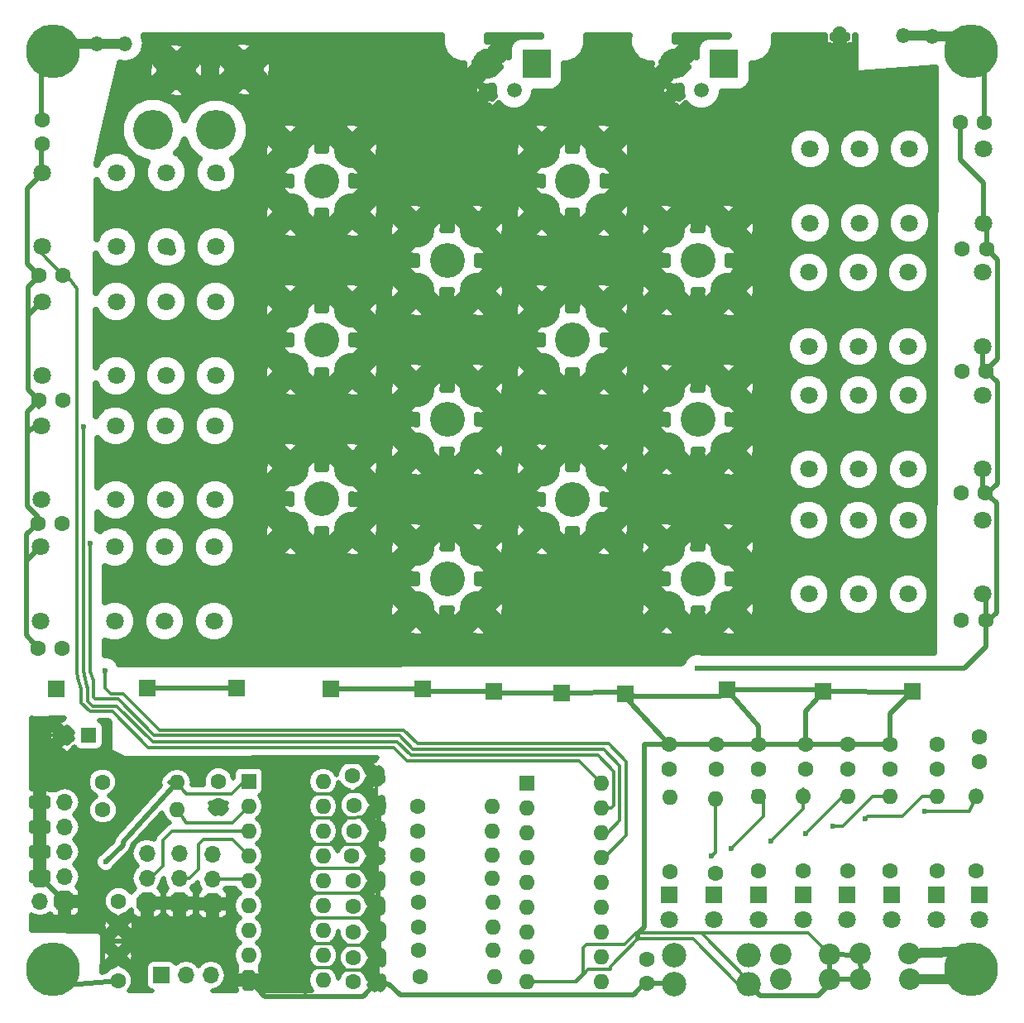
<source format=gbr>
G04 #@! TF.FileFunction,Copper,L1,Top,Signal*
%FSLAX46Y46*%
G04 Gerber Fmt 4.6, Leading zero omitted, Abs format (unit mm)*
G04 Created by KiCad (PCBNEW 4.0.7) date 11/29/19 16:44:04*
%MOMM*%
%LPD*%
G01*
G04 APERTURE LIST*
%ADD10C,0.100000*%
%ADD11C,1.800000*%
%ADD12R,1.600000X1.600000*%
%ADD13O,1.600000X1.600000*%
%ADD14C,2.500000*%
%ADD15O,2.500000X2.500000*%
%ADD16R,1.800000X1.800000*%
%ADD17C,1.600000*%
%ADD18R,1.700000X1.700000*%
%ADD19O,1.700000X1.700000*%
%ADD20C,5.500000*%
%ADD21C,2.200000*%
%ADD22O,1.500000X1.500000*%
%ADD23C,3.810000*%
%ADD24C,3.556000*%
%ADD25C,4.064000*%
%ADD26C,1.500000*%
%ADD27R,3.000000X3.000000*%
%ADD28C,3.000000*%
%ADD29C,0.600000*%
%ADD30C,1.500000*%
%ADD31C,0.350000*%
%ADD32C,0.500000*%
%ADD33C,1.000000*%
%ADD34C,0.635000*%
G04 APERTURE END LIST*
D10*
D11*
X140556000Y-108575000D03*
X130396000Y-108575000D03*
X135476000Y-108575000D03*
X135476000Y-100975000D03*
X140556000Y-100975000D03*
X130396000Y-100975000D03*
X148176000Y-108575000D03*
X148176000Y-100975000D03*
X59316600Y-103743600D03*
X69476600Y-103743600D03*
X64396600Y-103743600D03*
X64396600Y-111343600D03*
X59316600Y-111343600D03*
X69476600Y-111343600D03*
X51696600Y-103743600D03*
X51696600Y-111343600D03*
X59519800Y-65402300D03*
X69679800Y-65402300D03*
X64599800Y-65402300D03*
X64599800Y-73002300D03*
X59519800Y-73002300D03*
X69679800Y-73002300D03*
X51899800Y-65402300D03*
X51899800Y-73002300D03*
D12*
X73025000Y-127762000D03*
D13*
X80645000Y-148082000D03*
X73025000Y-130302000D03*
X80645000Y-145542000D03*
X73025000Y-132842000D03*
X80645000Y-143002000D03*
X73025000Y-135382000D03*
X80645000Y-140462000D03*
X73025000Y-137922000D03*
X80645000Y-137922000D03*
X73025000Y-140462000D03*
X80645000Y-135382000D03*
X73025000Y-143002000D03*
X80645000Y-132842000D03*
X73025000Y-145542000D03*
X80645000Y-130302000D03*
X73025000Y-148082000D03*
X80645000Y-127762000D03*
D14*
X116586000Y-145542000D03*
D15*
X124206000Y-145542000D03*
D16*
X138811000Y-139319000D03*
D11*
X138811000Y-141859000D03*
D16*
X125222000Y-139319000D03*
D11*
X125222000Y-141859000D03*
D17*
X143510000Y-136906000D03*
D13*
X143510000Y-129286000D03*
D16*
X120650000Y-139319000D03*
D11*
X120650000Y-141859000D03*
D12*
X101473000Y-127889000D03*
D13*
X109093000Y-148209000D03*
X101473000Y-130429000D03*
X109093000Y-145669000D03*
X101473000Y-132969000D03*
X109093000Y-143129000D03*
X101473000Y-135509000D03*
X109093000Y-140589000D03*
X101473000Y-138049000D03*
X109093000Y-138049000D03*
X101473000Y-140589000D03*
X109093000Y-135509000D03*
X101473000Y-143129000D03*
X109093000Y-132969000D03*
X101473000Y-145669000D03*
X109093000Y-130429000D03*
X101473000Y-148209000D03*
X109093000Y-127889000D03*
D17*
X116078000Y-123952000D03*
X116078000Y-126452000D03*
X120904000Y-123952000D03*
X120904000Y-126452000D03*
X125222000Y-123952000D03*
X125222000Y-126452000D03*
X130048000Y-123952000D03*
X130048000Y-126452000D03*
X134366000Y-123952000D03*
X134366000Y-126452000D03*
X138684000Y-123952000D03*
X138684000Y-126452000D03*
X143510000Y-123952000D03*
X143510000Y-126452000D03*
X147828000Y-123190000D03*
X147828000Y-125690000D03*
X69926200Y-130225800D03*
X69926200Y-127725800D03*
D18*
X69342000Y-140258800D03*
D19*
X69342000Y-137718800D03*
X69342000Y-135178800D03*
D18*
X65963800Y-140182600D03*
D19*
X65963800Y-137642600D03*
X65963800Y-135102600D03*
D18*
X62611000Y-140182600D03*
D19*
X62611000Y-137642600D03*
X62611000Y-135102600D03*
D20*
X53000000Y-147000000D03*
X147002500Y-147002500D03*
D16*
X129794000Y-139319000D03*
D11*
X129794000Y-141859000D03*
D16*
X134239000Y-139319000D03*
D11*
X134239000Y-141859000D03*
D16*
X143383000Y-139319000D03*
D11*
X143383000Y-141859000D03*
D16*
X147828000Y-139319000D03*
D11*
X147828000Y-141859000D03*
D17*
X116141500Y-136969500D03*
D13*
X116141500Y-129349500D03*
D17*
X120777000Y-137160000D03*
D13*
X120777000Y-129540000D03*
D17*
X125222000Y-136906000D03*
D13*
X125222000Y-129286000D03*
D17*
X129794000Y-136906000D03*
D13*
X129794000Y-129286000D03*
D17*
X134366000Y-136906000D03*
D13*
X134366000Y-129286000D03*
D17*
X138684000Y-136906000D03*
D13*
X138684000Y-129286000D03*
D17*
X147447000Y-136906000D03*
D13*
X147447000Y-129286000D03*
D17*
X86106000Y-127152400D03*
X83606000Y-127152400D03*
D18*
X140970000Y-118491000D03*
X111569500Y-118745000D03*
X90805000Y-118300500D03*
X98107500Y-118491000D03*
X53340000Y-118237000D03*
X81470500Y-118300500D03*
X105029000Y-118681500D03*
X62674500Y-118173500D03*
X71818500Y-118173500D03*
X121983500Y-118364000D03*
X131826000Y-118491000D03*
D17*
X90297000Y-130302000D03*
D13*
X97917000Y-130302000D03*
D17*
X90297000Y-132842000D03*
D13*
X97917000Y-132842000D03*
D17*
X90297000Y-135255000D03*
D13*
X97917000Y-135255000D03*
D17*
X90297000Y-137668000D03*
D13*
X97917000Y-137668000D03*
D17*
X90424000Y-140081000D03*
D13*
X98044000Y-140081000D03*
D17*
X90424000Y-142621000D03*
D13*
X98044000Y-142621000D03*
D17*
X90424000Y-145034000D03*
D13*
X98044000Y-145034000D03*
D17*
X90551000Y-147701000D03*
D13*
X98171000Y-147701000D03*
D16*
X116078000Y-139319000D03*
D11*
X116078000Y-141859000D03*
D17*
X83820000Y-130175000D03*
X86320000Y-130175000D03*
X83820000Y-132842000D03*
X86320000Y-132842000D03*
X83566000Y-135382000D03*
X86066000Y-135382000D03*
X83693000Y-137922000D03*
X86193000Y-137922000D03*
X83693000Y-140525500D03*
X86193000Y-140525500D03*
X83756500Y-143129000D03*
X86256500Y-143129000D03*
X83756500Y-145796000D03*
X86256500Y-145796000D03*
X83693000Y-148272500D03*
X86193000Y-148272500D03*
D14*
X116586000Y-148463000D03*
D15*
X124206000Y-148463000D03*
D17*
X59664600Y-148132800D03*
X59664600Y-145632800D03*
X59690000Y-142494000D03*
X59690000Y-139994000D03*
D18*
X54203600Y-140035280D03*
D19*
X51663600Y-140035280D03*
X54203600Y-137495280D03*
X51663600Y-137495280D03*
X54203600Y-134955280D03*
X51663600Y-134955280D03*
X54203600Y-132415280D03*
X51663600Y-132415280D03*
X54203600Y-129875280D03*
X51663600Y-129875280D03*
D17*
X51536600Y-88760300D03*
X54036600Y-88760300D03*
X51435000Y-101358700D03*
X53935000Y-101358700D03*
X51435000Y-114084100D03*
X53935000Y-114084100D03*
X51536600Y-75907900D03*
X54036600Y-75907900D03*
X148463000Y-111252000D03*
X145963000Y-111252000D03*
X148437600Y-98221800D03*
X145937600Y-98221800D03*
X148503640Y-85719920D03*
X146003640Y-85719920D03*
X148551900Y-73202800D03*
X146051900Y-73202800D03*
D12*
X56657240Y-123027440D03*
D17*
X54157240Y-123027440D03*
D21*
X127508000Y-148005800D03*
X132508000Y-148005800D03*
X140665200Y-147980400D03*
X135665200Y-147980400D03*
D18*
X64068960Y-147579080D03*
D19*
X66608960Y-147579080D03*
X69148960Y-147579080D03*
D17*
X113792000Y-148437600D03*
X113792000Y-145937600D03*
D21*
X127467360Y-145409920D03*
X132467360Y-145409920D03*
X140655040Y-145348960D03*
X135655040Y-145348960D03*
D20*
X147000000Y-53000000D03*
D22*
X133543040Y-51244500D03*
X142951200Y-51460400D03*
X140068300Y-51396900D03*
X57492900Y-52197000D03*
X60363100Y-52222400D03*
D20*
X53000000Y-53000000D03*
D23*
X122175000Y-71225000D03*
D24*
X119000000Y-74400000D03*
D23*
X122175000Y-77575000D03*
X115825000Y-71225000D03*
X115825000Y-77575000D03*
X109341660Y-63075000D03*
D24*
X106166660Y-66250000D03*
D23*
X109341660Y-69425000D03*
X102991660Y-63075000D03*
X102991660Y-69425000D03*
X122175000Y-87525000D03*
D24*
X119000000Y-90700000D03*
D23*
X122175000Y-93875000D03*
X115825000Y-87525000D03*
X115825000Y-93875000D03*
X102991660Y-79375000D03*
D24*
X106166660Y-82550000D03*
D23*
X109341660Y-79375000D03*
X102991660Y-85725000D03*
X109341660Y-85725000D03*
X115825000Y-110175000D03*
D24*
X119000000Y-107000000D03*
D23*
X115825000Y-103825000D03*
X122175000Y-110175000D03*
X122175000Y-103825000D03*
X102991600Y-102025000D03*
D24*
X106166600Y-98850000D03*
D23*
X102991600Y-95675000D03*
X109341600Y-102025000D03*
X109341600Y-95675000D03*
X77325000Y-102015000D03*
D24*
X80500000Y-98840000D03*
D23*
X77325000Y-95665000D03*
X83675000Y-102015000D03*
X83675000Y-95665000D03*
X96508300Y-110175000D03*
D24*
X93333300Y-107000000D03*
D23*
X90158300Y-110175000D03*
X96508300Y-103825000D03*
X90158300Y-103825000D03*
X77325000Y-79375000D03*
D24*
X80500000Y-82550000D03*
D23*
X83675000Y-79375000D03*
X77325000Y-85725000D03*
X83675000Y-85725000D03*
X90158300Y-87525000D03*
D24*
X93333300Y-90700000D03*
D23*
X96508300Y-87525000D03*
X90158300Y-93875000D03*
X96508300Y-93875000D03*
X77325000Y-69425000D03*
D24*
X80500000Y-66250000D03*
D23*
X77325000Y-63075000D03*
X83675000Y-69425000D03*
X83675000Y-63075000D03*
X96508300Y-71225000D03*
D24*
X93333300Y-74400000D03*
D23*
X96508300Y-77575000D03*
X90158300Y-71225000D03*
X90158300Y-77575000D03*
D11*
X140657600Y-70576600D03*
X130497600Y-70576600D03*
X135577600Y-70576600D03*
X135577600Y-62976600D03*
X140657600Y-62976600D03*
X130497600Y-62976600D03*
X148277600Y-70576600D03*
X148277600Y-62976600D03*
X140495040Y-83235960D03*
X130335040Y-83235960D03*
X135415040Y-83235960D03*
X135415040Y-75635960D03*
X140495040Y-75635960D03*
X130335040Y-75635960D03*
X148115040Y-83235960D03*
X148115040Y-75635960D03*
X140550920Y-95778480D03*
X130390920Y-95778480D03*
X135470920Y-95778480D03*
X135470920Y-88178480D03*
X140550920Y-88178480D03*
X130390920Y-88178480D03*
X148170920Y-95778480D03*
X148170920Y-88178480D03*
X59405500Y-91323000D03*
X69565500Y-91323000D03*
X64485500Y-91323000D03*
X64485500Y-98923000D03*
X59405500Y-98923000D03*
X69565500Y-98923000D03*
X51785500Y-91323000D03*
X51785500Y-98923000D03*
X59469000Y-78610300D03*
X69629000Y-78610300D03*
X64549000Y-78610300D03*
X64549000Y-86210300D03*
X59469000Y-86210300D03*
X69629000Y-86210300D03*
X51849000Y-78610300D03*
X51849000Y-86210300D03*
D25*
X63258700Y-61023500D03*
X69684900Y-61074300D03*
X72529700Y-54876700D03*
D17*
X58059320Y-127825500D03*
D13*
X65679320Y-127825500D03*
D17*
X58087260Y-130647440D03*
D13*
X65707260Y-130647440D03*
D25*
X65608200Y-54927500D03*
D26*
X119395240Y-57010340D03*
X116855240Y-57010340D03*
D27*
X121681240Y-54282340D03*
D28*
X116601240Y-54282340D03*
D26*
X100192840Y-57010340D03*
X97652840Y-57010340D03*
D27*
X102478840Y-54282340D03*
D28*
X97398840Y-54282340D03*
D17*
X148350000Y-60300000D03*
X145850000Y-60300000D03*
X51900000Y-60000000D03*
X51900000Y-62500000D03*
D29*
X58039000Y-145351500D03*
X57404000Y-142938500D03*
X55562500Y-142240000D03*
X51689000Y-125984000D03*
X51689000Y-123698000D03*
X76136500Y-147510500D03*
X76136500Y-143954500D03*
X76263500Y-141351000D03*
X76200000Y-138112500D03*
X76327000Y-135445500D03*
X76454000Y-132715000D03*
X76644500Y-130365500D03*
X76771500Y-128206500D03*
X79248000Y-125476000D03*
X76581000Y-125476000D03*
X73152000Y-125412500D03*
X70675500Y-125476000D03*
X67818000Y-125539500D03*
X65151000Y-125539500D03*
X62357000Y-125476000D03*
X60134500Y-125539500D03*
X57975500Y-126047500D03*
X56959500Y-125730000D03*
X54800500Y-125222000D03*
X120396000Y-135382000D03*
X122428000Y-134620000D03*
X126492000Y-133858000D03*
X58331100Y-116395500D03*
X130048000Y-133096000D03*
X56819800Y-103365300D03*
X132842000Y-132334000D03*
X56159400Y-91401900D03*
X136144000Y-131572000D03*
X142240000Y-130810000D03*
X118973600Y-116116100D03*
X58394600Y-136004300D03*
D30*
X133543040Y-51244500D02*
X133543040Y-51470560D01*
D31*
X54203600Y-140035280D02*
X54203600Y-140881100D01*
X54203600Y-140881100D02*
X55562500Y-142240000D01*
X58039000Y-143573500D02*
X58039000Y-145351500D01*
X57404000Y-142938500D02*
X58039000Y-143573500D01*
X54157240Y-123027440D02*
X52359560Y-123027440D01*
X51663600Y-126009400D02*
X51663600Y-129875280D01*
X51689000Y-125984000D02*
X51663600Y-126009400D01*
X52359560Y-123027440D02*
X51689000Y-123698000D01*
X76581000Y-125476000D02*
X76581000Y-128016000D01*
X76136500Y-141478000D02*
X76136500Y-143954500D01*
X76263500Y-141351000D02*
X76136500Y-141478000D01*
X76200000Y-135572500D02*
X76200000Y-138112500D01*
X76327000Y-135445500D02*
X76200000Y-135572500D01*
X76454000Y-130556000D02*
X76454000Y-132715000D01*
X76644500Y-130365500D02*
X76454000Y-130556000D01*
X76581000Y-128016000D02*
X76771500Y-128206500D01*
X79565500Y-125793500D02*
X80454500Y-125793500D01*
X79248000Y-125476000D02*
X79565500Y-125793500D01*
X73215500Y-125476000D02*
X76581000Y-125476000D01*
X73152000Y-125412500D02*
X73215500Y-125476000D01*
X67881500Y-125476000D02*
X70675500Y-125476000D01*
X67818000Y-125539500D02*
X67881500Y-125476000D01*
X62420500Y-125539500D02*
X65151000Y-125539500D01*
X62357000Y-125476000D02*
X62420500Y-125539500D01*
X58483500Y-125539500D02*
X60134500Y-125539500D01*
X57975500Y-126047500D02*
X58483500Y-125539500D01*
X55308500Y-125730000D02*
X56959500Y-125730000D01*
X54800500Y-125222000D02*
X55308500Y-125730000D01*
X78803500Y-146812000D02*
X82169000Y-146812000D01*
X86148934Y-146642066D02*
X86148934Y-146642058D01*
X85725000Y-147066000D02*
X86148934Y-146642066D01*
X82423000Y-147066000D02*
X85725000Y-147066000D01*
X82169000Y-146812000D02*
X82423000Y-147066000D01*
X78803500Y-144335500D02*
X82232500Y-144335500D01*
X86337947Y-144167053D02*
X86337947Y-144167060D01*
X85979000Y-144526000D02*
X86337947Y-144167053D01*
X82423000Y-144526000D02*
X85979000Y-144526000D01*
X82232500Y-144335500D02*
X82423000Y-144526000D01*
X78803500Y-141732000D02*
X86051084Y-141732000D01*
X86269042Y-141514042D02*
X86269042Y-141514046D01*
X86051084Y-141732000D02*
X86269042Y-141514042D01*
X79057500Y-139192000D02*
X85725000Y-139192000D01*
X85725000Y-139192000D02*
X86232122Y-138684878D01*
X86232122Y-138684878D02*
X86193000Y-137922000D01*
X78803500Y-136652000D02*
X85598000Y-136652000D01*
X85598000Y-136652000D02*
X86066000Y-136184000D01*
X78803500Y-134175500D02*
X85598000Y-134175500D01*
X85598000Y-134175500D02*
X86066000Y-133707500D01*
X78803500Y-131508500D02*
X84010500Y-131508500D01*
X84137500Y-131381500D02*
X86320000Y-131381500D01*
X84010500Y-131508500D02*
X84137500Y-131381500D01*
X86320000Y-131381500D02*
X86296500Y-131381500D01*
X86296500Y-131381500D02*
X86320000Y-131381500D01*
X78803500Y-129032000D02*
X82486500Y-129032000D01*
X82740500Y-128778000D02*
X86106000Y-128778000D01*
X82486500Y-129032000D02*
X82740500Y-128778000D01*
X86106000Y-127152400D02*
X86106000Y-128778000D01*
X86106000Y-128778000D02*
X86106000Y-129961000D01*
X86106000Y-129961000D02*
X86320000Y-130175000D01*
X78803500Y-149733000D02*
X78803500Y-146812000D01*
X78803500Y-146812000D02*
X78803500Y-144335500D01*
X78803500Y-144335500D02*
X78803500Y-141732000D01*
X78803500Y-141732000D02*
X78803500Y-136652000D01*
X78803500Y-136652000D02*
X78803500Y-134175500D01*
X78803500Y-134175500D02*
X78803500Y-131508500D01*
X78803500Y-131508500D02*
X78803500Y-129032000D01*
X78803500Y-129032000D02*
X78803500Y-127254000D01*
X84747100Y-125793500D02*
X86106000Y-127152400D01*
X80264000Y-125793500D02*
X80454500Y-125793500D01*
X80454500Y-125793500D02*
X84747100Y-125793500D01*
X78803500Y-127254000D02*
X80264000Y-125793500D01*
D32*
X73025000Y-148082000D02*
X73037700Y-148082000D01*
X73037700Y-148082000D02*
X74688700Y-149733000D01*
X74688700Y-149733000D02*
X78803500Y-149733000D01*
X78803500Y-149733000D02*
X84732500Y-149733000D01*
X84732500Y-149733000D02*
X86193000Y-148272500D01*
X113792000Y-148437600D02*
X116560600Y-148437600D01*
X116560600Y-148437600D02*
X116586000Y-148463000D01*
X88519000Y-149606000D02*
X112395000Y-149606000D01*
X112395000Y-149606000D02*
X113563400Y-148437600D01*
X113563400Y-148437600D02*
X113792000Y-148437600D01*
X51663600Y-137495280D02*
X54203600Y-140035280D01*
X59867800Y-145429600D02*
X59664600Y-145632800D01*
X86066000Y-135382000D02*
X86066000Y-136184000D01*
X86066000Y-136184000D02*
X86066000Y-137795000D01*
X86066000Y-137795000D02*
X86193000Y-137922000D01*
X86193000Y-137922000D02*
X86320000Y-140398500D01*
X86320000Y-140398500D02*
X86193000Y-140525500D01*
X86193000Y-140525500D02*
X86269042Y-141514046D01*
X86269042Y-141514046D02*
X86383500Y-143002000D01*
X86383500Y-143002000D02*
X86256500Y-143129000D01*
X86256500Y-145796000D02*
X86337947Y-144167060D01*
X86337947Y-144167060D02*
X86383500Y-143256000D01*
X86383500Y-143256000D02*
X86256500Y-143129000D01*
X86193000Y-148272500D02*
X86148934Y-146642058D01*
X86148934Y-146642058D02*
X86129500Y-145923000D01*
X86129500Y-145923000D02*
X86256500Y-145796000D01*
X86066000Y-135382000D02*
X86066000Y-133707500D01*
X86066000Y-133707500D02*
X86066000Y-133096000D01*
X86066000Y-133096000D02*
X86320000Y-132842000D01*
X86320000Y-130175000D02*
X86320000Y-131381500D01*
X86320000Y-131381500D02*
X86320000Y-132842000D01*
X86193000Y-148272500D02*
X87376000Y-148463000D01*
X87376000Y-148463000D02*
X88519000Y-149606000D01*
D31*
X109093000Y-145669000D02*
X109347000Y-145669000D01*
X120396000Y-135382000D02*
X120777000Y-135001000D01*
X120777000Y-135001000D02*
X120777000Y-129540000D01*
X125730000Y-131318000D02*
X125730000Y-129794000D01*
X122428000Y-134620000D02*
X125730000Y-131318000D01*
X125730000Y-129794000D02*
X125222000Y-129286000D01*
X124714000Y-128778000D02*
X125222000Y-129286000D01*
X126492000Y-133858000D02*
X129794000Y-130556000D01*
X129794000Y-130556000D02*
X129794000Y-129286000D01*
X129794000Y-129286000D02*
X129794000Y-128524000D01*
X58331100Y-118021100D02*
X58331100Y-118173500D01*
X58331100Y-118173500D02*
X58915300Y-118757700D01*
X63889798Y-122487598D02*
X63877098Y-122487598D01*
X63877098Y-122487598D02*
X60147200Y-118757700D01*
X60147200Y-118757700D02*
X58915300Y-118757700D01*
X109474000Y-135509000D02*
X111683800Y-133299200D01*
X88908798Y-122487598D02*
X63889798Y-122487598D01*
X90305798Y-123884598D02*
X88908798Y-122487598D01*
X109863798Y-123884598D02*
X90305798Y-123884598D01*
X111683800Y-125704600D02*
X109863798Y-123884598D01*
X111683800Y-133299200D02*
X111683800Y-125704600D01*
X58331100Y-118021100D02*
X58331100Y-116395500D01*
X109093000Y-135509000D02*
X109474000Y-135509000D01*
X130048000Y-133096000D02*
X133858000Y-129286000D01*
X133858000Y-129286000D02*
X134366000Y-129286000D01*
X57150000Y-117576600D02*
X57150000Y-117462300D01*
X57150000Y-117462300D02*
X56819800Y-116459000D01*
X56819800Y-116459000D02*
X56819800Y-103365300D01*
X109778800Y-132969000D02*
X111023400Y-131724400D01*
X57150000Y-119160198D02*
X57150000Y-117576600D01*
X57319002Y-119329200D02*
X57150000Y-119160198D01*
X59639200Y-119329200D02*
X57319002Y-119329200D01*
X63347600Y-123037600D02*
X59639200Y-119329200D01*
X88442800Y-123037600D02*
X63347600Y-123037600D01*
X89839800Y-124434600D02*
X88442800Y-123037600D01*
X109347000Y-124434600D02*
X89839800Y-124434600D01*
X111023400Y-126111000D02*
X109347000Y-124434600D01*
X111023400Y-131724400D02*
X111023400Y-126111000D01*
X109093000Y-132969000D02*
X109778800Y-132969000D01*
X136906000Y-129286000D02*
X138684000Y-129286000D01*
X133858000Y-132334000D02*
X136906000Y-129286000D01*
X132842000Y-132334000D02*
X133858000Y-132334000D01*
X56540400Y-118376700D02*
X56286400Y-117284500D01*
X56108600Y-91452700D02*
X56159400Y-91401900D01*
X56108600Y-116433600D02*
X56108600Y-91452700D01*
X56286400Y-117284500D02*
X56108600Y-116433600D01*
X109093000Y-130429000D02*
X110159800Y-130429000D01*
X56540400Y-119515798D02*
X56540400Y-118376700D01*
X56540400Y-118376700D02*
X56540400Y-118084600D01*
X57039602Y-120015000D02*
X56540400Y-119515798D01*
X59537600Y-120015000D02*
X57039602Y-120015000D01*
X63229398Y-123706798D02*
X59537600Y-120015000D01*
X88248398Y-123706798D02*
X63229398Y-123706798D01*
X89619998Y-125078398D02*
X88248398Y-123706798D01*
X108746198Y-125078398D02*
X89619998Y-125078398D01*
X110413800Y-126746000D02*
X108746198Y-125078398D01*
X110413800Y-130175000D02*
X110413800Y-126746000D01*
X110159800Y-130429000D02*
X110413800Y-130175000D01*
X141986000Y-129286000D02*
X143510000Y-129286000D01*
X139954000Y-131318000D02*
X141986000Y-129286000D01*
X136398000Y-131318000D02*
X139954000Y-131318000D01*
X136144000Y-131572000D02*
X136398000Y-131318000D01*
X109093000Y-130429000D02*
X109093000Y-130937000D01*
X109093000Y-130429000D02*
X109347000Y-130429000D01*
X55448200Y-116497100D02*
X55448200Y-77330300D01*
X51899800Y-73002300D02*
X51899800Y-73771100D01*
X51899800Y-73771100D02*
X54036600Y-75907900D01*
X54036600Y-75907900D02*
X54432200Y-75907900D01*
X54432200Y-75907900D02*
X55448200Y-77330300D01*
X55905400Y-118300500D02*
X55537100Y-117170200D01*
X55537100Y-117170200D02*
X55448200Y-116497100D01*
X106832400Y-125628400D02*
X109093000Y-127889000D01*
X89230200Y-125628400D02*
X106832400Y-125628400D01*
X87858600Y-124256800D02*
X89230200Y-125628400D01*
X62738000Y-124256800D02*
X87858600Y-124256800D01*
X59080400Y-120599200D02*
X62738000Y-124256800D01*
X56794400Y-120599200D02*
X59080400Y-120599200D01*
X55905400Y-119710200D02*
X56794400Y-120599200D01*
X55905400Y-118237000D02*
X55905400Y-118300500D01*
X55905400Y-118300500D02*
X55905400Y-119710200D01*
X142240000Y-130810000D02*
X146812000Y-130810000D01*
X146812000Y-130810000D02*
X147447000Y-129286000D01*
X147447000Y-128587500D02*
X147447000Y-129286000D01*
X109093000Y-127889000D02*
X109347000Y-127889000D01*
X69342000Y-137718800D02*
X72821800Y-137718800D01*
X72821800Y-137718800D02*
X73025000Y-137922000D01*
X65963800Y-137642600D02*
X66954400Y-137642600D01*
X71348600Y-133705600D02*
X73025000Y-135382000D01*
X68376800Y-133705600D02*
X71348600Y-133705600D01*
X67868800Y-134213600D02*
X68376800Y-133705600D01*
X67868800Y-136728200D02*
X67868800Y-134213600D01*
X66954400Y-137642600D02*
X67868800Y-136728200D01*
X62611000Y-137642600D02*
X63017400Y-137642600D01*
X63017400Y-137642600D02*
X64236600Y-136423400D01*
X64236600Y-136423400D02*
X64236600Y-133807200D01*
X64236600Y-133807200D02*
X65201800Y-132842000D01*
X65201800Y-132842000D02*
X73025000Y-132842000D01*
D32*
X105029000Y-118681500D02*
X98298000Y-118681500D01*
X98298000Y-118681500D02*
X98107500Y-118491000D01*
X105029000Y-118681500D02*
X111442500Y-118618000D01*
X97980500Y-118618000D02*
X98107500Y-118491000D01*
X112877600Y-143865600D02*
X112877600Y-143332200D01*
X113538000Y-142671800D02*
X113538000Y-123952000D01*
X112877600Y-143332200D02*
X113538000Y-142671800D01*
X62674500Y-118173500D02*
X71818500Y-118173500D01*
X53403500Y-118173500D02*
X53340000Y-118237000D01*
X71945500Y-118300500D02*
X71818500Y-118173500D01*
X90805000Y-118300500D02*
X81470500Y-118300500D01*
X98107500Y-118491000D02*
X90995500Y-118491000D01*
X90995500Y-118491000D02*
X90805000Y-118300500D01*
D31*
X119329200Y-143256000D02*
X130313440Y-143256000D01*
X130313440Y-143256000D02*
X132467360Y-145409920D01*
X118211600Y-143865600D02*
X118516400Y-143865600D01*
X118516400Y-143865600D02*
X123113800Y-148463000D01*
X123113800Y-148463000D02*
X124206000Y-148463000D01*
X118211600Y-143814800D02*
X118211600Y-143865600D01*
X101473000Y-148209000D02*
X106400600Y-148209000D01*
X119329200Y-143256000D02*
X124206000Y-148132800D01*
X112674400Y-143256000D02*
X119329200Y-143256000D01*
X111506000Y-144424400D02*
X112674400Y-143256000D01*
X107594400Y-144424400D02*
X111506000Y-144424400D01*
X107238800Y-144780000D02*
X107594400Y-144424400D01*
X107238800Y-147370800D02*
X107238800Y-144780000D01*
X106400600Y-148209000D02*
X107238800Y-147370800D01*
X124206000Y-148132800D02*
X124206000Y-148463000D01*
D32*
X135655040Y-145348960D02*
X135741400Y-147904200D01*
X135741400Y-147904200D02*
X135665200Y-147980400D01*
X132467360Y-145409920D02*
X135507720Y-145496280D01*
X135507720Y-145496280D02*
X135655040Y-145348960D01*
X132467360Y-145409920D02*
X132508000Y-148005800D01*
X111569500Y-118745000D02*
X112141000Y-118745000D01*
X112141000Y-118745000D02*
X112458500Y-119062500D01*
X112458500Y-119062500D02*
X121285000Y-119062500D01*
X121285000Y-119062500D02*
X121983500Y-118364000D01*
X72009000Y-118364000D02*
X71818500Y-118173500D01*
X125222000Y-123952000D02*
X125222000Y-122047000D01*
X125222000Y-122047000D02*
X121983500Y-118364000D01*
X138684000Y-123952000D02*
X138684000Y-120777000D01*
X138684000Y-120777000D02*
X140970000Y-118491000D01*
X131826000Y-118491000D02*
X131826000Y-118618000D01*
X131826000Y-118618000D02*
X130048000Y-120523000D01*
X130048000Y-120523000D02*
X130048000Y-123952000D01*
X111569500Y-118745000D02*
X111569500Y-119126000D01*
X111569500Y-119126000D02*
X113665000Y-121369070D01*
X113665000Y-121369070D02*
X116078000Y-123952000D01*
X131826000Y-118491000D02*
X140843000Y-118618000D01*
X140843000Y-118618000D02*
X140970000Y-118491000D01*
X121983500Y-118364000D02*
X131699000Y-118364000D01*
X131699000Y-118364000D02*
X131826000Y-118491000D01*
X111442500Y-118618000D02*
X111569500Y-118745000D01*
X81343500Y-118173500D02*
X81470500Y-118300500D01*
D31*
X110032800Y-146964400D02*
X110032800Y-146710400D01*
X106553000Y-148209000D02*
X107797600Y-146964400D01*
X107797600Y-146964400D02*
X110032800Y-146964400D01*
X101473000Y-148209000D02*
X106553000Y-148209000D01*
X110032800Y-146710400D02*
X112877600Y-143865600D01*
X112877600Y-143865600D02*
X112928400Y-143814800D01*
X112928400Y-143814800D02*
X118211600Y-143814800D01*
D32*
X134366000Y-123952000D02*
X138684000Y-123952000D01*
X130048000Y-123952000D02*
X134366000Y-123952000D01*
X125222000Y-123952000D02*
X130048000Y-123952000D01*
X120904000Y-123952000D02*
X125222000Y-123952000D01*
X116078000Y-123952000D02*
X120904000Y-123952000D01*
X116078000Y-123952000D02*
X113538000Y-123952000D01*
X101600000Y-148082000D02*
X101473000Y-148209000D01*
X101473000Y-148209000D02*
X102184200Y-148209000D01*
X132508000Y-148005800D02*
X135639800Y-148005800D01*
X135639800Y-148005800D02*
X135665200Y-147980400D01*
X132508000Y-148005800D02*
X132508000Y-148492200D01*
X132508000Y-148492200D02*
X131343400Y-149656800D01*
X131343400Y-149656800D02*
X125399800Y-149656800D01*
X125399800Y-149656800D02*
X124206000Y-148463000D01*
D31*
X124206000Y-147853400D02*
X124206000Y-148463000D01*
D32*
X124917200Y-149174200D02*
X124206000Y-148463000D01*
D31*
X101473000Y-148209000D02*
X101879400Y-148209000D01*
X101473000Y-148209000D02*
X102108000Y-148209000D01*
X123482100Y-148170900D02*
X123482100Y-147789900D01*
D32*
X51816000Y-62444000D02*
X51816000Y-65318500D01*
X148277600Y-70576600D02*
X148277600Y-66489600D01*
X148277600Y-66489600D02*
X145836000Y-64048000D01*
X145836000Y-64048000D02*
X145836000Y-60198000D01*
X51816000Y-65318500D02*
X51899800Y-65402300D01*
X148463000Y-111252000D02*
X148463000Y-113982500D01*
X146329400Y-116116100D02*
X118973600Y-116116100D01*
X148463000Y-113982500D02*
X146329400Y-116116100D01*
X148717000Y-111252000D02*
X149606000Y-110490000D01*
X149606000Y-99263200D02*
X148437600Y-98221800D01*
X149606000Y-110490000D02*
X149606000Y-99263200D01*
X148463000Y-111252000D02*
X148463000Y-108862000D01*
X148463000Y-108862000D02*
X148176000Y-108575000D01*
X148170920Y-95778480D02*
X148170920Y-97955120D01*
X148170920Y-97955120D02*
X148437600Y-98221800D01*
X148437600Y-98221800D02*
X148704300Y-98221800D01*
X148704300Y-98221800D02*
X149646640Y-97279460D01*
X149646640Y-86862920D02*
X148503640Y-85719920D01*
X149646640Y-97279460D02*
X149646640Y-86862920D01*
X148115040Y-83235960D02*
X148115040Y-85331320D01*
X148115040Y-85331320D02*
X148503640Y-85719920D01*
X148503640Y-85719920D02*
X148503640Y-85638640D01*
X148503640Y-85638640D02*
X149677120Y-84465160D01*
X149677120Y-74328020D02*
X148551900Y-73202800D01*
X149677120Y-84465160D02*
X149677120Y-74328020D01*
X148551900Y-73202800D02*
X148551900Y-70850900D01*
X148551900Y-70850900D02*
X148277600Y-70576600D01*
X50317400Y-105816400D02*
X50317400Y-105122800D01*
X50317400Y-105122800D02*
X51696600Y-103743600D01*
X51435000Y-114084100D02*
X50317400Y-112788700D01*
X50317400Y-102476300D02*
X51435000Y-101358700D01*
X50317400Y-112788700D02*
X50317400Y-105816400D01*
X50317400Y-105816400D02*
X50317400Y-102476300D01*
X51849000Y-78610300D02*
X51780600Y-78610300D01*
X51780600Y-78610300D02*
X50419000Y-79971900D01*
X51785500Y-91323000D02*
X51209100Y-91323000D01*
X51209100Y-91323000D02*
X50368200Y-92062300D01*
X51435000Y-101358700D02*
X51435000Y-100647500D01*
X51435000Y-100647500D02*
X50368200Y-99580700D01*
X50368200Y-99580700D02*
X50368200Y-92062300D01*
X50368200Y-92062300D02*
X50368200Y-89928700D01*
X50368200Y-89928700D02*
X51536600Y-88760300D01*
X51536600Y-78297900D02*
X51849000Y-78610300D01*
X51536600Y-75907900D02*
X51536600Y-76009500D01*
X51536600Y-76009500D02*
X50419000Y-77127100D01*
X50419000Y-87642700D02*
X51536600Y-88760300D01*
X50419000Y-77127100D02*
X50419000Y-79971900D01*
X50419000Y-79971900D02*
X50419000Y-87642700D01*
X51536600Y-88760300D02*
X51536600Y-89420700D01*
X51899800Y-65402300D02*
X51899800Y-65486300D01*
X51899800Y-65486300D02*
X50368200Y-67017900D01*
X50368200Y-67017900D02*
X50368200Y-74739500D01*
X50368200Y-74739500D02*
X51536600Y-75907900D01*
X51696600Y-103743600D02*
X51348800Y-103743600D01*
X51785500Y-91323000D02*
X51785500Y-91610200D01*
X147828000Y-141859000D02*
X148336000Y-141859000D01*
X59664600Y-148132800D02*
X54590000Y-148590000D01*
X54590000Y-148590000D02*
X53000000Y-147000000D01*
D33*
X140655040Y-145348960D02*
X145161000Y-145161000D01*
X145161000Y-145161000D02*
X147002500Y-147002500D01*
D32*
X145161000Y-145161000D02*
X147002500Y-147002500D01*
D33*
X140665200Y-147980400D02*
X146024600Y-147980400D01*
X146024600Y-147980400D02*
X147002500Y-147002500D01*
D32*
X140665200Y-147980400D02*
X140665200Y-147218400D01*
X60147200Y-133908800D02*
X65679320Y-127825500D01*
X60147200Y-134251700D02*
X60147200Y-133908800D01*
X58394600Y-136004300D02*
X60147200Y-134251700D01*
D31*
X73025000Y-127762000D02*
X72529700Y-127762000D01*
X72529700Y-127762000D02*
X71285100Y-129006600D01*
X71285100Y-129006600D02*
X66624200Y-129006600D01*
X66624200Y-129006600D02*
X65679320Y-127825500D01*
D32*
X64930020Y-127825500D02*
X65679320Y-127825500D01*
D31*
X65707260Y-130647440D02*
X65732660Y-130647440D01*
X65732660Y-130647440D02*
X66649600Y-131953000D01*
X71374000Y-131953000D02*
X73025000Y-130302000D01*
X66649600Y-131953000D02*
X71374000Y-131953000D01*
D33*
X64980800Y-73357900D02*
X65064800Y-73357900D01*
X70060800Y-65757900D02*
X70060800Y-65626000D01*
D32*
X148336000Y-60198000D02*
X148336000Y-54336000D01*
X148336000Y-54336000D02*
X147000000Y-53000000D01*
D33*
X140068300Y-51396900D02*
X142887700Y-51396900D01*
X142887700Y-51396900D02*
X142951200Y-51460400D01*
X142951200Y-51460400D02*
X145460400Y-51460400D01*
X145460400Y-51460400D02*
X147000000Y-53000000D01*
X146298600Y-52298600D02*
X147000000Y-53000000D01*
D32*
X51816000Y-54184000D02*
X53000000Y-53000000D01*
D33*
X57492900Y-52197000D02*
X53803000Y-52197000D01*
X53803000Y-52197000D02*
X53000000Y-53000000D01*
X60363100Y-52222400D02*
X57518300Y-52222400D01*
X57518300Y-52222400D02*
X57492900Y-52197000D01*
D32*
X53000000Y-53000000D02*
X53000000Y-53362500D01*
D33*
X52136040Y-53863960D02*
X53000000Y-53000000D01*
D32*
X51816000Y-59944000D02*
X51816000Y-54184000D01*
G36*
X50876467Y-121275840D02*
X50928953Y-121280992D01*
X54161170Y-121255740D01*
X53940597Y-121476314D01*
X53577223Y-121548594D01*
X53492121Y-121796635D01*
X54157240Y-122461755D01*
X54440083Y-122178912D01*
X55005768Y-122744597D01*
X54722925Y-123027440D01*
X55005768Y-123310283D01*
X54440083Y-123875968D01*
X54157240Y-123593125D01*
X53492121Y-124258245D01*
X53577223Y-124506286D01*
X53931917Y-124569886D01*
X54393147Y-125031117D01*
X55212990Y-124211274D01*
X55309102Y-124360638D01*
X55559732Y-124531886D01*
X55857240Y-124592133D01*
X57457240Y-124592133D01*
X57735173Y-124539836D01*
X57990438Y-124375578D01*
X58161686Y-124124948D01*
X58221933Y-123827440D01*
X58221933Y-122227440D01*
X58169636Y-121949507D01*
X58005378Y-121694242D01*
X57756513Y-121524200D01*
X58697252Y-121524200D01*
X58805000Y-121631948D01*
X58805000Y-124523500D01*
X58824696Y-124620764D01*
X58880682Y-124702702D01*
X58942195Y-124746603D01*
X60072495Y-125318103D01*
X60185537Y-125345000D01*
X86170274Y-125320356D01*
X85889357Y-125601274D01*
X85525983Y-125673554D01*
X85440881Y-125921595D01*
X86106000Y-126586715D01*
X86388843Y-126303872D01*
X86725966Y-126640995D01*
X86728543Y-127095542D01*
X86671685Y-127152400D01*
X86729192Y-127209907D01*
X86731733Y-127658038D01*
X86388843Y-128000928D01*
X86106000Y-127718085D01*
X85440881Y-128383205D01*
X85525983Y-128631246D01*
X85810142Y-128682198D01*
X85739983Y-128696154D01*
X85654881Y-128944195D01*
X86320000Y-129609315D01*
X86602843Y-129326472D01*
X86741982Y-129465611D01*
X86749981Y-130876391D01*
X86671978Y-130954394D01*
X86555907Y-130838323D01*
X86486772Y-130907458D01*
X86320000Y-130740685D01*
X85654881Y-131405805D01*
X85690115Y-131508500D01*
X85654881Y-131611195D01*
X86320000Y-132276315D01*
X86486772Y-132109542D01*
X86555907Y-132178677D01*
X86671978Y-132062607D01*
X86757190Y-132147819D01*
X86765018Y-133528353D01*
X86608478Y-133684894D01*
X86301907Y-133378323D01*
X85849357Y-133830874D01*
X85485983Y-133903154D01*
X85400881Y-134151195D01*
X86066000Y-134816315D01*
X86296272Y-134586042D01*
X86555907Y-134845677D01*
X86608478Y-134793107D01*
X86773123Y-134957752D01*
X86774717Y-135238968D01*
X86631685Y-135382000D01*
X86776349Y-135526663D01*
X86777907Y-135801464D01*
X86544978Y-136034394D01*
X86428907Y-135918323D01*
X86232772Y-136114458D01*
X86066000Y-135947685D01*
X85400881Y-136612805D01*
X85485983Y-136860846D01*
X85743752Y-136907066D01*
X86193000Y-137356315D01*
X86232773Y-137316542D01*
X86301907Y-137385677D01*
X86544978Y-137142607D01*
X86786882Y-137384511D01*
X86789754Y-137890931D01*
X86758685Y-137922000D01*
X86790109Y-137953424D01*
X86792944Y-138453428D01*
X86576728Y-138669644D01*
X86428907Y-138521823D01*
X86328022Y-138622708D01*
X86193000Y-138487685D01*
X85639258Y-139041427D01*
X85612983Y-139046654D01*
X85601989Y-139078697D01*
X85527881Y-139152805D01*
X85552222Y-139223750D01*
X85527881Y-139294695D01*
X85601989Y-139368803D01*
X85612983Y-139400846D01*
X85638631Y-139405445D01*
X86193000Y-139959815D01*
X86328023Y-139824792D01*
X86428907Y-139925677D01*
X86576728Y-139777857D01*
X86801729Y-140002858D01*
X86804433Y-140479752D01*
X86758685Y-140525500D01*
X86804955Y-140571770D01*
X86807623Y-141042249D01*
X86608478Y-141241394D01*
X86492407Y-141125323D01*
X86359773Y-141257958D01*
X86193000Y-141091185D01*
X85527881Y-141756305D01*
X85612983Y-142004346D01*
X85716004Y-142022819D01*
X86256500Y-142563315D01*
X86359772Y-142460042D01*
X86428907Y-142529177D01*
X86608478Y-142349607D01*
X86816213Y-142557342D01*
X86822660Y-143694212D01*
X86608478Y-143908394D01*
X86492407Y-143792323D01*
X86423273Y-143861458D01*
X86256500Y-143694685D01*
X85591381Y-144359805D01*
X85626615Y-144462500D01*
X85591381Y-144565195D01*
X86256500Y-145230315D01*
X86423272Y-145063542D01*
X86492407Y-145132677D01*
X86608478Y-145016607D01*
X86831422Y-145239551D01*
X86834507Y-145783678D01*
X86822185Y-145796000D01*
X86834647Y-145808462D01*
X86837696Y-146346176D01*
X86671978Y-146511894D01*
X86428907Y-146268823D01*
X86296273Y-146401458D01*
X86256500Y-146361685D01*
X85877060Y-146741126D01*
X85612983Y-146793654D01*
X85527881Y-147041695D01*
X85632324Y-147146138D01*
X85676483Y-147274846D01*
X85779504Y-147293319D01*
X86193000Y-147706815D01*
X86296273Y-147603542D01*
X86492407Y-147799677D01*
X86671978Y-147620107D01*
X86845906Y-147794035D01*
X86848112Y-148183073D01*
X86758685Y-148272500D01*
X86849132Y-148362946D01*
X86851301Y-148745570D01*
X86475843Y-149121028D01*
X86193000Y-148838185D01*
X85910157Y-149121028D01*
X85344472Y-148555343D01*
X85627315Y-148272500D01*
X85188990Y-147834175D01*
X85007792Y-147395643D01*
X84678476Y-147065751D01*
X85069760Y-146675151D01*
X85253032Y-146233782D01*
X85690815Y-145796000D01*
X85252490Y-145357675D01*
X85071292Y-144919143D01*
X84635651Y-144482740D01*
X84587492Y-144462743D01*
X84633357Y-144443792D01*
X85069760Y-144008151D01*
X85253032Y-143566782D01*
X85690815Y-143129000D01*
X85252490Y-142690675D01*
X85071292Y-142252143D01*
X84635651Y-141815740D01*
X84606555Y-141803658D01*
X85006260Y-141404651D01*
X85189532Y-140963282D01*
X85627315Y-140525500D01*
X85188990Y-140087175D01*
X85007792Y-139648643D01*
X84583282Y-139223390D01*
X85006260Y-138801151D01*
X85189532Y-138359782D01*
X85627315Y-137922000D01*
X85188990Y-137483675D01*
X85007792Y-137045143D01*
X84572151Y-136608740D01*
X84543133Y-136596691D01*
X84879260Y-136261151D01*
X85062532Y-135819782D01*
X85500315Y-135382000D01*
X85061990Y-134943675D01*
X84880792Y-134505143D01*
X84580884Y-134204711D01*
X84696857Y-134156792D01*
X85133260Y-133721151D01*
X85316532Y-133279782D01*
X85754315Y-132842000D01*
X85315990Y-132403675D01*
X85134792Y-131965143D01*
X84699151Y-131528740D01*
X84650992Y-131508743D01*
X84696857Y-131489792D01*
X85133260Y-131054151D01*
X85316532Y-130612782D01*
X85754315Y-130175000D01*
X85315990Y-129736675D01*
X85134792Y-129298143D01*
X84699151Y-128861740D01*
X84129667Y-128625270D01*
X84100341Y-128625244D01*
X84482857Y-128467192D01*
X84919260Y-128031551D01*
X85102532Y-127590182D01*
X85540315Y-127152400D01*
X85101990Y-126714075D01*
X84920792Y-126275543D01*
X84485151Y-125839140D01*
X83915667Y-125602670D01*
X83299039Y-125602132D01*
X82729143Y-125837608D01*
X82292740Y-126273249D01*
X82056270Y-126842733D01*
X82056052Y-127092025D01*
X81771382Y-126665984D01*
X81268525Y-126329987D01*
X80675366Y-126212000D01*
X80614634Y-126212000D01*
X80021475Y-126329987D01*
X79518618Y-126665984D01*
X79182621Y-127168841D01*
X79064634Y-127762000D01*
X79182621Y-128355159D01*
X79518618Y-128858016D01*
X79779004Y-129032000D01*
X79518618Y-129205984D01*
X79182621Y-129708841D01*
X79064634Y-130302000D01*
X79182621Y-130895159D01*
X79518618Y-131398016D01*
X79779004Y-131572000D01*
X79518618Y-131745984D01*
X79182621Y-132248841D01*
X79064634Y-132842000D01*
X79182621Y-133435159D01*
X79518618Y-133938016D01*
X79779004Y-134112000D01*
X79518618Y-134285984D01*
X79182621Y-134788841D01*
X79064634Y-135382000D01*
X79182621Y-135975159D01*
X79518618Y-136478016D01*
X79779004Y-136652000D01*
X79518618Y-136825984D01*
X79182621Y-137328841D01*
X79064634Y-137922000D01*
X79182621Y-138515159D01*
X79518618Y-139018016D01*
X79779004Y-139192000D01*
X79518618Y-139365984D01*
X79182621Y-139868841D01*
X79064634Y-140462000D01*
X79182621Y-141055159D01*
X79518618Y-141558016D01*
X79779004Y-141732000D01*
X79518618Y-141905984D01*
X79182621Y-142408841D01*
X79064634Y-143002000D01*
X79182621Y-143595159D01*
X79518618Y-144098016D01*
X79779004Y-144272000D01*
X79518618Y-144445984D01*
X79182621Y-144948841D01*
X79064634Y-145542000D01*
X79182621Y-146135159D01*
X79518618Y-146638016D01*
X79779004Y-146812000D01*
X79518618Y-146985984D01*
X79182621Y-147488841D01*
X79064634Y-148082000D01*
X79182621Y-148675159D01*
X79516603Y-149175000D01*
X74275002Y-149175000D01*
X74275002Y-148974061D01*
X74449665Y-148712631D01*
X74333737Y-148482000D01*
X73425000Y-148482000D01*
X73425000Y-148882000D01*
X72625000Y-148882000D01*
X72625000Y-148482000D01*
X71716263Y-148482000D01*
X71600335Y-148712631D01*
X71774998Y-148974061D01*
X71774998Y-149175000D01*
X69327058Y-149175000D01*
X69761253Y-149088633D01*
X70280331Y-148741797D01*
X70627167Y-148222719D01*
X70748960Y-147610426D01*
X70748960Y-147547734D01*
X70627167Y-146935441D01*
X70280331Y-146416363D01*
X69761253Y-146069527D01*
X69148960Y-145947734D01*
X68536667Y-146069527D01*
X68017589Y-146416363D01*
X67878960Y-146623836D01*
X67740331Y-146416363D01*
X67221253Y-146069527D01*
X66608960Y-145947734D01*
X65996667Y-146069527D01*
X65569469Y-146354971D01*
X65467098Y-146195882D01*
X65216468Y-146024634D01*
X64918960Y-145964387D01*
X63218960Y-145964387D01*
X62941027Y-146016684D01*
X62685762Y-146180942D01*
X62514514Y-146431572D01*
X62454267Y-146729080D01*
X62454267Y-148429080D01*
X62506564Y-148707013D01*
X62670822Y-148962278D01*
X62921452Y-149133526D01*
X63126256Y-149175000D01*
X60814526Y-149175000D01*
X60977860Y-149011951D01*
X61214330Y-148442467D01*
X61214868Y-147825839D01*
X60979392Y-147255943D01*
X60543751Y-146819540D01*
X60102382Y-146636268D01*
X59664600Y-146198485D01*
X59226275Y-146636810D01*
X58787743Y-146818008D01*
X58358586Y-147246416D01*
X58019766Y-147276942D01*
X58057448Y-145662864D01*
X58076361Y-145662864D01*
X58185754Y-146212817D01*
X58433795Y-146297919D01*
X59098915Y-145632800D01*
X60230285Y-145632800D01*
X60895405Y-146297919D01*
X61143446Y-146212817D01*
X61252839Y-145602736D01*
X61143446Y-145052783D01*
X60895405Y-144967681D01*
X60230285Y-145632800D01*
X59098915Y-145632800D01*
X58433795Y-144967681D01*
X58185754Y-145052783D01*
X58076361Y-145662864D01*
X58057448Y-145662864D01*
X58086885Y-144401995D01*
X58999481Y-144401995D01*
X59664600Y-145067115D01*
X60329719Y-144401995D01*
X60244617Y-144153954D01*
X59779135Y-144070489D01*
X60270017Y-143972846D01*
X60355119Y-143724805D01*
X59690000Y-143059685D01*
X59024881Y-143724805D01*
X59109983Y-143972846D01*
X59575465Y-144056311D01*
X59084583Y-144153954D01*
X58999481Y-144401995D01*
X58086885Y-144401995D01*
X58111132Y-143363435D01*
X58093711Y-143265738D01*
X58039653Y-143182515D01*
X57957476Y-143126882D01*
X57866425Y-143107655D01*
X50825000Y-142960448D01*
X50825000Y-142524064D01*
X58101761Y-142524064D01*
X58211154Y-143074017D01*
X58459195Y-143159119D01*
X59124315Y-142494000D01*
X60255685Y-142494000D01*
X60920805Y-143159119D01*
X61168846Y-143074017D01*
X61278239Y-142463936D01*
X61168846Y-141913983D01*
X60920805Y-141828881D01*
X60255685Y-142494000D01*
X59124315Y-142494000D01*
X58459195Y-141828881D01*
X58211154Y-141913983D01*
X58101761Y-142524064D01*
X50825000Y-142524064D01*
X50825000Y-141383219D01*
X51019961Y-141513487D01*
X51632254Y-141635280D01*
X51694946Y-141635280D01*
X52307239Y-141513487D01*
X52648773Y-141285282D01*
X52698833Y-141285282D01*
X52710998Y-141314652D01*
X52924227Y-141527881D01*
X53202824Y-141643280D01*
X53589100Y-141643280D01*
X53778600Y-141453780D01*
X53778600Y-140460280D01*
X54628600Y-140460280D01*
X54628600Y-141453780D01*
X54818100Y-141643280D01*
X55204376Y-141643280D01*
X55482973Y-141527881D01*
X55696202Y-141314652D01*
X55811600Y-141036055D01*
X55811600Y-140649780D01*
X55622100Y-140460280D01*
X54628600Y-140460280D01*
X53778600Y-140460280D01*
X53353600Y-140460280D01*
X53353600Y-139610280D01*
X53778600Y-139610280D01*
X53778600Y-139185280D01*
X54628600Y-139185280D01*
X54628600Y-139610280D01*
X55622100Y-139610280D01*
X55811600Y-139420780D01*
X55811600Y-139034505D01*
X55696202Y-138755908D01*
X55482973Y-138542679D01*
X55453602Y-138530513D01*
X55453602Y-138496019D01*
X55713153Y-138107573D01*
X55834946Y-137495280D01*
X55713153Y-136882987D01*
X55366317Y-136363909D01*
X55158844Y-136225280D01*
X55178356Y-136212242D01*
X57344418Y-136212242D01*
X57503934Y-136598300D01*
X57799046Y-136893928D01*
X58184826Y-137054118D01*
X58602542Y-137054482D01*
X58988600Y-136894966D01*
X59284228Y-136599854D01*
X59334622Y-136478492D01*
X60854307Y-134958807D01*
X61071080Y-134634384D01*
X61136049Y-134307764D01*
X64187527Y-130952260D01*
X64244881Y-131240599D01*
X64580878Y-131743456D01*
X64923464Y-131972364D01*
X64847817Y-131987411D01*
X64547726Y-132187926D01*
X63582526Y-133153126D01*
X63382011Y-133453217D01*
X63363835Y-133544593D01*
X63337014Y-133679434D01*
X63254639Y-133624393D01*
X62642346Y-133502600D01*
X62579654Y-133502600D01*
X61967361Y-133624393D01*
X61448283Y-133971229D01*
X61101447Y-134490307D01*
X60979654Y-135102600D01*
X61101447Y-135714893D01*
X61448283Y-136233971D01*
X61655756Y-136372600D01*
X61448283Y-136511229D01*
X61101447Y-137030307D01*
X60979654Y-137642600D01*
X61101447Y-138254893D01*
X61360998Y-138643339D01*
X61360998Y-138677833D01*
X61331627Y-138689999D01*
X61118398Y-138903228D01*
X61106233Y-138932598D01*
X61003000Y-138932598D01*
X61003000Y-139115348D01*
X60569151Y-138680740D01*
X59999667Y-138444270D01*
X59383039Y-138443732D01*
X58813143Y-138679208D01*
X58376740Y-139114849D01*
X58140270Y-139684333D01*
X58139732Y-140300961D01*
X58375208Y-140870857D01*
X58810849Y-141307260D01*
X59252218Y-141490532D01*
X59690000Y-141928315D01*
X60128325Y-141489990D01*
X60566857Y-141308792D01*
X61003000Y-140873411D01*
X61003000Y-141432602D01*
X61106233Y-141432602D01*
X61118398Y-141461972D01*
X61331627Y-141675201D01*
X61610224Y-141790600D01*
X61996500Y-141790600D01*
X62186000Y-141601100D01*
X62186000Y-140607600D01*
X63036000Y-140607600D01*
X63036000Y-141601100D01*
X63225500Y-141790600D01*
X63611776Y-141790600D01*
X63890373Y-141675201D01*
X64103602Y-141461972D01*
X64219000Y-141183375D01*
X64219000Y-140797100D01*
X64355800Y-140797100D01*
X64355800Y-141183375D01*
X64471198Y-141461972D01*
X64684427Y-141675201D01*
X64963024Y-141790600D01*
X65349300Y-141790600D01*
X65538800Y-141601100D01*
X65538800Y-140607600D01*
X66388800Y-140607600D01*
X66388800Y-141601100D01*
X66578300Y-141790600D01*
X66964576Y-141790600D01*
X67243173Y-141675201D01*
X67456402Y-141461972D01*
X67571800Y-141183375D01*
X67571800Y-140873300D01*
X67734000Y-140873300D01*
X67734000Y-141259575D01*
X67849398Y-141538172D01*
X68062627Y-141751401D01*
X68341224Y-141866800D01*
X68727500Y-141866800D01*
X68917000Y-141677300D01*
X68917000Y-140683800D01*
X69767000Y-140683800D01*
X69767000Y-141677300D01*
X69956500Y-141866800D01*
X70342776Y-141866800D01*
X70621373Y-141751401D01*
X70834602Y-141538172D01*
X70950000Y-141259575D01*
X70950000Y-140873300D01*
X70760500Y-140683800D01*
X69767000Y-140683800D01*
X68917000Y-140683800D01*
X67923500Y-140683800D01*
X67734000Y-140873300D01*
X67571800Y-140873300D01*
X67571800Y-140797100D01*
X67382300Y-140607600D01*
X66388800Y-140607600D01*
X65538800Y-140607600D01*
X64545300Y-140607600D01*
X64355800Y-140797100D01*
X64219000Y-140797100D01*
X64029500Y-140607600D01*
X63036000Y-140607600D01*
X62186000Y-140607600D01*
X61761000Y-140607600D01*
X61761000Y-139757600D01*
X62186000Y-139757600D01*
X62186000Y-139332600D01*
X63036000Y-139332600D01*
X63036000Y-139757600D01*
X64029500Y-139757600D01*
X64219000Y-139568100D01*
X64219000Y-139181825D01*
X64103602Y-138903228D01*
X63890373Y-138689999D01*
X63861002Y-138677833D01*
X63861002Y-138643339D01*
X64120553Y-138254893D01*
X64221687Y-137746461D01*
X64334169Y-137633979D01*
X64332454Y-137642600D01*
X64454247Y-138254893D01*
X64713798Y-138643339D01*
X64713798Y-138677833D01*
X64684427Y-138689999D01*
X64471198Y-138903228D01*
X64355800Y-139181825D01*
X64355800Y-139568100D01*
X64545300Y-139757600D01*
X65538800Y-139757600D01*
X65538800Y-139332600D01*
X66388800Y-139332600D01*
X66388800Y-139757600D01*
X67382300Y-139757600D01*
X67571800Y-139568100D01*
X67571800Y-139181825D01*
X67456402Y-138903228D01*
X67243173Y-138689999D01*
X67213802Y-138677833D01*
X67213802Y-138643339D01*
X67313935Y-138493479D01*
X67608474Y-138296674D01*
X67789577Y-138115571D01*
X67832447Y-138331093D01*
X68091998Y-138719539D01*
X68091998Y-138754033D01*
X68062627Y-138766199D01*
X67849398Y-138979428D01*
X67734000Y-139258025D01*
X67734000Y-139644300D01*
X67923500Y-139833800D01*
X68917000Y-139833800D01*
X68917000Y-139408800D01*
X69767000Y-139408800D01*
X69767000Y-139833800D01*
X70760500Y-139833800D01*
X70950000Y-139644300D01*
X70950000Y-139258025D01*
X70834602Y-138979428D01*
X70621373Y-138766199D01*
X70592002Y-138754033D01*
X70592002Y-138719539D01*
X70642609Y-138643800D01*
X71648576Y-138643800D01*
X71898618Y-139018016D01*
X72159004Y-139192000D01*
X71898618Y-139365984D01*
X71562621Y-139868841D01*
X71444634Y-140462000D01*
X71562621Y-141055159D01*
X71898618Y-141558016D01*
X72159004Y-141732000D01*
X71898618Y-141905984D01*
X71562621Y-142408841D01*
X71444634Y-143002000D01*
X71562621Y-143595159D01*
X71898618Y-144098016D01*
X72159004Y-144272000D01*
X71898618Y-144445984D01*
X71562621Y-144948841D01*
X71444634Y-145542000D01*
X71562621Y-146135159D01*
X71822435Y-146524000D01*
X71774998Y-146524000D01*
X71774998Y-147189939D01*
X71600335Y-147451369D01*
X71716263Y-147682000D01*
X72625000Y-147682000D01*
X72625000Y-147282000D01*
X73425000Y-147282000D01*
X73425000Y-147682000D01*
X74333737Y-147682000D01*
X74449665Y-147451369D01*
X74275002Y-147189939D01*
X74275002Y-146524000D01*
X74227565Y-146524000D01*
X74487379Y-146135159D01*
X74605366Y-145542000D01*
X74487379Y-144948841D01*
X74151382Y-144445984D01*
X73890996Y-144272000D01*
X74151382Y-144098016D01*
X74487379Y-143595159D01*
X74605366Y-143002000D01*
X74487379Y-142408841D01*
X74151382Y-141905984D01*
X73890996Y-141732000D01*
X74151382Y-141558016D01*
X74487379Y-141055159D01*
X74605366Y-140462000D01*
X74487379Y-139868841D01*
X74151382Y-139365984D01*
X73890996Y-139192000D01*
X74151382Y-139018016D01*
X74487379Y-138515159D01*
X74605366Y-137922000D01*
X74487379Y-137328841D01*
X74151382Y-136825984D01*
X73890996Y-136652000D01*
X74151382Y-136478016D01*
X74487379Y-135975159D01*
X74605366Y-135382000D01*
X74487379Y-134788841D01*
X74151382Y-134285984D01*
X73890996Y-134112000D01*
X74151382Y-133938016D01*
X74487379Y-133435159D01*
X74605366Y-132842000D01*
X74487379Y-132248841D01*
X74151382Y-131745984D01*
X73890996Y-131572000D01*
X74151382Y-131398016D01*
X74487379Y-130895159D01*
X74605366Y-130302000D01*
X74487379Y-129708841D01*
X74168781Y-129232024D01*
X74358198Y-129110138D01*
X74529446Y-128859508D01*
X74589693Y-128562000D01*
X74589693Y-126962000D01*
X74537396Y-126684067D01*
X74373138Y-126428802D01*
X74122508Y-126257554D01*
X73825000Y-126197307D01*
X72225000Y-126197307D01*
X71947067Y-126249604D01*
X71691802Y-126413862D01*
X71520554Y-126664492D01*
X71460307Y-126962000D01*
X71460307Y-127379726D01*
X71240992Y-126848943D01*
X70805351Y-126412540D01*
X70235867Y-126176070D01*
X69619239Y-126175532D01*
X69049343Y-126411008D01*
X68612940Y-126846649D01*
X68376470Y-127416133D01*
X68375932Y-128032761D01*
X68396112Y-128081600D01*
X67208744Y-128081600D01*
X67259686Y-127825500D01*
X67141699Y-127232341D01*
X66805702Y-126729484D01*
X66302845Y-126393487D01*
X65709686Y-126275500D01*
X65648954Y-126275500D01*
X65055795Y-126393487D01*
X64552938Y-126729484D01*
X64349671Y-127033696D01*
X64222913Y-127118393D01*
X64006140Y-127442817D01*
X63930020Y-127825500D01*
X64001385Y-128184277D01*
X59407372Y-133236004D01*
X59318787Y-133383241D01*
X59223320Y-133526117D01*
X59218626Y-133549718D01*
X59206220Y-133570337D01*
X59180723Y-133740267D01*
X59164907Y-133819779D01*
X57920660Y-135064026D01*
X57800600Y-135113634D01*
X57504972Y-135408746D01*
X57344782Y-135794526D01*
X57344418Y-136212242D01*
X55178356Y-136212242D01*
X55366317Y-136086651D01*
X55713153Y-135567573D01*
X55834946Y-134955280D01*
X55713153Y-134342987D01*
X55366317Y-133823909D01*
X55158844Y-133685280D01*
X55366317Y-133546651D01*
X55713153Y-133027573D01*
X55834946Y-132415280D01*
X55713153Y-131802987D01*
X55366317Y-131283909D01*
X55158844Y-131145280D01*
X55366317Y-131006651D01*
X55713153Y-130487573D01*
X55834946Y-129875280D01*
X55713153Y-129262987D01*
X55366317Y-128743909D01*
X54847239Y-128397073D01*
X54234946Y-128275280D01*
X54172254Y-128275280D01*
X53559961Y-128397073D01*
X53218427Y-128625278D01*
X52626934Y-128625278D01*
X52325974Y-128410008D01*
X52088600Y-128513930D01*
X52088600Y-129450280D01*
X52513600Y-129450280D01*
X52513600Y-130300280D01*
X52088600Y-130300280D01*
X52088600Y-131990280D01*
X52513600Y-131990280D01*
X52513600Y-132840280D01*
X52088600Y-132840280D01*
X52088600Y-134530280D01*
X52513600Y-134530280D01*
X52513600Y-135380280D01*
X52088600Y-135380280D01*
X52088600Y-137070280D01*
X52513600Y-137070280D01*
X52513600Y-137920280D01*
X52088600Y-137920280D01*
X52088600Y-138345280D01*
X51238600Y-138345280D01*
X51238600Y-137920280D01*
X50825000Y-137920280D01*
X50825000Y-137070280D01*
X51238600Y-137070280D01*
X51238600Y-135380280D01*
X50825000Y-135380280D01*
X50825000Y-134530280D01*
X51238600Y-134530280D01*
X51238600Y-132840280D01*
X50825000Y-132840280D01*
X50825000Y-131990280D01*
X51238600Y-131990280D01*
X51238600Y-130300280D01*
X50825000Y-130300280D01*
X50825000Y-129450280D01*
X51238600Y-129450280D01*
X51238600Y-128513930D01*
X51001226Y-128410008D01*
X50825000Y-128536059D01*
X50825000Y-128132461D01*
X56509052Y-128132461D01*
X56744528Y-128702357D01*
X57180169Y-129138760D01*
X57429292Y-129242205D01*
X57210403Y-129332648D01*
X56774000Y-129768289D01*
X56537530Y-130337773D01*
X56536992Y-130954401D01*
X56772468Y-131524297D01*
X57208109Y-131960700D01*
X57777593Y-132197170D01*
X58394221Y-132197708D01*
X58964117Y-131962232D01*
X59400520Y-131526591D01*
X59636990Y-130957107D01*
X59637528Y-130340479D01*
X59402052Y-129770583D01*
X58966411Y-129334180D01*
X58717288Y-129230735D01*
X58936177Y-129140292D01*
X59372580Y-128704651D01*
X59609050Y-128135167D01*
X59609588Y-127518539D01*
X59374112Y-126948643D01*
X58938471Y-126512240D01*
X58368987Y-126275770D01*
X57752359Y-126275232D01*
X57182463Y-126510708D01*
X56746060Y-126946349D01*
X56509590Y-127515833D01*
X56509052Y-128132461D01*
X50825000Y-128132461D01*
X50825000Y-123057504D01*
X52569001Y-123057504D01*
X52678394Y-123607457D01*
X52926435Y-123692559D01*
X53591555Y-123027440D01*
X52926435Y-122362321D01*
X52678394Y-122447423D01*
X52569001Y-123057504D01*
X50825000Y-123057504D01*
X50825000Y-121253877D01*
X50876467Y-121275840D01*
X50876467Y-121275840D01*
G37*
X50876467Y-121275840D02*
X50928953Y-121280992D01*
X54161170Y-121255740D01*
X53940597Y-121476314D01*
X53577223Y-121548594D01*
X53492121Y-121796635D01*
X54157240Y-122461755D01*
X54440083Y-122178912D01*
X55005768Y-122744597D01*
X54722925Y-123027440D01*
X55005768Y-123310283D01*
X54440083Y-123875968D01*
X54157240Y-123593125D01*
X53492121Y-124258245D01*
X53577223Y-124506286D01*
X53931917Y-124569886D01*
X54393147Y-125031117D01*
X55212990Y-124211274D01*
X55309102Y-124360638D01*
X55559732Y-124531886D01*
X55857240Y-124592133D01*
X57457240Y-124592133D01*
X57735173Y-124539836D01*
X57990438Y-124375578D01*
X58161686Y-124124948D01*
X58221933Y-123827440D01*
X58221933Y-122227440D01*
X58169636Y-121949507D01*
X58005378Y-121694242D01*
X57756513Y-121524200D01*
X58697252Y-121524200D01*
X58805000Y-121631948D01*
X58805000Y-124523500D01*
X58824696Y-124620764D01*
X58880682Y-124702702D01*
X58942195Y-124746603D01*
X60072495Y-125318103D01*
X60185537Y-125345000D01*
X86170274Y-125320356D01*
X85889357Y-125601274D01*
X85525983Y-125673554D01*
X85440881Y-125921595D01*
X86106000Y-126586715D01*
X86388843Y-126303872D01*
X86725966Y-126640995D01*
X86728543Y-127095542D01*
X86671685Y-127152400D01*
X86729192Y-127209907D01*
X86731733Y-127658038D01*
X86388843Y-128000928D01*
X86106000Y-127718085D01*
X85440881Y-128383205D01*
X85525983Y-128631246D01*
X85810142Y-128682198D01*
X85739983Y-128696154D01*
X85654881Y-128944195D01*
X86320000Y-129609315D01*
X86602843Y-129326472D01*
X86741982Y-129465611D01*
X86749981Y-130876391D01*
X86671978Y-130954394D01*
X86555907Y-130838323D01*
X86486772Y-130907458D01*
X86320000Y-130740685D01*
X85654881Y-131405805D01*
X85690115Y-131508500D01*
X85654881Y-131611195D01*
X86320000Y-132276315D01*
X86486772Y-132109542D01*
X86555907Y-132178677D01*
X86671978Y-132062607D01*
X86757190Y-132147819D01*
X86765018Y-133528353D01*
X86608478Y-133684894D01*
X86301907Y-133378323D01*
X85849357Y-133830874D01*
X85485983Y-133903154D01*
X85400881Y-134151195D01*
X86066000Y-134816315D01*
X86296272Y-134586042D01*
X86555907Y-134845677D01*
X86608478Y-134793107D01*
X86773123Y-134957752D01*
X86774717Y-135238968D01*
X86631685Y-135382000D01*
X86776349Y-135526663D01*
X86777907Y-135801464D01*
X86544978Y-136034394D01*
X86428907Y-135918323D01*
X86232772Y-136114458D01*
X86066000Y-135947685D01*
X85400881Y-136612805D01*
X85485983Y-136860846D01*
X85743752Y-136907066D01*
X86193000Y-137356315D01*
X86232773Y-137316542D01*
X86301907Y-137385677D01*
X86544978Y-137142607D01*
X86786882Y-137384511D01*
X86789754Y-137890931D01*
X86758685Y-137922000D01*
X86790109Y-137953424D01*
X86792944Y-138453428D01*
X86576728Y-138669644D01*
X86428907Y-138521823D01*
X86328022Y-138622708D01*
X86193000Y-138487685D01*
X85639258Y-139041427D01*
X85612983Y-139046654D01*
X85601989Y-139078697D01*
X85527881Y-139152805D01*
X85552222Y-139223750D01*
X85527881Y-139294695D01*
X85601989Y-139368803D01*
X85612983Y-139400846D01*
X85638631Y-139405445D01*
X86193000Y-139959815D01*
X86328023Y-139824792D01*
X86428907Y-139925677D01*
X86576728Y-139777857D01*
X86801729Y-140002858D01*
X86804433Y-140479752D01*
X86758685Y-140525500D01*
X86804955Y-140571770D01*
X86807623Y-141042249D01*
X86608478Y-141241394D01*
X86492407Y-141125323D01*
X86359773Y-141257958D01*
X86193000Y-141091185D01*
X85527881Y-141756305D01*
X85612983Y-142004346D01*
X85716004Y-142022819D01*
X86256500Y-142563315D01*
X86359772Y-142460042D01*
X86428907Y-142529177D01*
X86608478Y-142349607D01*
X86816213Y-142557342D01*
X86822660Y-143694212D01*
X86608478Y-143908394D01*
X86492407Y-143792323D01*
X86423273Y-143861458D01*
X86256500Y-143694685D01*
X85591381Y-144359805D01*
X85626615Y-144462500D01*
X85591381Y-144565195D01*
X86256500Y-145230315D01*
X86423272Y-145063542D01*
X86492407Y-145132677D01*
X86608478Y-145016607D01*
X86831422Y-145239551D01*
X86834507Y-145783678D01*
X86822185Y-145796000D01*
X86834647Y-145808462D01*
X86837696Y-146346176D01*
X86671978Y-146511894D01*
X86428907Y-146268823D01*
X86296273Y-146401458D01*
X86256500Y-146361685D01*
X85877060Y-146741126D01*
X85612983Y-146793654D01*
X85527881Y-147041695D01*
X85632324Y-147146138D01*
X85676483Y-147274846D01*
X85779504Y-147293319D01*
X86193000Y-147706815D01*
X86296273Y-147603542D01*
X86492407Y-147799677D01*
X86671978Y-147620107D01*
X86845906Y-147794035D01*
X86848112Y-148183073D01*
X86758685Y-148272500D01*
X86849132Y-148362946D01*
X86851301Y-148745570D01*
X86475843Y-149121028D01*
X86193000Y-148838185D01*
X85910157Y-149121028D01*
X85344472Y-148555343D01*
X85627315Y-148272500D01*
X85188990Y-147834175D01*
X85007792Y-147395643D01*
X84678476Y-147065751D01*
X85069760Y-146675151D01*
X85253032Y-146233782D01*
X85690815Y-145796000D01*
X85252490Y-145357675D01*
X85071292Y-144919143D01*
X84635651Y-144482740D01*
X84587492Y-144462743D01*
X84633357Y-144443792D01*
X85069760Y-144008151D01*
X85253032Y-143566782D01*
X85690815Y-143129000D01*
X85252490Y-142690675D01*
X85071292Y-142252143D01*
X84635651Y-141815740D01*
X84606555Y-141803658D01*
X85006260Y-141404651D01*
X85189532Y-140963282D01*
X85627315Y-140525500D01*
X85188990Y-140087175D01*
X85007792Y-139648643D01*
X84583282Y-139223390D01*
X85006260Y-138801151D01*
X85189532Y-138359782D01*
X85627315Y-137922000D01*
X85188990Y-137483675D01*
X85007792Y-137045143D01*
X84572151Y-136608740D01*
X84543133Y-136596691D01*
X84879260Y-136261151D01*
X85062532Y-135819782D01*
X85500315Y-135382000D01*
X85061990Y-134943675D01*
X84880792Y-134505143D01*
X84580884Y-134204711D01*
X84696857Y-134156792D01*
X85133260Y-133721151D01*
X85316532Y-133279782D01*
X85754315Y-132842000D01*
X85315990Y-132403675D01*
X85134792Y-131965143D01*
X84699151Y-131528740D01*
X84650992Y-131508743D01*
X84696857Y-131489792D01*
X85133260Y-131054151D01*
X85316532Y-130612782D01*
X85754315Y-130175000D01*
X85315990Y-129736675D01*
X85134792Y-129298143D01*
X84699151Y-128861740D01*
X84129667Y-128625270D01*
X84100341Y-128625244D01*
X84482857Y-128467192D01*
X84919260Y-128031551D01*
X85102532Y-127590182D01*
X85540315Y-127152400D01*
X85101990Y-126714075D01*
X84920792Y-126275543D01*
X84485151Y-125839140D01*
X83915667Y-125602670D01*
X83299039Y-125602132D01*
X82729143Y-125837608D01*
X82292740Y-126273249D01*
X82056270Y-126842733D01*
X82056052Y-127092025D01*
X81771382Y-126665984D01*
X81268525Y-126329987D01*
X80675366Y-126212000D01*
X80614634Y-126212000D01*
X80021475Y-126329987D01*
X79518618Y-126665984D01*
X79182621Y-127168841D01*
X79064634Y-127762000D01*
X79182621Y-128355159D01*
X79518618Y-128858016D01*
X79779004Y-129032000D01*
X79518618Y-129205984D01*
X79182621Y-129708841D01*
X79064634Y-130302000D01*
X79182621Y-130895159D01*
X79518618Y-131398016D01*
X79779004Y-131572000D01*
X79518618Y-131745984D01*
X79182621Y-132248841D01*
X79064634Y-132842000D01*
X79182621Y-133435159D01*
X79518618Y-133938016D01*
X79779004Y-134112000D01*
X79518618Y-134285984D01*
X79182621Y-134788841D01*
X79064634Y-135382000D01*
X79182621Y-135975159D01*
X79518618Y-136478016D01*
X79779004Y-136652000D01*
X79518618Y-136825984D01*
X79182621Y-137328841D01*
X79064634Y-137922000D01*
X79182621Y-138515159D01*
X79518618Y-139018016D01*
X79779004Y-139192000D01*
X79518618Y-139365984D01*
X79182621Y-139868841D01*
X79064634Y-140462000D01*
X79182621Y-141055159D01*
X79518618Y-141558016D01*
X79779004Y-141732000D01*
X79518618Y-141905984D01*
X79182621Y-142408841D01*
X79064634Y-143002000D01*
X79182621Y-143595159D01*
X79518618Y-144098016D01*
X79779004Y-144272000D01*
X79518618Y-144445984D01*
X79182621Y-144948841D01*
X79064634Y-145542000D01*
X79182621Y-146135159D01*
X79518618Y-146638016D01*
X79779004Y-146812000D01*
X79518618Y-146985984D01*
X79182621Y-147488841D01*
X79064634Y-148082000D01*
X79182621Y-148675159D01*
X79516603Y-149175000D01*
X74275002Y-149175000D01*
X74275002Y-148974061D01*
X74449665Y-148712631D01*
X74333737Y-148482000D01*
X73425000Y-148482000D01*
X73425000Y-148882000D01*
X72625000Y-148882000D01*
X72625000Y-148482000D01*
X71716263Y-148482000D01*
X71600335Y-148712631D01*
X71774998Y-148974061D01*
X71774998Y-149175000D01*
X69327058Y-149175000D01*
X69761253Y-149088633D01*
X70280331Y-148741797D01*
X70627167Y-148222719D01*
X70748960Y-147610426D01*
X70748960Y-147547734D01*
X70627167Y-146935441D01*
X70280331Y-146416363D01*
X69761253Y-146069527D01*
X69148960Y-145947734D01*
X68536667Y-146069527D01*
X68017589Y-146416363D01*
X67878960Y-146623836D01*
X67740331Y-146416363D01*
X67221253Y-146069527D01*
X66608960Y-145947734D01*
X65996667Y-146069527D01*
X65569469Y-146354971D01*
X65467098Y-146195882D01*
X65216468Y-146024634D01*
X64918960Y-145964387D01*
X63218960Y-145964387D01*
X62941027Y-146016684D01*
X62685762Y-146180942D01*
X62514514Y-146431572D01*
X62454267Y-146729080D01*
X62454267Y-148429080D01*
X62506564Y-148707013D01*
X62670822Y-148962278D01*
X62921452Y-149133526D01*
X63126256Y-149175000D01*
X60814526Y-149175000D01*
X60977860Y-149011951D01*
X61214330Y-148442467D01*
X61214868Y-147825839D01*
X60979392Y-147255943D01*
X60543751Y-146819540D01*
X60102382Y-146636268D01*
X59664600Y-146198485D01*
X59226275Y-146636810D01*
X58787743Y-146818008D01*
X58358586Y-147246416D01*
X58019766Y-147276942D01*
X58057448Y-145662864D01*
X58076361Y-145662864D01*
X58185754Y-146212817D01*
X58433795Y-146297919D01*
X59098915Y-145632800D01*
X60230285Y-145632800D01*
X60895405Y-146297919D01*
X61143446Y-146212817D01*
X61252839Y-145602736D01*
X61143446Y-145052783D01*
X60895405Y-144967681D01*
X60230285Y-145632800D01*
X59098915Y-145632800D01*
X58433795Y-144967681D01*
X58185754Y-145052783D01*
X58076361Y-145662864D01*
X58057448Y-145662864D01*
X58086885Y-144401995D01*
X58999481Y-144401995D01*
X59664600Y-145067115D01*
X60329719Y-144401995D01*
X60244617Y-144153954D01*
X59779135Y-144070489D01*
X60270017Y-143972846D01*
X60355119Y-143724805D01*
X59690000Y-143059685D01*
X59024881Y-143724805D01*
X59109983Y-143972846D01*
X59575465Y-144056311D01*
X59084583Y-144153954D01*
X58999481Y-144401995D01*
X58086885Y-144401995D01*
X58111132Y-143363435D01*
X58093711Y-143265738D01*
X58039653Y-143182515D01*
X57957476Y-143126882D01*
X57866425Y-143107655D01*
X50825000Y-142960448D01*
X50825000Y-142524064D01*
X58101761Y-142524064D01*
X58211154Y-143074017D01*
X58459195Y-143159119D01*
X59124315Y-142494000D01*
X60255685Y-142494000D01*
X60920805Y-143159119D01*
X61168846Y-143074017D01*
X61278239Y-142463936D01*
X61168846Y-141913983D01*
X60920805Y-141828881D01*
X60255685Y-142494000D01*
X59124315Y-142494000D01*
X58459195Y-141828881D01*
X58211154Y-141913983D01*
X58101761Y-142524064D01*
X50825000Y-142524064D01*
X50825000Y-141383219D01*
X51019961Y-141513487D01*
X51632254Y-141635280D01*
X51694946Y-141635280D01*
X52307239Y-141513487D01*
X52648773Y-141285282D01*
X52698833Y-141285282D01*
X52710998Y-141314652D01*
X52924227Y-141527881D01*
X53202824Y-141643280D01*
X53589100Y-141643280D01*
X53778600Y-141453780D01*
X53778600Y-140460280D01*
X54628600Y-140460280D01*
X54628600Y-141453780D01*
X54818100Y-141643280D01*
X55204376Y-141643280D01*
X55482973Y-141527881D01*
X55696202Y-141314652D01*
X55811600Y-141036055D01*
X55811600Y-140649780D01*
X55622100Y-140460280D01*
X54628600Y-140460280D01*
X53778600Y-140460280D01*
X53353600Y-140460280D01*
X53353600Y-139610280D01*
X53778600Y-139610280D01*
X53778600Y-139185280D01*
X54628600Y-139185280D01*
X54628600Y-139610280D01*
X55622100Y-139610280D01*
X55811600Y-139420780D01*
X55811600Y-139034505D01*
X55696202Y-138755908D01*
X55482973Y-138542679D01*
X55453602Y-138530513D01*
X55453602Y-138496019D01*
X55713153Y-138107573D01*
X55834946Y-137495280D01*
X55713153Y-136882987D01*
X55366317Y-136363909D01*
X55158844Y-136225280D01*
X55178356Y-136212242D01*
X57344418Y-136212242D01*
X57503934Y-136598300D01*
X57799046Y-136893928D01*
X58184826Y-137054118D01*
X58602542Y-137054482D01*
X58988600Y-136894966D01*
X59284228Y-136599854D01*
X59334622Y-136478492D01*
X60854307Y-134958807D01*
X61071080Y-134634384D01*
X61136049Y-134307764D01*
X64187527Y-130952260D01*
X64244881Y-131240599D01*
X64580878Y-131743456D01*
X64923464Y-131972364D01*
X64847817Y-131987411D01*
X64547726Y-132187926D01*
X63582526Y-133153126D01*
X63382011Y-133453217D01*
X63363835Y-133544593D01*
X63337014Y-133679434D01*
X63254639Y-133624393D01*
X62642346Y-133502600D01*
X62579654Y-133502600D01*
X61967361Y-133624393D01*
X61448283Y-133971229D01*
X61101447Y-134490307D01*
X60979654Y-135102600D01*
X61101447Y-135714893D01*
X61448283Y-136233971D01*
X61655756Y-136372600D01*
X61448283Y-136511229D01*
X61101447Y-137030307D01*
X60979654Y-137642600D01*
X61101447Y-138254893D01*
X61360998Y-138643339D01*
X61360998Y-138677833D01*
X61331627Y-138689999D01*
X61118398Y-138903228D01*
X61106233Y-138932598D01*
X61003000Y-138932598D01*
X61003000Y-139115348D01*
X60569151Y-138680740D01*
X59999667Y-138444270D01*
X59383039Y-138443732D01*
X58813143Y-138679208D01*
X58376740Y-139114849D01*
X58140270Y-139684333D01*
X58139732Y-140300961D01*
X58375208Y-140870857D01*
X58810849Y-141307260D01*
X59252218Y-141490532D01*
X59690000Y-141928315D01*
X60128325Y-141489990D01*
X60566857Y-141308792D01*
X61003000Y-140873411D01*
X61003000Y-141432602D01*
X61106233Y-141432602D01*
X61118398Y-141461972D01*
X61331627Y-141675201D01*
X61610224Y-141790600D01*
X61996500Y-141790600D01*
X62186000Y-141601100D01*
X62186000Y-140607600D01*
X63036000Y-140607600D01*
X63036000Y-141601100D01*
X63225500Y-141790600D01*
X63611776Y-141790600D01*
X63890373Y-141675201D01*
X64103602Y-141461972D01*
X64219000Y-141183375D01*
X64219000Y-140797100D01*
X64355800Y-140797100D01*
X64355800Y-141183375D01*
X64471198Y-141461972D01*
X64684427Y-141675201D01*
X64963024Y-141790600D01*
X65349300Y-141790600D01*
X65538800Y-141601100D01*
X65538800Y-140607600D01*
X66388800Y-140607600D01*
X66388800Y-141601100D01*
X66578300Y-141790600D01*
X66964576Y-141790600D01*
X67243173Y-141675201D01*
X67456402Y-141461972D01*
X67571800Y-141183375D01*
X67571800Y-140873300D01*
X67734000Y-140873300D01*
X67734000Y-141259575D01*
X67849398Y-141538172D01*
X68062627Y-141751401D01*
X68341224Y-141866800D01*
X68727500Y-141866800D01*
X68917000Y-141677300D01*
X68917000Y-140683800D01*
X69767000Y-140683800D01*
X69767000Y-141677300D01*
X69956500Y-141866800D01*
X70342776Y-141866800D01*
X70621373Y-141751401D01*
X70834602Y-141538172D01*
X70950000Y-141259575D01*
X70950000Y-140873300D01*
X70760500Y-140683800D01*
X69767000Y-140683800D01*
X68917000Y-140683800D01*
X67923500Y-140683800D01*
X67734000Y-140873300D01*
X67571800Y-140873300D01*
X67571800Y-140797100D01*
X67382300Y-140607600D01*
X66388800Y-140607600D01*
X65538800Y-140607600D01*
X64545300Y-140607600D01*
X64355800Y-140797100D01*
X64219000Y-140797100D01*
X64029500Y-140607600D01*
X63036000Y-140607600D01*
X62186000Y-140607600D01*
X61761000Y-140607600D01*
X61761000Y-139757600D01*
X62186000Y-139757600D01*
X62186000Y-139332600D01*
X63036000Y-139332600D01*
X63036000Y-139757600D01*
X64029500Y-139757600D01*
X64219000Y-139568100D01*
X64219000Y-139181825D01*
X64103602Y-138903228D01*
X63890373Y-138689999D01*
X63861002Y-138677833D01*
X63861002Y-138643339D01*
X64120553Y-138254893D01*
X64221687Y-137746461D01*
X64334169Y-137633979D01*
X64332454Y-137642600D01*
X64454247Y-138254893D01*
X64713798Y-138643339D01*
X64713798Y-138677833D01*
X64684427Y-138689999D01*
X64471198Y-138903228D01*
X64355800Y-139181825D01*
X64355800Y-139568100D01*
X64545300Y-139757600D01*
X65538800Y-139757600D01*
X65538800Y-139332600D01*
X66388800Y-139332600D01*
X66388800Y-139757600D01*
X67382300Y-139757600D01*
X67571800Y-139568100D01*
X67571800Y-139181825D01*
X67456402Y-138903228D01*
X67243173Y-138689999D01*
X67213802Y-138677833D01*
X67213802Y-138643339D01*
X67313935Y-138493479D01*
X67608474Y-138296674D01*
X67789577Y-138115571D01*
X67832447Y-138331093D01*
X68091998Y-138719539D01*
X68091998Y-138754033D01*
X68062627Y-138766199D01*
X67849398Y-138979428D01*
X67734000Y-139258025D01*
X67734000Y-139644300D01*
X67923500Y-139833800D01*
X68917000Y-139833800D01*
X68917000Y-139408800D01*
X69767000Y-139408800D01*
X69767000Y-139833800D01*
X70760500Y-139833800D01*
X70950000Y-139644300D01*
X70950000Y-139258025D01*
X70834602Y-138979428D01*
X70621373Y-138766199D01*
X70592002Y-138754033D01*
X70592002Y-138719539D01*
X70642609Y-138643800D01*
X71648576Y-138643800D01*
X71898618Y-139018016D01*
X72159004Y-139192000D01*
X71898618Y-139365984D01*
X71562621Y-139868841D01*
X71444634Y-140462000D01*
X71562621Y-141055159D01*
X71898618Y-141558016D01*
X72159004Y-141732000D01*
X71898618Y-141905984D01*
X71562621Y-142408841D01*
X71444634Y-143002000D01*
X71562621Y-143595159D01*
X71898618Y-144098016D01*
X72159004Y-144272000D01*
X71898618Y-144445984D01*
X71562621Y-144948841D01*
X71444634Y-145542000D01*
X71562621Y-146135159D01*
X71822435Y-146524000D01*
X71774998Y-146524000D01*
X71774998Y-147189939D01*
X71600335Y-147451369D01*
X71716263Y-147682000D01*
X72625000Y-147682000D01*
X72625000Y-147282000D01*
X73425000Y-147282000D01*
X73425000Y-147682000D01*
X74333737Y-147682000D01*
X74449665Y-147451369D01*
X74275002Y-147189939D01*
X74275002Y-146524000D01*
X74227565Y-146524000D01*
X74487379Y-146135159D01*
X74605366Y-145542000D01*
X74487379Y-144948841D01*
X74151382Y-144445984D01*
X73890996Y-144272000D01*
X74151382Y-144098016D01*
X74487379Y-143595159D01*
X74605366Y-143002000D01*
X74487379Y-142408841D01*
X74151382Y-141905984D01*
X73890996Y-141732000D01*
X74151382Y-141558016D01*
X74487379Y-141055159D01*
X74605366Y-140462000D01*
X74487379Y-139868841D01*
X74151382Y-139365984D01*
X73890996Y-139192000D01*
X74151382Y-139018016D01*
X74487379Y-138515159D01*
X74605366Y-137922000D01*
X74487379Y-137328841D01*
X74151382Y-136825984D01*
X73890996Y-136652000D01*
X74151382Y-136478016D01*
X74487379Y-135975159D01*
X74605366Y-135382000D01*
X74487379Y-134788841D01*
X74151382Y-134285984D01*
X73890996Y-134112000D01*
X74151382Y-133938016D01*
X74487379Y-133435159D01*
X74605366Y-132842000D01*
X74487379Y-132248841D01*
X74151382Y-131745984D01*
X73890996Y-131572000D01*
X74151382Y-131398016D01*
X74487379Y-130895159D01*
X74605366Y-130302000D01*
X74487379Y-129708841D01*
X74168781Y-129232024D01*
X74358198Y-129110138D01*
X74529446Y-128859508D01*
X74589693Y-128562000D01*
X74589693Y-126962000D01*
X74537396Y-126684067D01*
X74373138Y-126428802D01*
X74122508Y-126257554D01*
X73825000Y-126197307D01*
X72225000Y-126197307D01*
X71947067Y-126249604D01*
X71691802Y-126413862D01*
X71520554Y-126664492D01*
X71460307Y-126962000D01*
X71460307Y-127379726D01*
X71240992Y-126848943D01*
X70805351Y-126412540D01*
X70235867Y-126176070D01*
X69619239Y-126175532D01*
X69049343Y-126411008D01*
X68612940Y-126846649D01*
X68376470Y-127416133D01*
X68375932Y-128032761D01*
X68396112Y-128081600D01*
X67208744Y-128081600D01*
X67259686Y-127825500D01*
X67141699Y-127232341D01*
X66805702Y-126729484D01*
X66302845Y-126393487D01*
X65709686Y-126275500D01*
X65648954Y-126275500D01*
X65055795Y-126393487D01*
X64552938Y-126729484D01*
X64349671Y-127033696D01*
X64222913Y-127118393D01*
X64006140Y-127442817D01*
X63930020Y-127825500D01*
X64001385Y-128184277D01*
X59407372Y-133236004D01*
X59318787Y-133383241D01*
X59223320Y-133526117D01*
X59218626Y-133549718D01*
X59206220Y-133570337D01*
X59180723Y-133740267D01*
X59164907Y-133819779D01*
X57920660Y-135064026D01*
X57800600Y-135113634D01*
X57504972Y-135408746D01*
X57344782Y-135794526D01*
X57344418Y-136212242D01*
X55178356Y-136212242D01*
X55366317Y-136086651D01*
X55713153Y-135567573D01*
X55834946Y-134955280D01*
X55713153Y-134342987D01*
X55366317Y-133823909D01*
X55158844Y-133685280D01*
X55366317Y-133546651D01*
X55713153Y-133027573D01*
X55834946Y-132415280D01*
X55713153Y-131802987D01*
X55366317Y-131283909D01*
X55158844Y-131145280D01*
X55366317Y-131006651D01*
X55713153Y-130487573D01*
X55834946Y-129875280D01*
X55713153Y-129262987D01*
X55366317Y-128743909D01*
X54847239Y-128397073D01*
X54234946Y-128275280D01*
X54172254Y-128275280D01*
X53559961Y-128397073D01*
X53218427Y-128625278D01*
X52626934Y-128625278D01*
X52325974Y-128410008D01*
X52088600Y-128513930D01*
X52088600Y-129450280D01*
X52513600Y-129450280D01*
X52513600Y-130300280D01*
X52088600Y-130300280D01*
X52088600Y-131990280D01*
X52513600Y-131990280D01*
X52513600Y-132840280D01*
X52088600Y-132840280D01*
X52088600Y-134530280D01*
X52513600Y-134530280D01*
X52513600Y-135380280D01*
X52088600Y-135380280D01*
X52088600Y-137070280D01*
X52513600Y-137070280D01*
X52513600Y-137920280D01*
X52088600Y-137920280D01*
X52088600Y-138345280D01*
X51238600Y-138345280D01*
X51238600Y-137920280D01*
X50825000Y-137920280D01*
X50825000Y-137070280D01*
X51238600Y-137070280D01*
X51238600Y-135380280D01*
X50825000Y-135380280D01*
X50825000Y-134530280D01*
X51238600Y-134530280D01*
X51238600Y-132840280D01*
X50825000Y-132840280D01*
X50825000Y-131990280D01*
X51238600Y-131990280D01*
X51238600Y-130300280D01*
X50825000Y-130300280D01*
X50825000Y-129450280D01*
X51238600Y-129450280D01*
X51238600Y-128513930D01*
X51001226Y-128410008D01*
X50825000Y-128536059D01*
X50825000Y-128132461D01*
X56509052Y-128132461D01*
X56744528Y-128702357D01*
X57180169Y-129138760D01*
X57429292Y-129242205D01*
X57210403Y-129332648D01*
X56774000Y-129768289D01*
X56537530Y-130337773D01*
X56536992Y-130954401D01*
X56772468Y-131524297D01*
X57208109Y-131960700D01*
X57777593Y-132197170D01*
X58394221Y-132197708D01*
X58964117Y-131962232D01*
X59400520Y-131526591D01*
X59636990Y-130957107D01*
X59637528Y-130340479D01*
X59402052Y-129770583D01*
X58966411Y-129334180D01*
X58717288Y-129230735D01*
X58936177Y-129140292D01*
X59372580Y-128704651D01*
X59609050Y-128135167D01*
X59609588Y-127518539D01*
X59374112Y-126948643D01*
X58938471Y-126512240D01*
X58368987Y-126275770D01*
X57752359Y-126275232D01*
X57182463Y-126510708D01*
X56746060Y-126946349D01*
X56509590Y-127515833D01*
X56509052Y-128132461D01*
X50825000Y-128132461D01*
X50825000Y-123057504D01*
X52569001Y-123057504D01*
X52678394Y-123607457D01*
X52926435Y-123692559D01*
X53591555Y-123027440D01*
X52926435Y-122362321D01*
X52678394Y-122447423D01*
X52569001Y-123057504D01*
X50825000Y-123057504D01*
X50825000Y-121253877D01*
X50876467Y-121275840D01*
G36*
X70774728Y-129942957D02*
X70491885Y-130225800D01*
X70774728Y-130508643D01*
X70255371Y-131028000D01*
X70162715Y-131028000D01*
X69926200Y-130791485D01*
X69689685Y-131028000D01*
X69597029Y-131028000D01*
X69077672Y-130508643D01*
X69360515Y-130225800D01*
X69077672Y-129942957D01*
X69089029Y-129931600D01*
X70763371Y-129931600D01*
X70774728Y-129942957D01*
X70774728Y-129942957D01*
G37*
X70774728Y-129942957D02*
X70491885Y-130225800D01*
X70774728Y-130508643D01*
X70255371Y-131028000D01*
X70162715Y-131028000D01*
X69926200Y-130791485D01*
X69689685Y-131028000D01*
X69597029Y-131028000D01*
X69077672Y-130508643D01*
X69360515Y-130225800D01*
X69077672Y-129942957D01*
X69089029Y-129931600D01*
X70763371Y-129931600D01*
X70774728Y-129942957D01*
G36*
X82206232Y-146102961D02*
X82441708Y-146672857D01*
X82771024Y-147002749D01*
X82379740Y-147393349D01*
X82182750Y-147867755D01*
X82107379Y-147488841D01*
X81771382Y-146985984D01*
X81510996Y-146812000D01*
X81771382Y-146638016D01*
X82107379Y-146135159D01*
X82206639Y-145636145D01*
X82206232Y-146102961D01*
X82206232Y-146102961D01*
G37*
X82206232Y-146102961D02*
X82441708Y-146672857D01*
X82771024Y-147002749D01*
X82379740Y-147393349D01*
X82182750Y-147867755D01*
X82107379Y-147488841D01*
X81771382Y-146985984D01*
X81510996Y-146812000D01*
X81771382Y-146638016D01*
X82107379Y-146135159D01*
X82206639Y-145636145D01*
X82206232Y-146102961D01*
G36*
X82206232Y-143435961D02*
X82441708Y-144005857D01*
X82877349Y-144442260D01*
X82925508Y-144462257D01*
X82879643Y-144481208D01*
X82443240Y-144916849D01*
X82211856Y-145474083D01*
X82107379Y-144948841D01*
X81771382Y-144445984D01*
X81510996Y-144272000D01*
X81771382Y-144098016D01*
X82107379Y-143595159D01*
X82206528Y-143096705D01*
X82206232Y-143435961D01*
X82206232Y-143435961D01*
G37*
X82206232Y-143435961D02*
X82441708Y-144005857D01*
X82877349Y-144442260D01*
X82925508Y-144462257D01*
X82879643Y-144481208D01*
X82443240Y-144916849D01*
X82211856Y-145474083D01*
X82107379Y-144948841D01*
X81771382Y-144445984D01*
X81510996Y-144272000D01*
X81771382Y-144098016D01*
X82107379Y-143595159D01*
X82206528Y-143096705D01*
X82206232Y-143435961D01*
G36*
X82291208Y-128029257D02*
X82726849Y-128465660D01*
X83296333Y-128702130D01*
X83325659Y-128702156D01*
X82943143Y-128860208D01*
X82506740Y-129295849D01*
X82270270Y-129865333D01*
X82269732Y-130481961D01*
X82505208Y-131051857D01*
X82940849Y-131488260D01*
X82989008Y-131508257D01*
X82943143Y-131527208D01*
X82506740Y-131962849D01*
X82270270Y-132532333D01*
X82269732Y-133148961D01*
X82505208Y-133718857D01*
X82805116Y-134019289D01*
X82689143Y-134067208D01*
X82252740Y-134502849D01*
X82115997Y-134832164D01*
X82107379Y-134788841D01*
X81771382Y-134285984D01*
X81510996Y-134112000D01*
X81771382Y-133938016D01*
X82107379Y-133435159D01*
X82225366Y-132842000D01*
X82107379Y-132248841D01*
X81771382Y-131745984D01*
X81510996Y-131572000D01*
X81771382Y-131398016D01*
X82107379Y-130895159D01*
X82225366Y-130302000D01*
X82107379Y-129708841D01*
X81771382Y-129205984D01*
X81510996Y-129032000D01*
X81771382Y-128858016D01*
X82107379Y-128355159D01*
X82210877Y-127834841D01*
X82291208Y-128029257D01*
X82291208Y-128029257D01*
G37*
X82291208Y-128029257D02*
X82726849Y-128465660D01*
X83296333Y-128702130D01*
X83325659Y-128702156D01*
X82943143Y-128860208D01*
X82506740Y-129295849D01*
X82270270Y-129865333D01*
X82269732Y-130481961D01*
X82505208Y-131051857D01*
X82940849Y-131488260D01*
X82989008Y-131508257D01*
X82943143Y-131527208D01*
X82506740Y-131962849D01*
X82270270Y-132532333D01*
X82269732Y-133148961D01*
X82505208Y-133718857D01*
X82805116Y-134019289D01*
X82689143Y-134067208D01*
X82252740Y-134502849D01*
X82115997Y-134832164D01*
X82107379Y-134788841D01*
X81771382Y-134285984D01*
X81510996Y-134112000D01*
X81771382Y-133938016D01*
X82107379Y-133435159D01*
X82225366Y-132842000D01*
X82107379Y-132248841D01*
X81771382Y-131745984D01*
X81510996Y-131572000D01*
X81771382Y-131398016D01*
X82107379Y-130895159D01*
X82225366Y-130302000D01*
X82107379Y-129708841D01*
X81771382Y-129205984D01*
X81510996Y-129032000D01*
X81771382Y-128858016D01*
X82107379Y-128355159D01*
X82210877Y-127834841D01*
X82291208Y-128029257D01*
D34*
G36*
X92745752Y-51457349D02*
X92744930Y-52399199D01*
X93104601Y-53269669D01*
X93770008Y-53936238D01*
X94639849Y-54297428D01*
X95057458Y-54297792D01*
X95036589Y-54486526D01*
X95138266Y-54997692D01*
X95432655Y-55187864D01*
X96338180Y-54282340D01*
X96128257Y-54072417D01*
X96452169Y-53938579D01*
X97118738Y-53273172D01*
X97216029Y-53038869D01*
X97398840Y-53221680D01*
X98304364Y-52316155D01*
X98114192Y-52021766D01*
X97480322Y-51951676D01*
X97480750Y-51461481D01*
X97452248Y-51392500D01*
X102932680Y-51392500D01*
X102913359Y-51439029D01*
X100978840Y-51439029D01*
X100490604Y-51530897D01*
X100042188Y-51819444D01*
X99741363Y-52259717D01*
X99635529Y-52782340D01*
X99635529Y-53551559D01*
X99365025Y-53376816D01*
X98459500Y-54282340D01*
X98779466Y-54602306D01*
X98143610Y-55238162D01*
X97948159Y-55042711D01*
X97570522Y-55420348D01*
X97491839Y-55435999D01*
X97398840Y-55343000D01*
X97259657Y-55482183D01*
X97038112Y-55526251D01*
X96969566Y-55772274D01*
X96493316Y-56248525D01*
X96683488Y-56542914D01*
X97603026Y-56644591D01*
X98008189Y-56563999D01*
X98125626Y-56681436D01*
X98124982Y-57419787D01*
X98177339Y-57546501D01*
X97918005Y-57805835D01*
X97652840Y-57540670D01*
X96964236Y-58229274D01*
X97038112Y-58494429D01*
X97570522Y-58600332D01*
X97948159Y-58977969D01*
X98592491Y-58333637D01*
X99020166Y-58762059D01*
X99779785Y-59077481D01*
X100602287Y-59078198D01*
X101362455Y-58764103D01*
X101944559Y-58183014D01*
X102259981Y-57423395D01*
X102260241Y-57125651D01*
X103978840Y-57125651D01*
X104467076Y-57033783D01*
X104503506Y-57010341D01*
X115248874Y-57010341D01*
X115371151Y-57625068D01*
X115636306Y-57698944D01*
X116324910Y-57010340D01*
X115636306Y-56321736D01*
X115371151Y-56395612D01*
X115248874Y-57010341D01*
X104503506Y-57010341D01*
X104915492Y-56745236D01*
X105216317Y-56304963D01*
X105322151Y-55782340D01*
X105322151Y-54297884D01*
X105741699Y-54298250D01*
X106612169Y-53938579D01*
X107278738Y-53273172D01*
X107639928Y-52403331D01*
X107640750Y-51461481D01*
X107612248Y-51392500D01*
X111975080Y-51392500D01*
X111948152Y-51457349D01*
X111947330Y-52399199D01*
X112307001Y-53269669D01*
X112972408Y-53936238D01*
X113842249Y-54297428D01*
X114259858Y-54297792D01*
X114238989Y-54486526D01*
X114340666Y-54997692D01*
X114635055Y-55187864D01*
X115540580Y-54282340D01*
X115330657Y-54072417D01*
X115654569Y-53938579D01*
X116321138Y-53273172D01*
X116418429Y-53038869D01*
X116601240Y-53221680D01*
X117506764Y-52316155D01*
X117316592Y-52021766D01*
X116682722Y-51951676D01*
X116683150Y-51461481D01*
X116654648Y-51392500D01*
X122135080Y-51392500D01*
X122115759Y-51439029D01*
X120181240Y-51439029D01*
X119693004Y-51530897D01*
X119244588Y-51819444D01*
X118943763Y-52259717D01*
X118837929Y-52782340D01*
X118837929Y-53551559D01*
X118567425Y-53376816D01*
X117661900Y-54282340D01*
X117981866Y-54602306D01*
X117346010Y-55238162D01*
X117150559Y-55042711D01*
X116772922Y-55420348D01*
X116694239Y-55435999D01*
X116601240Y-55343000D01*
X116462057Y-55482183D01*
X116240512Y-55526251D01*
X116171966Y-55772274D01*
X115695716Y-56248525D01*
X115885888Y-56542914D01*
X116805426Y-56644591D01*
X117210589Y-56563999D01*
X117328026Y-56681436D01*
X117327382Y-57419787D01*
X117379739Y-57546501D01*
X117120405Y-57805835D01*
X116855240Y-57540670D01*
X116166636Y-58229274D01*
X116240512Y-58494429D01*
X116772922Y-58600332D01*
X117150559Y-58977969D01*
X117794891Y-58333637D01*
X118222566Y-58762059D01*
X118982185Y-59077481D01*
X119804687Y-59078198D01*
X120564855Y-58764103D01*
X121146959Y-58183014D01*
X121462381Y-57423395D01*
X121462641Y-57125651D01*
X123181240Y-57125651D01*
X123669476Y-57033783D01*
X124117892Y-56745236D01*
X124418717Y-56304963D01*
X124524551Y-55782340D01*
X124524551Y-54297884D01*
X124944099Y-54298250D01*
X125814569Y-53938579D01*
X126481138Y-53273172D01*
X126842328Y-52403331D01*
X126843150Y-51461481D01*
X126814648Y-51392500D01*
X131967540Y-51392500D01*
X131967540Y-52427002D01*
X132532914Y-52427002D01*
X132933273Y-52697245D01*
X133168040Y-52568373D01*
X133168040Y-51619500D01*
X132793040Y-51619500D01*
X132793040Y-51392500D01*
X134293040Y-51392500D01*
X134293040Y-51619500D01*
X133918040Y-51619500D01*
X133918040Y-52568373D01*
X134152807Y-52697245D01*
X134553166Y-52427002D01*
X135118540Y-52427002D01*
X135118540Y-51392500D01*
X135128000Y-51392500D01*
X135128000Y-54978300D01*
X135153015Y-55101825D01*
X135224117Y-55205886D01*
X135330102Y-55274086D01*
X135470115Y-55294844D01*
X143293526Y-54686492D01*
X143193548Y-114548600D01*
X119416488Y-114548600D01*
X119296752Y-114498881D01*
X118653271Y-114498320D01*
X118058557Y-114744050D01*
X117603150Y-115198663D01*
X117477966Y-115500139D01*
X117382469Y-115521918D01*
X117280175Y-115595540D01*
X117233649Y-115671877D01*
X59802172Y-115720109D01*
X59703150Y-115480457D01*
X59248537Y-115025050D01*
X58654252Y-114778281D01*
X58312300Y-114777983D01*
X58312300Y-113327652D01*
X58873577Y-113560714D01*
X59755753Y-113561484D01*
X60571072Y-113224601D01*
X61195409Y-112601353D01*
X61533714Y-111786623D01*
X61533717Y-111782753D01*
X62178716Y-111782753D01*
X62515599Y-112598072D01*
X63138847Y-113222409D01*
X63953577Y-113560714D01*
X64835753Y-113561484D01*
X65651072Y-113224601D01*
X66275409Y-112601353D01*
X66613714Y-111786623D01*
X66613717Y-111782753D01*
X67258716Y-111782753D01*
X67595599Y-112598072D01*
X68218847Y-113222409D01*
X69033577Y-113560714D01*
X69915753Y-113561484D01*
X70731072Y-113224601D01*
X71355409Y-112601353D01*
X71379986Y-112542164D01*
X89138175Y-112542164D01*
X89391252Y-112851240D01*
X90473793Y-112941060D01*
X90925348Y-112851240D01*
X91178425Y-112542164D01*
X95488175Y-112542164D01*
X95741252Y-112851240D01*
X96823793Y-112941060D01*
X97275348Y-112851240D01*
X97528425Y-112542164D01*
X114804875Y-112542164D01*
X115057952Y-112851240D01*
X116140493Y-112941060D01*
X116592048Y-112851240D01*
X116845125Y-112542164D01*
X121154875Y-112542164D01*
X121407952Y-112851240D01*
X122490493Y-112941060D01*
X122942048Y-112851240D01*
X123195125Y-112542164D01*
X122175000Y-111522038D01*
X121154875Y-112542164D01*
X116845125Y-112542164D01*
X115825000Y-111522038D01*
X114804875Y-112542164D01*
X97528425Y-112542164D01*
X96508300Y-111522038D01*
X95488175Y-112542164D01*
X91178425Y-112542164D01*
X90158300Y-111522038D01*
X89138175Y-112542164D01*
X71379986Y-112542164D01*
X71693714Y-111786623D01*
X71694484Y-110904447D01*
X71523442Y-110490493D01*
X87392240Y-110490493D01*
X87482060Y-110942048D01*
X87791136Y-111195125D01*
X88811262Y-110175000D01*
X87791136Y-109154875D01*
X87482060Y-109407952D01*
X87392240Y-110490493D01*
X71523442Y-110490493D01*
X71357601Y-110089128D01*
X70734353Y-109464791D01*
X69919623Y-109126486D01*
X69037447Y-109125716D01*
X68222128Y-109462599D01*
X67597791Y-110085847D01*
X67259486Y-110900577D01*
X67258716Y-111782753D01*
X66613717Y-111782753D01*
X66614484Y-110904447D01*
X66277601Y-110089128D01*
X65654353Y-109464791D01*
X64839623Y-109126486D01*
X63957447Y-109125716D01*
X63142128Y-109462599D01*
X62517791Y-110085847D01*
X62179486Y-110900577D01*
X62178716Y-111782753D01*
X61533717Y-111782753D01*
X61534484Y-110904447D01*
X61197601Y-110089128D01*
X60574353Y-109464791D01*
X59759623Y-109126486D01*
X58877447Y-109125716D01*
X58312300Y-109359230D01*
X58312300Y-106192164D01*
X89138175Y-106192164D01*
X89391252Y-106501240D01*
X90238173Y-106571510D01*
X90237414Y-107441681D01*
X89842807Y-107408940D01*
X89391252Y-107498760D01*
X89138175Y-107807836D01*
X90158300Y-108827962D01*
X90335077Y-108651185D01*
X91682115Y-109998223D01*
X91505338Y-110175000D01*
X92525464Y-111195125D01*
X92834540Y-110942048D01*
X92904810Y-110095127D01*
X93774981Y-110095886D01*
X93742240Y-110490493D01*
X93832060Y-110942048D01*
X94141136Y-111195125D01*
X95161262Y-110175000D01*
X97855338Y-110175000D01*
X98875464Y-111195125D01*
X99184540Y-110942048D01*
X99222006Y-110490493D01*
X113058940Y-110490493D01*
X113148760Y-110942048D01*
X113457836Y-111195125D01*
X114477962Y-110175000D01*
X113457836Y-109154875D01*
X113148760Y-109407952D01*
X113058940Y-110490493D01*
X99222006Y-110490493D01*
X99274360Y-109859507D01*
X99184540Y-109407952D01*
X98875464Y-109154875D01*
X97855338Y-110175000D01*
X95161262Y-110175000D01*
X94984485Y-109998223D01*
X96331523Y-108651185D01*
X96508300Y-108827962D01*
X97528425Y-107807836D01*
X97275348Y-107498760D01*
X96428427Y-107428490D01*
X96429186Y-106558319D01*
X96823793Y-106591060D01*
X97275348Y-106501240D01*
X97528425Y-106192164D01*
X114804875Y-106192164D01*
X115057952Y-106501240D01*
X115904873Y-106571510D01*
X115904114Y-107441681D01*
X115509507Y-107408940D01*
X115057952Y-107498760D01*
X114804875Y-107807836D01*
X115825000Y-108827962D01*
X116001777Y-108651185D01*
X117348815Y-109998223D01*
X117172038Y-110175000D01*
X118192164Y-111195125D01*
X118501240Y-110942048D01*
X118571510Y-110095127D01*
X119441681Y-110095886D01*
X119408940Y-110490493D01*
X119498760Y-110942048D01*
X119807836Y-111195125D01*
X120827962Y-110175000D01*
X123522038Y-110175000D01*
X124542164Y-111195125D01*
X124851240Y-110942048D01*
X124941060Y-109859507D01*
X124851240Y-109407952D01*
X124542164Y-109154875D01*
X123522038Y-110175000D01*
X120827962Y-110175000D01*
X120651185Y-109998223D01*
X121635255Y-109014153D01*
X128178116Y-109014153D01*
X128514999Y-109829472D01*
X129138247Y-110453809D01*
X129952977Y-110792114D01*
X130835153Y-110792884D01*
X131650472Y-110456001D01*
X132274809Y-109832753D01*
X132613114Y-109018023D01*
X132613117Y-109014153D01*
X133258116Y-109014153D01*
X133594999Y-109829472D01*
X134218247Y-110453809D01*
X135032977Y-110792114D01*
X135915153Y-110792884D01*
X136730472Y-110456001D01*
X137354809Y-109832753D01*
X137693114Y-109018023D01*
X137693117Y-109014153D01*
X138338116Y-109014153D01*
X138674999Y-109829472D01*
X139298247Y-110453809D01*
X140112977Y-110792114D01*
X140995153Y-110792884D01*
X141810472Y-110456001D01*
X142434809Y-109832753D01*
X142773114Y-109018023D01*
X142773884Y-108135847D01*
X142437001Y-107320528D01*
X141813753Y-106696191D01*
X140999023Y-106357886D01*
X140116847Y-106357116D01*
X139301528Y-106693999D01*
X138677191Y-107317247D01*
X138338886Y-108131977D01*
X138338116Y-109014153D01*
X137693117Y-109014153D01*
X137693884Y-108135847D01*
X137357001Y-107320528D01*
X136733753Y-106696191D01*
X135919023Y-106357886D01*
X135036847Y-106357116D01*
X134221528Y-106693999D01*
X133597191Y-107317247D01*
X133258886Y-108131977D01*
X133258116Y-109014153D01*
X132613117Y-109014153D01*
X132613884Y-108135847D01*
X132277001Y-107320528D01*
X131653753Y-106696191D01*
X130839023Y-106357886D01*
X129956847Y-106357116D01*
X129141528Y-106693999D01*
X128517191Y-107317247D01*
X128178886Y-108131977D01*
X128178116Y-109014153D01*
X121635255Y-109014153D01*
X121998223Y-108651185D01*
X122175000Y-108827962D01*
X123195125Y-107807836D01*
X122942048Y-107498760D01*
X122095127Y-107428490D01*
X122095886Y-106558319D01*
X122490493Y-106591060D01*
X122942048Y-106501240D01*
X123195125Y-106192164D01*
X122175000Y-105172038D01*
X121998223Y-105348815D01*
X120651185Y-104001777D01*
X120827962Y-103825000D01*
X123522038Y-103825000D01*
X124542164Y-104845125D01*
X124851240Y-104592048D01*
X124941060Y-103509507D01*
X124851240Y-103057952D01*
X124542164Y-102804875D01*
X123522038Y-103825000D01*
X120827962Y-103825000D01*
X119807836Y-102804875D01*
X119498760Y-103057952D01*
X119428490Y-103904873D01*
X118558319Y-103904114D01*
X118591060Y-103509507D01*
X118501240Y-103057952D01*
X118192164Y-102804875D01*
X117172038Y-103825000D01*
X117348815Y-104001777D01*
X116001777Y-105348815D01*
X115825000Y-105172038D01*
X114804875Y-106192164D01*
X97528425Y-106192164D01*
X96508300Y-105172038D01*
X96331523Y-105348815D01*
X94984485Y-104001777D01*
X95161262Y-103825000D01*
X97855338Y-103825000D01*
X98875464Y-104845125D01*
X99184540Y-104592048D01*
X99201124Y-104392164D01*
X101971475Y-104392164D01*
X102224552Y-104701240D01*
X103307093Y-104791060D01*
X103758648Y-104701240D01*
X104011725Y-104392164D01*
X108321475Y-104392164D01*
X108574552Y-104701240D01*
X109657093Y-104791060D01*
X110108648Y-104701240D01*
X110361725Y-104392164D01*
X110110055Y-104140493D01*
X113058940Y-104140493D01*
X113148760Y-104592048D01*
X113457836Y-104845125D01*
X114477962Y-103825000D01*
X113457836Y-102804875D01*
X113148760Y-103057952D01*
X113058940Y-104140493D01*
X110110055Y-104140493D01*
X109341600Y-103372038D01*
X108321475Y-104392164D01*
X104011725Y-104392164D01*
X102991600Y-103372038D01*
X101971475Y-104392164D01*
X99201124Y-104392164D01*
X99274360Y-103509507D01*
X99184540Y-103057952D01*
X98875464Y-102804875D01*
X97855338Y-103825000D01*
X95161262Y-103825000D01*
X94141136Y-102804875D01*
X93832060Y-103057952D01*
X93761790Y-103904873D01*
X92891619Y-103904114D01*
X92924360Y-103509507D01*
X92834540Y-103057952D01*
X92525464Y-102804875D01*
X91505338Y-103825000D01*
X91682115Y-104001777D01*
X90335077Y-105348815D01*
X90158300Y-105172038D01*
X89138175Y-106192164D01*
X58312300Y-106192164D01*
X58312300Y-105727652D01*
X58873577Y-105960714D01*
X59755753Y-105961484D01*
X60571072Y-105624601D01*
X61195409Y-105001353D01*
X61533714Y-104186623D01*
X61533717Y-104182753D01*
X62178716Y-104182753D01*
X62515599Y-104998072D01*
X63138847Y-105622409D01*
X63953577Y-105960714D01*
X64835753Y-105961484D01*
X65651072Y-105624601D01*
X66275409Y-105001353D01*
X66613714Y-104186623D01*
X66613717Y-104182753D01*
X67258716Y-104182753D01*
X67595599Y-104998072D01*
X68218847Y-105622409D01*
X69033577Y-105960714D01*
X69915753Y-105961484D01*
X70731072Y-105624601D01*
X71355409Y-105001353D01*
X71612518Y-104382164D01*
X76304875Y-104382164D01*
X76557952Y-104691240D01*
X77640493Y-104781060D01*
X78092048Y-104691240D01*
X78345125Y-104382164D01*
X82654875Y-104382164D01*
X82907952Y-104691240D01*
X83990493Y-104781060D01*
X84442048Y-104691240D01*
X84695125Y-104382164D01*
X84453455Y-104140493D01*
X87392240Y-104140493D01*
X87482060Y-104592048D01*
X87791136Y-104845125D01*
X88811262Y-103825000D01*
X87791136Y-102804875D01*
X87482060Y-103057952D01*
X87392240Y-104140493D01*
X84453455Y-104140493D01*
X83675000Y-103362038D01*
X82654875Y-104382164D01*
X78345125Y-104382164D01*
X77325000Y-103362038D01*
X76304875Y-104382164D01*
X71612518Y-104382164D01*
X71693714Y-104186623D01*
X71694484Y-103304447D01*
X71357601Y-102489128D01*
X71199243Y-102330493D01*
X74558940Y-102330493D01*
X74648760Y-102782048D01*
X74957836Y-103035125D01*
X75977962Y-102015000D01*
X74957836Y-100994875D01*
X74648760Y-101247952D01*
X74558940Y-102330493D01*
X71199243Y-102330493D01*
X70734353Y-101864791D01*
X69919623Y-101526486D01*
X69037447Y-101525716D01*
X68222128Y-101862599D01*
X67597791Y-102485847D01*
X67259486Y-103300577D01*
X67258716Y-104182753D01*
X66613717Y-104182753D01*
X66614484Y-103304447D01*
X66277601Y-102489128D01*
X65654353Y-101864791D01*
X64839623Y-101526486D01*
X63957447Y-101525716D01*
X63142128Y-101862599D01*
X62517791Y-102485847D01*
X62179486Y-103300577D01*
X62178716Y-104182753D01*
X61533717Y-104182753D01*
X61534484Y-103304447D01*
X61197601Y-102489128D01*
X60574353Y-101864791D01*
X59759623Y-101526486D01*
X58877447Y-101525716D01*
X58062128Y-101862599D01*
X57833274Y-102091054D01*
X57737237Y-101994850D01*
X57601100Y-101938321D01*
X57601100Y-100254207D01*
X58147747Y-100801809D01*
X58962477Y-101140114D01*
X59844653Y-101140884D01*
X60659972Y-100804001D01*
X61284309Y-100180753D01*
X61622614Y-99366023D01*
X61622617Y-99362153D01*
X62267616Y-99362153D01*
X62604499Y-100177472D01*
X63227747Y-100801809D01*
X64042477Y-101140114D01*
X64924653Y-101140884D01*
X65739972Y-100804001D01*
X66364309Y-100180753D01*
X66702614Y-99366023D01*
X66702617Y-99362153D01*
X67347616Y-99362153D01*
X67684499Y-100177472D01*
X68307747Y-100801809D01*
X69122477Y-101140114D01*
X70004653Y-101140884D01*
X70819972Y-100804001D01*
X71444309Y-100180753D01*
X71782614Y-99366023D01*
X71783384Y-98483847D01*
X71596753Y-98032164D01*
X76304875Y-98032164D01*
X76557952Y-98341240D01*
X77404873Y-98411510D01*
X77404114Y-99281681D01*
X77009507Y-99248940D01*
X76557952Y-99338760D01*
X76304875Y-99647836D01*
X77325000Y-100667962D01*
X77501777Y-100491185D01*
X78848815Y-101838223D01*
X78672038Y-102015000D01*
X79692164Y-103035125D01*
X80001240Y-102782048D01*
X80071510Y-101935127D01*
X80941681Y-101935886D01*
X80908940Y-102330493D01*
X80998760Y-102782048D01*
X81307836Y-103035125D01*
X82327962Y-102015000D01*
X85022038Y-102015000D01*
X86042164Y-103035125D01*
X86351240Y-102782048D01*
X86441060Y-101699507D01*
X86392989Y-101457836D01*
X89138175Y-101457836D01*
X90158300Y-102477962D01*
X91178425Y-101457836D01*
X95488175Y-101457836D01*
X96508300Y-102477962D01*
X96645768Y-102340493D01*
X100225540Y-102340493D01*
X100315360Y-102792048D01*
X100624436Y-103045125D01*
X101644562Y-102025000D01*
X100624436Y-101004875D01*
X100315360Y-101257952D01*
X100225540Y-102340493D01*
X96645768Y-102340493D01*
X97528425Y-101457836D01*
X97275348Y-101148760D01*
X96192807Y-101058940D01*
X95741252Y-101148760D01*
X95488175Y-101457836D01*
X91178425Y-101457836D01*
X90925348Y-101148760D01*
X89842807Y-101058940D01*
X89391252Y-101148760D01*
X89138175Y-101457836D01*
X86392989Y-101457836D01*
X86351240Y-101247952D01*
X86042164Y-100994875D01*
X85022038Y-102015000D01*
X82327962Y-102015000D01*
X82151185Y-101838223D01*
X83498223Y-100491185D01*
X83675000Y-100667962D01*
X84695125Y-99647836D01*
X84442048Y-99338760D01*
X83595127Y-99268490D01*
X83595886Y-98398319D01*
X83990493Y-98431060D01*
X84442048Y-98341240D01*
X84686936Y-98042164D01*
X101971475Y-98042164D01*
X102224552Y-98351240D01*
X103071473Y-98421510D01*
X103070714Y-99291681D01*
X102676107Y-99258940D01*
X102224552Y-99348760D01*
X101971475Y-99657836D01*
X102991600Y-100677962D01*
X103168377Y-100501185D01*
X104515415Y-101848223D01*
X104338638Y-102025000D01*
X105358764Y-103045125D01*
X105667840Y-102792048D01*
X105738110Y-101945127D01*
X106608281Y-101945886D01*
X106575540Y-102340493D01*
X106665360Y-102792048D01*
X106974436Y-103045125D01*
X107994562Y-102025000D01*
X110688638Y-102025000D01*
X111708764Y-103045125D01*
X112017840Y-102792048D01*
X112107660Y-101709507D01*
X112057600Y-101457836D01*
X114804875Y-101457836D01*
X115825000Y-102477962D01*
X116845125Y-101457836D01*
X121154875Y-101457836D01*
X122175000Y-102477962D01*
X123195125Y-101457836D01*
X123159357Y-101414153D01*
X128178116Y-101414153D01*
X128514999Y-102229472D01*
X129138247Y-102853809D01*
X129952977Y-103192114D01*
X130835153Y-103192884D01*
X131650472Y-102856001D01*
X132274809Y-102232753D01*
X132613114Y-101418023D01*
X132613117Y-101414153D01*
X133258116Y-101414153D01*
X133594999Y-102229472D01*
X134218247Y-102853809D01*
X135032977Y-103192114D01*
X135915153Y-103192884D01*
X136730472Y-102856001D01*
X137354809Y-102232753D01*
X137693114Y-101418023D01*
X137693117Y-101414153D01*
X138338116Y-101414153D01*
X138674999Y-102229472D01*
X139298247Y-102853809D01*
X140112977Y-103192114D01*
X140995153Y-103192884D01*
X141810472Y-102856001D01*
X142434809Y-102232753D01*
X142773114Y-101418023D01*
X142773884Y-100535847D01*
X142437001Y-99720528D01*
X141813753Y-99096191D01*
X140999023Y-98757886D01*
X140116847Y-98757116D01*
X139301528Y-99093999D01*
X138677191Y-99717247D01*
X138338886Y-100531977D01*
X138338116Y-101414153D01*
X137693117Y-101414153D01*
X137693884Y-100535847D01*
X137357001Y-99720528D01*
X136733753Y-99096191D01*
X135919023Y-98757886D01*
X135036847Y-98757116D01*
X134221528Y-99093999D01*
X133597191Y-99717247D01*
X133258886Y-100531977D01*
X133258116Y-101414153D01*
X132613117Y-101414153D01*
X132613884Y-100535847D01*
X132277001Y-99720528D01*
X131653753Y-99096191D01*
X130839023Y-98757886D01*
X129956847Y-98757116D01*
X129141528Y-99093999D01*
X128517191Y-99717247D01*
X128178886Y-100531977D01*
X128178116Y-101414153D01*
X123159357Y-101414153D01*
X122942048Y-101148760D01*
X121859507Y-101058940D01*
X121407952Y-101148760D01*
X121154875Y-101457836D01*
X116845125Y-101457836D01*
X116592048Y-101148760D01*
X115509507Y-101058940D01*
X115057952Y-101148760D01*
X114804875Y-101457836D01*
X112057600Y-101457836D01*
X112017840Y-101257952D01*
X111708764Y-101004875D01*
X110688638Y-102025000D01*
X107994562Y-102025000D01*
X107817785Y-101848223D01*
X109164823Y-100501185D01*
X109341600Y-100677962D01*
X110361725Y-99657836D01*
X110108648Y-99348760D01*
X109261727Y-99278490D01*
X109262486Y-98408319D01*
X109657093Y-98441060D01*
X110108648Y-98351240D01*
X110361725Y-98042164D01*
X109341600Y-97022038D01*
X109164823Y-97198815D01*
X107817785Y-95851777D01*
X107994562Y-95675000D01*
X110688638Y-95675000D01*
X111708764Y-96695125D01*
X112017840Y-96442048D01*
X112034424Y-96242164D01*
X114804875Y-96242164D01*
X115057952Y-96551240D01*
X116140493Y-96641060D01*
X116592048Y-96551240D01*
X116845125Y-96242164D01*
X121154875Y-96242164D01*
X121407952Y-96551240D01*
X122490493Y-96641060D01*
X122942048Y-96551240D01*
X123195125Y-96242164D01*
X123170595Y-96217633D01*
X128173036Y-96217633D01*
X128509919Y-97032952D01*
X129133167Y-97657289D01*
X129947897Y-97995594D01*
X130830073Y-97996364D01*
X131645392Y-97659481D01*
X132269729Y-97036233D01*
X132608034Y-96221503D01*
X132608037Y-96217633D01*
X133253036Y-96217633D01*
X133589919Y-97032952D01*
X134213167Y-97657289D01*
X135027897Y-97995594D01*
X135910073Y-97996364D01*
X136725392Y-97659481D01*
X137349729Y-97036233D01*
X137688034Y-96221503D01*
X137688037Y-96217633D01*
X138333036Y-96217633D01*
X138669919Y-97032952D01*
X139293167Y-97657289D01*
X140107897Y-97995594D01*
X140990073Y-97996364D01*
X141805392Y-97659481D01*
X142429729Y-97036233D01*
X142768034Y-96221503D01*
X142768804Y-95339327D01*
X142431921Y-94524008D01*
X141808673Y-93899671D01*
X140993943Y-93561366D01*
X140111767Y-93560596D01*
X139296448Y-93897479D01*
X138672111Y-94520727D01*
X138333806Y-95335457D01*
X138333036Y-96217633D01*
X137688037Y-96217633D01*
X137688804Y-95339327D01*
X137351921Y-94524008D01*
X136728673Y-93899671D01*
X135913943Y-93561366D01*
X135031767Y-93560596D01*
X134216448Y-93897479D01*
X133592111Y-94520727D01*
X133253806Y-95335457D01*
X133253036Y-96217633D01*
X132608037Y-96217633D01*
X132608804Y-95339327D01*
X132271921Y-94524008D01*
X131648673Y-93899671D01*
X130833943Y-93561366D01*
X129951767Y-93560596D01*
X129136448Y-93897479D01*
X128512111Y-94520727D01*
X128173806Y-95335457D01*
X128173036Y-96217633D01*
X123170595Y-96217633D01*
X122175000Y-95222038D01*
X121154875Y-96242164D01*
X116845125Y-96242164D01*
X115825000Y-95222038D01*
X114804875Y-96242164D01*
X112034424Y-96242164D01*
X112107660Y-95359507D01*
X112017840Y-94907952D01*
X111708764Y-94654875D01*
X110688638Y-95675000D01*
X107994562Y-95675000D01*
X106974436Y-94654875D01*
X106665360Y-94907952D01*
X106595090Y-95754873D01*
X105724919Y-95754114D01*
X105757660Y-95359507D01*
X105667840Y-94907952D01*
X105358764Y-94654875D01*
X104338638Y-95675000D01*
X104515415Y-95851777D01*
X103168377Y-97198815D01*
X102991600Y-97022038D01*
X101971475Y-98042164D01*
X84686936Y-98042164D01*
X84695125Y-98032164D01*
X83675000Y-97012038D01*
X83498223Y-97188815D01*
X82151185Y-95841777D01*
X82327962Y-95665000D01*
X85022038Y-95665000D01*
X86042164Y-96685125D01*
X86351240Y-96432048D01*
X86366994Y-96242164D01*
X89138175Y-96242164D01*
X89391252Y-96551240D01*
X90473793Y-96641060D01*
X90925348Y-96551240D01*
X91178425Y-96242164D01*
X95488175Y-96242164D01*
X95741252Y-96551240D01*
X96823793Y-96641060D01*
X97275348Y-96551240D01*
X97528425Y-96242164D01*
X97276755Y-95990493D01*
X100225540Y-95990493D01*
X100315360Y-96442048D01*
X100624436Y-96695125D01*
X101644562Y-95675000D01*
X100624436Y-94654875D01*
X100315360Y-94907952D01*
X100225540Y-95990493D01*
X97276755Y-95990493D01*
X96508300Y-95222038D01*
X95488175Y-96242164D01*
X91178425Y-96242164D01*
X90158300Y-95222038D01*
X89138175Y-96242164D01*
X86366994Y-96242164D01*
X86441060Y-95349507D01*
X86351240Y-94897952D01*
X86042164Y-94644875D01*
X85022038Y-95665000D01*
X82327962Y-95665000D01*
X81307836Y-94644875D01*
X80998760Y-94897952D01*
X80928490Y-95744873D01*
X80058319Y-95744114D01*
X80091060Y-95349507D01*
X80001240Y-94897952D01*
X79692164Y-94644875D01*
X78672038Y-95665000D01*
X78848815Y-95841777D01*
X77501777Y-97188815D01*
X77325000Y-97012038D01*
X76304875Y-98032164D01*
X71596753Y-98032164D01*
X71446501Y-97668528D01*
X70823253Y-97044191D01*
X70008523Y-96705886D01*
X69126347Y-96705116D01*
X68311028Y-97041999D01*
X67686691Y-97665247D01*
X67348386Y-98479977D01*
X67347616Y-99362153D01*
X66702617Y-99362153D01*
X66703384Y-98483847D01*
X66366501Y-97668528D01*
X65743253Y-97044191D01*
X64928523Y-96705886D01*
X64046347Y-96705116D01*
X63231028Y-97041999D01*
X62606691Y-97665247D01*
X62268386Y-98479977D01*
X62267616Y-99362153D01*
X61622617Y-99362153D01*
X61623384Y-98483847D01*
X61286501Y-97668528D01*
X60663253Y-97044191D01*
X59848523Y-96705886D01*
X58966347Y-96705116D01*
X58151028Y-97041999D01*
X57601100Y-97590968D01*
X57601100Y-95980493D01*
X74558940Y-95980493D01*
X74648760Y-96432048D01*
X74957836Y-96685125D01*
X75977962Y-95665000D01*
X74957836Y-94644875D01*
X74648760Y-94897952D01*
X74558940Y-95980493D01*
X57601100Y-95980493D01*
X57601100Y-92654207D01*
X58147747Y-93201809D01*
X58962477Y-93540114D01*
X59844653Y-93540884D01*
X60659972Y-93204001D01*
X61284309Y-92580753D01*
X61622614Y-91766023D01*
X61622617Y-91762153D01*
X62267616Y-91762153D01*
X62604499Y-92577472D01*
X63227747Y-93201809D01*
X64042477Y-93540114D01*
X64924653Y-93540884D01*
X65739972Y-93204001D01*
X66364309Y-92580753D01*
X66702614Y-91766023D01*
X66702617Y-91762153D01*
X67347616Y-91762153D01*
X67684499Y-92577472D01*
X68307747Y-93201809D01*
X69122477Y-93540114D01*
X70004653Y-93540884D01*
X70592873Y-93297836D01*
X76304875Y-93297836D01*
X77325000Y-94317962D01*
X78345125Y-93297836D01*
X82654875Y-93297836D01*
X83675000Y-94317962D01*
X83802468Y-94190493D01*
X87392240Y-94190493D01*
X87482060Y-94642048D01*
X87791136Y-94895125D01*
X88811262Y-93875000D01*
X87791136Y-92854875D01*
X87482060Y-93107952D01*
X87392240Y-94190493D01*
X83802468Y-94190493D01*
X84695125Y-93297836D01*
X84442048Y-92988760D01*
X83359507Y-92898940D01*
X82907952Y-92988760D01*
X82654875Y-93297836D01*
X78345125Y-93297836D01*
X78092048Y-92988760D01*
X77009507Y-92898940D01*
X76557952Y-92988760D01*
X76304875Y-93297836D01*
X70592873Y-93297836D01*
X70819972Y-93204001D01*
X71444309Y-92580753D01*
X71782614Y-91766023D01*
X71783384Y-90883847D01*
X71446501Y-90068528D01*
X71270445Y-89892164D01*
X89138175Y-89892164D01*
X89391252Y-90201240D01*
X90238173Y-90271510D01*
X90237414Y-91141681D01*
X89842807Y-91108940D01*
X89391252Y-91198760D01*
X89138175Y-91507836D01*
X90158300Y-92527962D01*
X90335077Y-92351185D01*
X91682115Y-93698223D01*
X91505338Y-93875000D01*
X92525464Y-94895125D01*
X92834540Y-94642048D01*
X92904810Y-93795127D01*
X93774981Y-93795886D01*
X93742240Y-94190493D01*
X93832060Y-94642048D01*
X94141136Y-94895125D01*
X95161262Y-93875000D01*
X97855338Y-93875000D01*
X98875464Y-94895125D01*
X99184540Y-94642048D01*
X99274360Y-93559507D01*
X99224300Y-93307836D01*
X101971475Y-93307836D01*
X102991600Y-94327962D01*
X104011725Y-93307836D01*
X108321475Y-93307836D01*
X109341600Y-94327962D01*
X109479068Y-94190493D01*
X113058940Y-94190493D01*
X113148760Y-94642048D01*
X113457836Y-94895125D01*
X114477962Y-93875000D01*
X113457836Y-92854875D01*
X113148760Y-93107952D01*
X113058940Y-94190493D01*
X109479068Y-94190493D01*
X110361725Y-93307836D01*
X110108648Y-92998760D01*
X109026107Y-92908940D01*
X108574552Y-92998760D01*
X108321475Y-93307836D01*
X104011725Y-93307836D01*
X103758648Y-92998760D01*
X102676107Y-92908940D01*
X102224552Y-92998760D01*
X101971475Y-93307836D01*
X99224300Y-93307836D01*
X99184540Y-93107952D01*
X98875464Y-92854875D01*
X97855338Y-93875000D01*
X95161262Y-93875000D01*
X94984485Y-93698223D01*
X96331523Y-92351185D01*
X96508300Y-92527962D01*
X97528425Y-91507836D01*
X97275348Y-91198760D01*
X96428427Y-91128490D01*
X96429186Y-90258319D01*
X96823793Y-90291060D01*
X97275348Y-90201240D01*
X97528425Y-89892164D01*
X114804875Y-89892164D01*
X115057952Y-90201240D01*
X115904873Y-90271510D01*
X115904114Y-91141681D01*
X115509507Y-91108940D01*
X115057952Y-91198760D01*
X114804875Y-91507836D01*
X115825000Y-92527962D01*
X116001777Y-92351185D01*
X117348815Y-93698223D01*
X117172038Y-93875000D01*
X118192164Y-94895125D01*
X118501240Y-94642048D01*
X118571510Y-93795127D01*
X119441681Y-93795886D01*
X119408940Y-94190493D01*
X119498760Y-94642048D01*
X119807836Y-94895125D01*
X120827962Y-93875000D01*
X123522038Y-93875000D01*
X124542164Y-94895125D01*
X124851240Y-94642048D01*
X124941060Y-93559507D01*
X124851240Y-93107952D01*
X124542164Y-92854875D01*
X123522038Y-93875000D01*
X120827962Y-93875000D01*
X120651185Y-93698223D01*
X121998223Y-92351185D01*
X122175000Y-92527962D01*
X123195125Y-91507836D01*
X122942048Y-91198760D01*
X122095127Y-91128490D01*
X122095886Y-90258319D01*
X122490493Y-90291060D01*
X122942048Y-90201240D01*
X123195125Y-89892164D01*
X122175000Y-88872038D01*
X121998223Y-89048815D01*
X121567041Y-88617633D01*
X128173036Y-88617633D01*
X128509919Y-89432952D01*
X129133167Y-90057289D01*
X129947897Y-90395594D01*
X130830073Y-90396364D01*
X131645392Y-90059481D01*
X132269729Y-89436233D01*
X132608034Y-88621503D01*
X132608037Y-88617633D01*
X133253036Y-88617633D01*
X133589919Y-89432952D01*
X134213167Y-90057289D01*
X135027897Y-90395594D01*
X135910073Y-90396364D01*
X136725392Y-90059481D01*
X137349729Y-89436233D01*
X137688034Y-88621503D01*
X137688037Y-88617633D01*
X138333036Y-88617633D01*
X138669919Y-89432952D01*
X139293167Y-90057289D01*
X140107897Y-90395594D01*
X140990073Y-90396364D01*
X141805392Y-90059481D01*
X142429729Y-89436233D01*
X142768034Y-88621503D01*
X142768804Y-87739327D01*
X142431921Y-86924008D01*
X141808673Y-86299671D01*
X140993943Y-85961366D01*
X140111767Y-85960596D01*
X139296448Y-86297479D01*
X138672111Y-86920727D01*
X138333806Y-87735457D01*
X138333036Y-88617633D01*
X137688037Y-88617633D01*
X137688804Y-87739327D01*
X137351921Y-86924008D01*
X136728673Y-86299671D01*
X135913943Y-85961366D01*
X135031767Y-85960596D01*
X134216448Y-86297479D01*
X133592111Y-86920727D01*
X133253806Y-87735457D01*
X133253036Y-88617633D01*
X132608037Y-88617633D01*
X132608804Y-87739327D01*
X132271921Y-86924008D01*
X131648673Y-86299671D01*
X130833943Y-85961366D01*
X129951767Y-85960596D01*
X129136448Y-86297479D01*
X128512111Y-86920727D01*
X128173806Y-87735457D01*
X128173036Y-88617633D01*
X121567041Y-88617633D01*
X120651185Y-87701777D01*
X120827962Y-87525000D01*
X123522038Y-87525000D01*
X124542164Y-88545125D01*
X124851240Y-88292048D01*
X124941060Y-87209507D01*
X124851240Y-86757952D01*
X124542164Y-86504875D01*
X123522038Y-87525000D01*
X120827962Y-87525000D01*
X119807836Y-86504875D01*
X119498760Y-86757952D01*
X119428490Y-87604873D01*
X118558319Y-87604114D01*
X118591060Y-87209507D01*
X118501240Y-86757952D01*
X118192164Y-86504875D01*
X117172038Y-87525000D01*
X117348815Y-87701777D01*
X116001777Y-89048815D01*
X115825000Y-88872038D01*
X114804875Y-89892164D01*
X97528425Y-89892164D01*
X96508300Y-88872038D01*
X96331523Y-89048815D01*
X94984485Y-87701777D01*
X95161262Y-87525000D01*
X97855338Y-87525000D01*
X98875464Y-88545125D01*
X99184540Y-88292048D01*
X99201124Y-88092164D01*
X101971535Y-88092164D01*
X102224612Y-88401240D01*
X103307153Y-88491060D01*
X103758708Y-88401240D01*
X104011785Y-88092164D01*
X108321535Y-88092164D01*
X108574612Y-88401240D01*
X109657153Y-88491060D01*
X110108708Y-88401240D01*
X110361785Y-88092164D01*
X110110115Y-87840493D01*
X113058940Y-87840493D01*
X113148760Y-88292048D01*
X113457836Y-88545125D01*
X114477962Y-87525000D01*
X113457836Y-86504875D01*
X113148760Y-86757952D01*
X113058940Y-87840493D01*
X110110115Y-87840493D01*
X109341660Y-87072038D01*
X108321535Y-88092164D01*
X104011785Y-88092164D01*
X102991660Y-87072038D01*
X101971535Y-88092164D01*
X99201124Y-88092164D01*
X99274360Y-87209507D01*
X99184540Y-86757952D01*
X98875464Y-86504875D01*
X97855338Y-87525000D01*
X95161262Y-87525000D01*
X94141136Y-86504875D01*
X93832060Y-86757952D01*
X93761790Y-87604873D01*
X92891619Y-87604114D01*
X92924360Y-87209507D01*
X92834540Y-86757952D01*
X92525464Y-86504875D01*
X91505338Y-87525000D01*
X91682115Y-87701777D01*
X90335077Y-89048815D01*
X90158300Y-88872038D01*
X89138175Y-89892164D01*
X71270445Y-89892164D01*
X70823253Y-89444191D01*
X70008523Y-89105886D01*
X69126347Y-89105116D01*
X68311028Y-89441999D01*
X67686691Y-90065247D01*
X67348386Y-90879977D01*
X67347616Y-91762153D01*
X66702617Y-91762153D01*
X66703384Y-90883847D01*
X66366501Y-90068528D01*
X65743253Y-89444191D01*
X64928523Y-89105886D01*
X64046347Y-89105116D01*
X63231028Y-89441999D01*
X62606691Y-90065247D01*
X62268386Y-90879977D01*
X62267616Y-91762153D01*
X61622617Y-91762153D01*
X61623384Y-90883847D01*
X61286501Y-90068528D01*
X60663253Y-89444191D01*
X59848523Y-89105886D01*
X58966347Y-89105116D01*
X58151028Y-89441999D01*
X57526691Y-90065247D01*
X57416643Y-90330273D01*
X57419868Y-87057865D01*
X57587999Y-87464772D01*
X58211247Y-88089109D01*
X59025977Y-88427414D01*
X59908153Y-88428184D01*
X60723472Y-88091301D01*
X61347809Y-87468053D01*
X61686114Y-86653323D01*
X61686117Y-86649453D01*
X62331116Y-86649453D01*
X62667999Y-87464772D01*
X63291247Y-88089109D01*
X64105977Y-88427414D01*
X64988153Y-88428184D01*
X65803472Y-88091301D01*
X66427809Y-87468053D01*
X66766114Y-86653323D01*
X66766117Y-86649453D01*
X67411116Y-86649453D01*
X67747999Y-87464772D01*
X68371247Y-88089109D01*
X69185977Y-88427414D01*
X70068153Y-88428184D01*
X70881383Y-88092164D01*
X76304875Y-88092164D01*
X76557952Y-88401240D01*
X77640493Y-88491060D01*
X78092048Y-88401240D01*
X78345125Y-88092164D01*
X82654875Y-88092164D01*
X82907952Y-88401240D01*
X83990493Y-88491060D01*
X84442048Y-88401240D01*
X84695125Y-88092164D01*
X84443455Y-87840493D01*
X87392240Y-87840493D01*
X87482060Y-88292048D01*
X87791136Y-88545125D01*
X88811262Y-87525000D01*
X87791136Y-86504875D01*
X87482060Y-86757952D01*
X87392240Y-87840493D01*
X84443455Y-87840493D01*
X83675000Y-87072038D01*
X82654875Y-88092164D01*
X78345125Y-88092164D01*
X77325000Y-87072038D01*
X76304875Y-88092164D01*
X70881383Y-88092164D01*
X70883472Y-88091301D01*
X71507809Y-87468053D01*
X71846114Y-86653323D01*
X71846648Y-86040493D01*
X74558940Y-86040493D01*
X74648760Y-86492048D01*
X74957836Y-86745125D01*
X75977962Y-85725000D01*
X74957836Y-84704875D01*
X74648760Y-84957952D01*
X74558940Y-86040493D01*
X71846648Y-86040493D01*
X71846884Y-85771147D01*
X71510001Y-84955828D01*
X70886753Y-84331491D01*
X70072023Y-83993186D01*
X69189847Y-83992416D01*
X68374528Y-84329299D01*
X67750191Y-84952547D01*
X67411886Y-85767277D01*
X67411116Y-86649453D01*
X66766117Y-86649453D01*
X66766884Y-85771147D01*
X66430001Y-84955828D01*
X65806753Y-84331491D01*
X64992023Y-83993186D01*
X64109847Y-83992416D01*
X63294528Y-84329299D01*
X62670191Y-84952547D01*
X62331886Y-85767277D01*
X62331116Y-86649453D01*
X61686117Y-86649453D01*
X61686884Y-85771147D01*
X61350001Y-84955828D01*
X60726753Y-84331491D01*
X59912023Y-83993186D01*
X59029847Y-83992416D01*
X58214528Y-84329299D01*
X57590191Y-84952547D01*
X57421543Y-85358697D01*
X57425108Y-81742164D01*
X76304875Y-81742164D01*
X76557952Y-82051240D01*
X77404873Y-82121510D01*
X77404114Y-82991681D01*
X77009507Y-82958940D01*
X76557952Y-83048760D01*
X76304875Y-83357836D01*
X77325000Y-84377962D01*
X77501777Y-84201185D01*
X78848815Y-85548223D01*
X78672038Y-85725000D01*
X79692164Y-86745125D01*
X80001240Y-86492048D01*
X80071510Y-85645127D01*
X80941681Y-85645886D01*
X80908940Y-86040493D01*
X80998760Y-86492048D01*
X81307836Y-86745125D01*
X82327962Y-85725000D01*
X85022038Y-85725000D01*
X86042164Y-86745125D01*
X86351240Y-86492048D01*
X86441060Y-85409507D01*
X86391000Y-85157836D01*
X89138175Y-85157836D01*
X90158300Y-86177962D01*
X91178425Y-85157836D01*
X95488175Y-85157836D01*
X96508300Y-86177962D01*
X96645768Y-86040493D01*
X100225600Y-86040493D01*
X100315420Y-86492048D01*
X100624496Y-86745125D01*
X101644622Y-85725000D01*
X100624496Y-84704875D01*
X100315420Y-84957952D01*
X100225600Y-86040493D01*
X96645768Y-86040493D01*
X97528425Y-85157836D01*
X97275348Y-84848760D01*
X96192807Y-84758940D01*
X95741252Y-84848760D01*
X95488175Y-85157836D01*
X91178425Y-85157836D01*
X90925348Y-84848760D01*
X89842807Y-84758940D01*
X89391252Y-84848760D01*
X89138175Y-85157836D01*
X86391000Y-85157836D01*
X86351240Y-84957952D01*
X86042164Y-84704875D01*
X85022038Y-85725000D01*
X82327962Y-85725000D01*
X82151185Y-85548223D01*
X83498223Y-84201185D01*
X83675000Y-84377962D01*
X84695125Y-83357836D01*
X84442048Y-83048760D01*
X83595127Y-82978490D01*
X83595886Y-82108319D01*
X83990493Y-82141060D01*
X84442048Y-82051240D01*
X84695125Y-81742164D01*
X101971535Y-81742164D01*
X102224612Y-82051240D01*
X103071533Y-82121510D01*
X103070774Y-82991681D01*
X102676167Y-82958940D01*
X102224612Y-83048760D01*
X101971535Y-83357836D01*
X102991660Y-84377962D01*
X103168437Y-84201185D01*
X104515475Y-85548223D01*
X104338698Y-85725000D01*
X105358824Y-86745125D01*
X105667900Y-86492048D01*
X105738170Y-85645127D01*
X106608341Y-85645886D01*
X106575600Y-86040493D01*
X106665420Y-86492048D01*
X106974496Y-86745125D01*
X107994622Y-85725000D01*
X110688698Y-85725000D01*
X111708824Y-86745125D01*
X112017900Y-86492048D01*
X112107720Y-85409507D01*
X112057660Y-85157836D01*
X114804875Y-85157836D01*
X115825000Y-86177962D01*
X116845125Y-85157836D01*
X121154875Y-85157836D01*
X122175000Y-86177962D01*
X123195125Y-85157836D01*
X122942048Y-84848760D01*
X121859507Y-84758940D01*
X121407952Y-84848760D01*
X121154875Y-85157836D01*
X116845125Y-85157836D01*
X116592048Y-84848760D01*
X115509507Y-84758940D01*
X115057952Y-84848760D01*
X114804875Y-85157836D01*
X112057660Y-85157836D01*
X112017900Y-84957952D01*
X111708824Y-84704875D01*
X110688698Y-85725000D01*
X107994622Y-85725000D01*
X107817845Y-85548223D01*
X109164883Y-84201185D01*
X109341660Y-84377962D01*
X110044508Y-83675113D01*
X128117156Y-83675113D01*
X128454039Y-84490432D01*
X129077287Y-85114769D01*
X129892017Y-85453074D01*
X130774193Y-85453844D01*
X131589512Y-85116961D01*
X132213849Y-84493713D01*
X132552154Y-83678983D01*
X132552157Y-83675113D01*
X133197156Y-83675113D01*
X133534039Y-84490432D01*
X134157287Y-85114769D01*
X134972017Y-85453074D01*
X135854193Y-85453844D01*
X136669512Y-85116961D01*
X137293849Y-84493713D01*
X137632154Y-83678983D01*
X137632157Y-83675113D01*
X138277156Y-83675113D01*
X138614039Y-84490432D01*
X139237287Y-85114769D01*
X140052017Y-85453074D01*
X140934193Y-85453844D01*
X141749512Y-85116961D01*
X142373849Y-84493713D01*
X142712154Y-83678983D01*
X142712924Y-82796807D01*
X142376041Y-81981488D01*
X141752793Y-81357151D01*
X140938063Y-81018846D01*
X140055887Y-81018076D01*
X139240568Y-81354959D01*
X138616231Y-81978207D01*
X138277926Y-82792937D01*
X138277156Y-83675113D01*
X137632157Y-83675113D01*
X137632924Y-82796807D01*
X137296041Y-81981488D01*
X136672793Y-81357151D01*
X135858063Y-81018846D01*
X134975887Y-81018076D01*
X134160568Y-81354959D01*
X133536231Y-81978207D01*
X133197926Y-82792937D01*
X133197156Y-83675113D01*
X132552157Y-83675113D01*
X132552924Y-82796807D01*
X132216041Y-81981488D01*
X131592793Y-81357151D01*
X130778063Y-81018846D01*
X129895887Y-81018076D01*
X129080568Y-81354959D01*
X128456231Y-81978207D01*
X128117926Y-82792937D01*
X128117156Y-83675113D01*
X110044508Y-83675113D01*
X110361785Y-83357836D01*
X110108708Y-83048760D01*
X109261787Y-82978490D01*
X109262546Y-82108319D01*
X109657153Y-82141060D01*
X110108708Y-82051240D01*
X110361785Y-81742164D01*
X109341660Y-80722038D01*
X109164883Y-80898815D01*
X107817845Y-79551777D01*
X107994622Y-79375000D01*
X110688698Y-79375000D01*
X111708824Y-80395125D01*
X112017900Y-80142048D01*
X112034484Y-79942164D01*
X114804875Y-79942164D01*
X115057952Y-80251240D01*
X116140493Y-80341060D01*
X116592048Y-80251240D01*
X116845125Y-79942164D01*
X121154875Y-79942164D01*
X121407952Y-80251240D01*
X122490493Y-80341060D01*
X122942048Y-80251240D01*
X123195125Y-79942164D01*
X122175000Y-78922038D01*
X121154875Y-79942164D01*
X116845125Y-79942164D01*
X115825000Y-78922038D01*
X114804875Y-79942164D01*
X112034484Y-79942164D01*
X112107720Y-79059507D01*
X112017900Y-78607952D01*
X111708824Y-78354875D01*
X110688698Y-79375000D01*
X107994622Y-79375000D01*
X106974496Y-78354875D01*
X106665420Y-78607952D01*
X106595150Y-79454873D01*
X105724979Y-79454114D01*
X105757720Y-79059507D01*
X105667900Y-78607952D01*
X105358824Y-78354875D01*
X104338698Y-79375000D01*
X104515475Y-79551777D01*
X103168437Y-80898815D01*
X102991660Y-80722038D01*
X101971535Y-81742164D01*
X84695125Y-81742164D01*
X83675000Y-80722038D01*
X83498223Y-80898815D01*
X82151185Y-79551777D01*
X82327962Y-79375000D01*
X85022038Y-79375000D01*
X86042164Y-80395125D01*
X86351240Y-80142048D01*
X86367824Y-79942164D01*
X89138175Y-79942164D01*
X89391252Y-80251240D01*
X90473793Y-80341060D01*
X90925348Y-80251240D01*
X91178425Y-79942164D01*
X95488175Y-79942164D01*
X95741252Y-80251240D01*
X96823793Y-80341060D01*
X97275348Y-80251240D01*
X97528425Y-79942164D01*
X97276755Y-79690493D01*
X100225600Y-79690493D01*
X100315420Y-80142048D01*
X100624496Y-80395125D01*
X101644622Y-79375000D01*
X100624496Y-78354875D01*
X100315420Y-78607952D01*
X100225600Y-79690493D01*
X97276755Y-79690493D01*
X96508300Y-78922038D01*
X95488175Y-79942164D01*
X91178425Y-79942164D01*
X90158300Y-78922038D01*
X89138175Y-79942164D01*
X86367824Y-79942164D01*
X86441060Y-79059507D01*
X86351240Y-78607952D01*
X86042164Y-78354875D01*
X85022038Y-79375000D01*
X82327962Y-79375000D01*
X81307836Y-78354875D01*
X80998760Y-78607952D01*
X80928490Y-79454873D01*
X80058319Y-79454114D01*
X80091060Y-79059507D01*
X80001240Y-78607952D01*
X79692164Y-78354875D01*
X78672038Y-79375000D01*
X78848815Y-79551777D01*
X77501777Y-80898815D01*
X77325000Y-80722038D01*
X76304875Y-81742164D01*
X57425108Y-81742164D01*
X57427342Y-79475952D01*
X57587999Y-79864772D01*
X58211247Y-80489109D01*
X59025977Y-80827414D01*
X59908153Y-80828184D01*
X60723472Y-80491301D01*
X61347809Y-79868053D01*
X61686114Y-79053323D01*
X61686117Y-79049453D01*
X62331116Y-79049453D01*
X62667999Y-79864772D01*
X63291247Y-80489109D01*
X64105977Y-80827414D01*
X64988153Y-80828184D01*
X65803472Y-80491301D01*
X66427809Y-79868053D01*
X66766114Y-79053323D01*
X66766117Y-79049453D01*
X67411116Y-79049453D01*
X67747999Y-79864772D01*
X68371247Y-80489109D01*
X69185977Y-80827414D01*
X70068153Y-80828184D01*
X70883472Y-80491301D01*
X71507809Y-79868053D01*
X71581538Y-79690493D01*
X74558940Y-79690493D01*
X74648760Y-80142048D01*
X74957836Y-80395125D01*
X75977962Y-79375000D01*
X74957836Y-78354875D01*
X74648760Y-78607952D01*
X74558940Y-79690493D01*
X71581538Y-79690493D01*
X71846114Y-79053323D01*
X71846884Y-78171147D01*
X71510001Y-77355828D01*
X71162616Y-77007836D01*
X76304875Y-77007836D01*
X77325000Y-78027962D01*
X78345125Y-77007836D01*
X82654875Y-77007836D01*
X83675000Y-78027962D01*
X83812468Y-77890493D01*
X87392240Y-77890493D01*
X87482060Y-78342048D01*
X87791136Y-78595125D01*
X88811262Y-77575000D01*
X87791136Y-76554875D01*
X87482060Y-76807952D01*
X87392240Y-77890493D01*
X83812468Y-77890493D01*
X84695125Y-77007836D01*
X84442048Y-76698760D01*
X83359507Y-76608940D01*
X82907952Y-76698760D01*
X82654875Y-77007836D01*
X78345125Y-77007836D01*
X78092048Y-76698760D01*
X77009507Y-76608940D01*
X76557952Y-76698760D01*
X76304875Y-77007836D01*
X71162616Y-77007836D01*
X70886753Y-76731491D01*
X70072023Y-76393186D01*
X69189847Y-76392416D01*
X68374528Y-76729299D01*
X67750191Y-77352547D01*
X67411886Y-78167277D01*
X67411116Y-79049453D01*
X66766117Y-79049453D01*
X66766884Y-78171147D01*
X66430001Y-77355828D01*
X65806753Y-76731491D01*
X64992023Y-76393186D01*
X64109847Y-76392416D01*
X63294528Y-76729299D01*
X62670191Y-77352547D01*
X62331886Y-78167277D01*
X62331116Y-79049453D01*
X61686117Y-79049453D01*
X61686884Y-78171147D01*
X61350001Y-77355828D01*
X60726753Y-76731491D01*
X59912023Y-76393186D01*
X59029847Y-76392416D01*
X58214528Y-76729299D01*
X57590191Y-77352547D01*
X57429052Y-77740613D01*
X57432977Y-73758645D01*
X57638799Y-74256772D01*
X58262047Y-74881109D01*
X59076777Y-75219414D01*
X59958953Y-75220184D01*
X60774272Y-74883301D01*
X61398609Y-74260053D01*
X61736914Y-73445323D01*
X61736917Y-73441453D01*
X62381916Y-73441453D01*
X62718799Y-74256772D01*
X63342047Y-74881109D01*
X64156777Y-75219414D01*
X65038953Y-75220184D01*
X65223958Y-75143741D01*
X65760327Y-75037051D01*
X66349967Y-74643067D01*
X66743951Y-74053427D01*
X66865680Y-73441453D01*
X67461916Y-73441453D01*
X67798799Y-74256772D01*
X68422047Y-74881109D01*
X69236777Y-75219414D01*
X70118953Y-75220184D01*
X70934272Y-74883301D01*
X71558609Y-74260053D01*
X71835940Y-73592164D01*
X89138175Y-73592164D01*
X89391252Y-73901240D01*
X90238173Y-73971510D01*
X90237414Y-74841681D01*
X89842807Y-74808940D01*
X89391252Y-74898760D01*
X89138175Y-75207836D01*
X90158300Y-76227962D01*
X90335077Y-76051185D01*
X91682115Y-77398223D01*
X91505338Y-77575000D01*
X92525464Y-78595125D01*
X92834540Y-78342048D01*
X92904810Y-77495127D01*
X93774981Y-77495886D01*
X93742240Y-77890493D01*
X93832060Y-78342048D01*
X94141136Y-78595125D01*
X95161262Y-77575000D01*
X97855338Y-77575000D01*
X98875464Y-78595125D01*
X99184540Y-78342048D01*
X99274360Y-77259507D01*
X99224300Y-77007836D01*
X101971535Y-77007836D01*
X102991660Y-78027962D01*
X104011785Y-77007836D01*
X108321535Y-77007836D01*
X109341660Y-78027962D01*
X109479128Y-77890493D01*
X113058940Y-77890493D01*
X113148760Y-78342048D01*
X113457836Y-78595125D01*
X114477962Y-77575000D01*
X113457836Y-76554875D01*
X113148760Y-76807952D01*
X113058940Y-77890493D01*
X109479128Y-77890493D01*
X110361785Y-77007836D01*
X110108708Y-76698760D01*
X109026167Y-76608940D01*
X108574612Y-76698760D01*
X108321535Y-77007836D01*
X104011785Y-77007836D01*
X103758708Y-76698760D01*
X102676167Y-76608940D01*
X102224612Y-76698760D01*
X101971535Y-77007836D01*
X99224300Y-77007836D01*
X99184540Y-76807952D01*
X98875464Y-76554875D01*
X97855338Y-77575000D01*
X95161262Y-77575000D01*
X94984485Y-77398223D01*
X96331523Y-76051185D01*
X96508300Y-76227962D01*
X97528425Y-75207836D01*
X97275348Y-74898760D01*
X96428427Y-74828490D01*
X96429186Y-73958319D01*
X96823793Y-73991060D01*
X97275348Y-73901240D01*
X97528425Y-73592164D01*
X114804875Y-73592164D01*
X115057952Y-73901240D01*
X115904873Y-73971510D01*
X115904114Y-74841681D01*
X115509507Y-74808940D01*
X115057952Y-74898760D01*
X114804875Y-75207836D01*
X115825000Y-76227962D01*
X116001777Y-76051185D01*
X117348815Y-77398223D01*
X117172038Y-77575000D01*
X118192164Y-78595125D01*
X118501240Y-78342048D01*
X118571510Y-77495127D01*
X119441681Y-77495886D01*
X119408940Y-77890493D01*
X119498760Y-78342048D01*
X119807836Y-78595125D01*
X120827962Y-77575000D01*
X123522038Y-77575000D01*
X124542164Y-78595125D01*
X124851240Y-78342048D01*
X124941060Y-77259507D01*
X124851240Y-76807952D01*
X124542164Y-76554875D01*
X123522038Y-77575000D01*
X120827962Y-77575000D01*
X120651185Y-77398223D01*
X121998223Y-76051185D01*
X122175000Y-76227962D01*
X122327848Y-76075113D01*
X128117156Y-76075113D01*
X128454039Y-76890432D01*
X129077287Y-77514769D01*
X129892017Y-77853074D01*
X130774193Y-77853844D01*
X131589512Y-77516961D01*
X132213849Y-76893713D01*
X132552154Y-76078983D01*
X132552157Y-76075113D01*
X133197156Y-76075113D01*
X133534039Y-76890432D01*
X134157287Y-77514769D01*
X134972017Y-77853074D01*
X135854193Y-77853844D01*
X136669512Y-77516961D01*
X137293849Y-76893713D01*
X137632154Y-76078983D01*
X137632157Y-76075113D01*
X138277156Y-76075113D01*
X138614039Y-76890432D01*
X139237287Y-77514769D01*
X140052017Y-77853074D01*
X140934193Y-77853844D01*
X141749512Y-77516961D01*
X142373849Y-76893713D01*
X142712154Y-76078983D01*
X142712924Y-75196807D01*
X142376041Y-74381488D01*
X141752793Y-73757151D01*
X140938063Y-73418846D01*
X140055887Y-73418076D01*
X139240568Y-73754959D01*
X138616231Y-74378207D01*
X138277926Y-75192937D01*
X138277156Y-76075113D01*
X137632157Y-76075113D01*
X137632924Y-75196807D01*
X137296041Y-74381488D01*
X136672793Y-73757151D01*
X135858063Y-73418846D01*
X134975887Y-73418076D01*
X134160568Y-73754959D01*
X133536231Y-74378207D01*
X133197926Y-75192937D01*
X133197156Y-76075113D01*
X132552157Y-76075113D01*
X132552924Y-75196807D01*
X132216041Y-74381488D01*
X131592793Y-73757151D01*
X130778063Y-73418846D01*
X129895887Y-73418076D01*
X129080568Y-73754959D01*
X128456231Y-74378207D01*
X128117926Y-75192937D01*
X128117156Y-76075113D01*
X122327848Y-76075113D01*
X123195125Y-75207836D01*
X122942048Y-74898760D01*
X122095127Y-74828490D01*
X122095886Y-73958319D01*
X122490493Y-73991060D01*
X122942048Y-73901240D01*
X123195125Y-73592164D01*
X122175000Y-72572038D01*
X121998223Y-72748815D01*
X120651185Y-71401777D01*
X120827962Y-71225000D01*
X123522038Y-71225000D01*
X124542164Y-72245125D01*
X124851240Y-71992048D01*
X124932244Y-71015753D01*
X128279716Y-71015753D01*
X128616599Y-71831072D01*
X129239847Y-72455409D01*
X130054577Y-72793714D01*
X130936753Y-72794484D01*
X131752072Y-72457601D01*
X132376409Y-71834353D01*
X132714714Y-71019623D01*
X132714717Y-71015753D01*
X133359716Y-71015753D01*
X133696599Y-71831072D01*
X134319847Y-72455409D01*
X135134577Y-72793714D01*
X136016753Y-72794484D01*
X136832072Y-72457601D01*
X137456409Y-71834353D01*
X137794714Y-71019623D01*
X137794717Y-71015753D01*
X138439716Y-71015753D01*
X138776599Y-71831072D01*
X139399847Y-72455409D01*
X140214577Y-72793714D01*
X141096753Y-72794484D01*
X141912072Y-72457601D01*
X142536409Y-71834353D01*
X142874714Y-71019623D01*
X142875484Y-70137447D01*
X142538601Y-69322128D01*
X141915353Y-68697791D01*
X141100623Y-68359486D01*
X140218447Y-68358716D01*
X139403128Y-68695599D01*
X138778791Y-69318847D01*
X138440486Y-70133577D01*
X138439716Y-71015753D01*
X137794717Y-71015753D01*
X137795484Y-70137447D01*
X137458601Y-69322128D01*
X136835353Y-68697791D01*
X136020623Y-68359486D01*
X135138447Y-68358716D01*
X134323128Y-68695599D01*
X133698791Y-69318847D01*
X133360486Y-70133577D01*
X133359716Y-71015753D01*
X132714717Y-71015753D01*
X132715484Y-70137447D01*
X132378601Y-69322128D01*
X131755353Y-68697791D01*
X130940623Y-68359486D01*
X130058447Y-68358716D01*
X129243128Y-68695599D01*
X128618791Y-69318847D01*
X128280486Y-70133577D01*
X128279716Y-71015753D01*
X124932244Y-71015753D01*
X124941060Y-70909507D01*
X124851240Y-70457952D01*
X124542164Y-70204875D01*
X123522038Y-71225000D01*
X120827962Y-71225000D01*
X119807836Y-70204875D01*
X119498760Y-70457952D01*
X119428490Y-71304873D01*
X118558319Y-71304114D01*
X118591060Y-70909507D01*
X118501240Y-70457952D01*
X118192164Y-70204875D01*
X117172038Y-71225000D01*
X117348815Y-71401777D01*
X116001777Y-72748815D01*
X115825000Y-72572038D01*
X114804875Y-73592164D01*
X97528425Y-73592164D01*
X96508300Y-72572038D01*
X96331523Y-72748815D01*
X94984485Y-71401777D01*
X95161262Y-71225000D01*
X97855338Y-71225000D01*
X98875464Y-72245125D01*
X99184540Y-71992048D01*
X99201124Y-71792164D01*
X101971535Y-71792164D01*
X102224612Y-72101240D01*
X103307153Y-72191060D01*
X103758708Y-72101240D01*
X104011785Y-71792164D01*
X108321535Y-71792164D01*
X108574612Y-72101240D01*
X109657153Y-72191060D01*
X110108708Y-72101240D01*
X110361785Y-71792164D01*
X110110115Y-71540493D01*
X113058940Y-71540493D01*
X113148760Y-71992048D01*
X113457836Y-72245125D01*
X114477962Y-71225000D01*
X113457836Y-70204875D01*
X113148760Y-70457952D01*
X113058940Y-71540493D01*
X110110115Y-71540493D01*
X109341660Y-70772038D01*
X108321535Y-71792164D01*
X104011785Y-71792164D01*
X102991660Y-70772038D01*
X101971535Y-71792164D01*
X99201124Y-71792164D01*
X99274360Y-70909507D01*
X99184540Y-70457952D01*
X98875464Y-70204875D01*
X97855338Y-71225000D01*
X95161262Y-71225000D01*
X94141136Y-70204875D01*
X93832060Y-70457952D01*
X93761790Y-71304873D01*
X92891619Y-71304114D01*
X92924360Y-70909507D01*
X92834540Y-70457952D01*
X92525464Y-70204875D01*
X91505338Y-71225000D01*
X91682115Y-71401777D01*
X90335077Y-72748815D01*
X90158300Y-72572038D01*
X89138175Y-73592164D01*
X71835940Y-73592164D01*
X71896914Y-73445323D01*
X71897684Y-72563147D01*
X71579121Y-71792164D01*
X76304875Y-71792164D01*
X76557952Y-72101240D01*
X77640493Y-72191060D01*
X78092048Y-72101240D01*
X78345125Y-71792164D01*
X82654875Y-71792164D01*
X82907952Y-72101240D01*
X83990493Y-72191060D01*
X84442048Y-72101240D01*
X84695125Y-71792164D01*
X84443455Y-71540493D01*
X87392240Y-71540493D01*
X87482060Y-71992048D01*
X87791136Y-72245125D01*
X88811262Y-71225000D01*
X87791136Y-70204875D01*
X87482060Y-70457952D01*
X87392240Y-71540493D01*
X84443455Y-71540493D01*
X83675000Y-70772038D01*
X82654875Y-71792164D01*
X78345125Y-71792164D01*
X77325000Y-70772038D01*
X76304875Y-71792164D01*
X71579121Y-71792164D01*
X71560801Y-71747828D01*
X70937553Y-71123491D01*
X70122823Y-70785186D01*
X69240647Y-70784416D01*
X68425328Y-71121299D01*
X67800991Y-71744547D01*
X67462686Y-72559277D01*
X67461916Y-73441453D01*
X66865680Y-73441453D01*
X66882300Y-73357900D01*
X66817276Y-73031001D01*
X66817684Y-72563147D01*
X66480801Y-71747828D01*
X65857553Y-71123491D01*
X65042823Y-70785186D01*
X64160647Y-70784416D01*
X63345328Y-71121299D01*
X62720991Y-71744547D01*
X62382686Y-72559277D01*
X62381916Y-73441453D01*
X61736917Y-73441453D01*
X61737684Y-72563147D01*
X61400801Y-71747828D01*
X60777553Y-71123491D01*
X59962823Y-70785186D01*
X59080647Y-70784416D01*
X58265328Y-71121299D01*
X57640991Y-71744547D01*
X57434472Y-72241900D01*
X57436937Y-69740493D01*
X74558940Y-69740493D01*
X74648760Y-70192048D01*
X74957836Y-70445125D01*
X75977962Y-69425000D01*
X74957836Y-68404875D01*
X74648760Y-68657952D01*
X74558940Y-69740493D01*
X57436937Y-69740493D01*
X57440451Y-66176733D01*
X57638799Y-66656772D01*
X58262047Y-67281109D01*
X59076777Y-67619414D01*
X59958953Y-67620184D01*
X60774272Y-67283301D01*
X61398609Y-66660053D01*
X61736914Y-65845323D01*
X61737684Y-64963147D01*
X61400801Y-64147828D01*
X60777553Y-63523491D01*
X59962823Y-63185186D01*
X59080647Y-63184416D01*
X58265328Y-63521299D01*
X57640991Y-64144547D01*
X57441981Y-64623816D01*
X57442064Y-64540070D01*
X58109054Y-61686834D01*
X59908619Y-61686834D01*
X60417476Y-62918361D01*
X61358883Y-63861413D01*
X62589520Y-64372418D01*
X62626357Y-64372450D01*
X62382686Y-64959277D01*
X62381916Y-65841453D01*
X62718799Y-66656772D01*
X63342047Y-67281109D01*
X64156777Y-67619414D01*
X65038953Y-67620184D01*
X65854272Y-67283301D01*
X66478609Y-66660053D01*
X66816914Y-65845323D01*
X66817684Y-64963147D01*
X66480801Y-64147828D01*
X65857553Y-63523491D01*
X65601781Y-63417285D01*
X66096613Y-62923317D01*
X66461572Y-62044399D01*
X66843676Y-62969161D01*
X67785083Y-63912213D01*
X67960687Y-63985130D01*
X67800991Y-64144547D01*
X67462686Y-64959277D01*
X67461916Y-65841453D01*
X67798799Y-66656772D01*
X68422047Y-67281109D01*
X69236777Y-67619414D01*
X70118953Y-67620184D01*
X70381934Y-67511522D01*
X70756327Y-67437051D01*
X71345967Y-67043067D01*
X71739951Y-66453427D01*
X71827805Y-66011757D01*
X71896914Y-65845323D01*
X71897265Y-65442164D01*
X76304875Y-65442164D01*
X76557952Y-65751240D01*
X77404873Y-65821510D01*
X77404114Y-66691681D01*
X77009507Y-66658940D01*
X76557952Y-66748760D01*
X76304875Y-67057836D01*
X77325000Y-68077962D01*
X77501777Y-67901185D01*
X78848815Y-69248223D01*
X78672038Y-69425000D01*
X79692164Y-70445125D01*
X80001240Y-70192048D01*
X80071510Y-69345127D01*
X80941681Y-69345886D01*
X80908940Y-69740493D01*
X80998760Y-70192048D01*
X81307836Y-70445125D01*
X82327962Y-69425000D01*
X85022038Y-69425000D01*
X86042164Y-70445125D01*
X86351240Y-70192048D01*
X86441060Y-69109507D01*
X86391000Y-68857836D01*
X89138175Y-68857836D01*
X90158300Y-69877962D01*
X91178425Y-68857836D01*
X95488175Y-68857836D01*
X96508300Y-69877962D01*
X96645768Y-69740493D01*
X100225600Y-69740493D01*
X100315420Y-70192048D01*
X100624496Y-70445125D01*
X101644622Y-69425000D01*
X100624496Y-68404875D01*
X100315420Y-68657952D01*
X100225600Y-69740493D01*
X96645768Y-69740493D01*
X97528425Y-68857836D01*
X97275348Y-68548760D01*
X96192807Y-68458940D01*
X95741252Y-68548760D01*
X95488175Y-68857836D01*
X91178425Y-68857836D01*
X90925348Y-68548760D01*
X89842807Y-68458940D01*
X89391252Y-68548760D01*
X89138175Y-68857836D01*
X86391000Y-68857836D01*
X86351240Y-68657952D01*
X86042164Y-68404875D01*
X85022038Y-69425000D01*
X82327962Y-69425000D01*
X82151185Y-69248223D01*
X83498223Y-67901185D01*
X83675000Y-68077962D01*
X84695125Y-67057836D01*
X84442048Y-66748760D01*
X83595127Y-66678490D01*
X83595886Y-65808319D01*
X83990493Y-65841060D01*
X84442048Y-65751240D01*
X84695125Y-65442164D01*
X101971535Y-65442164D01*
X102224612Y-65751240D01*
X103071533Y-65821510D01*
X103070774Y-66691681D01*
X102676167Y-66658940D01*
X102224612Y-66748760D01*
X101971535Y-67057836D01*
X102991660Y-68077962D01*
X103168437Y-67901185D01*
X104515475Y-69248223D01*
X104338698Y-69425000D01*
X105358824Y-70445125D01*
X105667900Y-70192048D01*
X105738170Y-69345127D01*
X106608341Y-69345886D01*
X106575600Y-69740493D01*
X106665420Y-70192048D01*
X106974496Y-70445125D01*
X107994622Y-69425000D01*
X110688698Y-69425000D01*
X111708824Y-70445125D01*
X112017900Y-70192048D01*
X112107720Y-69109507D01*
X112057660Y-68857836D01*
X114804875Y-68857836D01*
X115825000Y-69877962D01*
X116845125Y-68857836D01*
X121154875Y-68857836D01*
X122175000Y-69877962D01*
X123195125Y-68857836D01*
X122942048Y-68548760D01*
X121859507Y-68458940D01*
X121407952Y-68548760D01*
X121154875Y-68857836D01*
X116845125Y-68857836D01*
X116592048Y-68548760D01*
X115509507Y-68458940D01*
X115057952Y-68548760D01*
X114804875Y-68857836D01*
X112057660Y-68857836D01*
X112017900Y-68657952D01*
X111708824Y-68404875D01*
X110688698Y-69425000D01*
X107994622Y-69425000D01*
X107817845Y-69248223D01*
X109164883Y-67901185D01*
X109341660Y-68077962D01*
X110361785Y-67057836D01*
X110108708Y-66748760D01*
X109261787Y-66678490D01*
X109262546Y-65808319D01*
X109657153Y-65841060D01*
X110108708Y-65751240D01*
X110361785Y-65442164D01*
X109341660Y-64422038D01*
X109164883Y-64598815D01*
X107817845Y-63251777D01*
X107994622Y-63075000D01*
X110688698Y-63075000D01*
X111708824Y-64095125D01*
X112017900Y-63842048D01*
X112053270Y-63415753D01*
X128279716Y-63415753D01*
X128616599Y-64231072D01*
X129239847Y-64855409D01*
X130054577Y-65193714D01*
X130936753Y-65194484D01*
X131752072Y-64857601D01*
X132376409Y-64234353D01*
X132714714Y-63419623D01*
X132714717Y-63415753D01*
X133359716Y-63415753D01*
X133696599Y-64231072D01*
X134319847Y-64855409D01*
X135134577Y-65193714D01*
X136016753Y-65194484D01*
X136832072Y-64857601D01*
X137456409Y-64234353D01*
X137794714Y-63419623D01*
X137794717Y-63415753D01*
X138439716Y-63415753D01*
X138776599Y-64231072D01*
X139399847Y-64855409D01*
X140214577Y-65193714D01*
X141096753Y-65194484D01*
X141912072Y-64857601D01*
X142536409Y-64234353D01*
X142874714Y-63419623D01*
X142875484Y-62537447D01*
X142538601Y-61722128D01*
X141915353Y-61097791D01*
X141100623Y-60759486D01*
X140218447Y-60758716D01*
X139403128Y-61095599D01*
X138778791Y-61718847D01*
X138440486Y-62533577D01*
X138439716Y-63415753D01*
X137794717Y-63415753D01*
X137795484Y-62537447D01*
X137458601Y-61722128D01*
X136835353Y-61097791D01*
X136020623Y-60759486D01*
X135138447Y-60758716D01*
X134323128Y-61095599D01*
X133698791Y-61718847D01*
X133360486Y-62533577D01*
X133359716Y-63415753D01*
X132714717Y-63415753D01*
X132715484Y-62537447D01*
X132378601Y-61722128D01*
X131755353Y-61097791D01*
X130940623Y-60759486D01*
X130058447Y-60758716D01*
X129243128Y-61095599D01*
X128618791Y-61718847D01*
X128280486Y-62533577D01*
X128279716Y-63415753D01*
X112053270Y-63415753D01*
X112107720Y-62759507D01*
X112017900Y-62307952D01*
X111708824Y-62054875D01*
X110688698Y-63075000D01*
X107994622Y-63075000D01*
X106974496Y-62054875D01*
X106665420Y-62307952D01*
X106595150Y-63154873D01*
X105724979Y-63154114D01*
X105757720Y-62759507D01*
X105667900Y-62307952D01*
X105358824Y-62054875D01*
X104338698Y-63075000D01*
X104515475Y-63251777D01*
X103168437Y-64598815D01*
X102991660Y-64422038D01*
X101971535Y-65442164D01*
X84695125Y-65442164D01*
X83675000Y-64422038D01*
X83498223Y-64598815D01*
X82151185Y-63251777D01*
X82327962Y-63075000D01*
X85022038Y-63075000D01*
X86042164Y-64095125D01*
X86351240Y-63842048D01*
X86388706Y-63390493D01*
X100225600Y-63390493D01*
X100315420Y-63842048D01*
X100624496Y-64095125D01*
X101644622Y-63075000D01*
X100624496Y-62054875D01*
X100315420Y-62307952D01*
X100225600Y-63390493D01*
X86388706Y-63390493D01*
X86441060Y-62759507D01*
X86351240Y-62307952D01*
X86042164Y-62054875D01*
X85022038Y-63075000D01*
X82327962Y-63075000D01*
X81307836Y-62054875D01*
X80998760Y-62307952D01*
X80928490Y-63154873D01*
X80058319Y-63154114D01*
X80091060Y-62759507D01*
X80001240Y-62307952D01*
X79692164Y-62054875D01*
X78672038Y-63075000D01*
X78848815Y-63251777D01*
X77501777Y-64598815D01*
X77325000Y-64422038D01*
X76304875Y-65442164D01*
X71897265Y-65442164D01*
X71897684Y-64963147D01*
X71560801Y-64147828D01*
X71402158Y-63988908D01*
X71579761Y-63915524D01*
X72105709Y-63390493D01*
X74558940Y-63390493D01*
X74648760Y-63842048D01*
X74957836Y-64095125D01*
X75977962Y-63075000D01*
X74957836Y-62054875D01*
X74648760Y-62307952D01*
X74558940Y-63390493D01*
X72105709Y-63390493D01*
X72522813Y-62974117D01*
X73033818Y-61743480D01*
X73034721Y-60707836D01*
X76304875Y-60707836D01*
X77325000Y-61727962D01*
X78345125Y-60707836D01*
X82654875Y-60707836D01*
X83675000Y-61727962D01*
X84695125Y-60707836D01*
X101971535Y-60707836D01*
X102991660Y-61727962D01*
X104011785Y-60707836D01*
X108321535Y-60707836D01*
X109341660Y-61727962D01*
X110361785Y-60707836D01*
X110108708Y-60398760D01*
X109026167Y-60308940D01*
X108574612Y-60398760D01*
X108321535Y-60707836D01*
X104011785Y-60707836D01*
X103758708Y-60398760D01*
X102676167Y-60308940D01*
X102224612Y-60398760D01*
X101971535Y-60707836D01*
X84695125Y-60707836D01*
X84442048Y-60398760D01*
X83359507Y-60308940D01*
X82907952Y-60398760D01*
X82654875Y-60707836D01*
X78345125Y-60707836D01*
X78092048Y-60398760D01*
X77009507Y-60308940D01*
X76557952Y-60398760D01*
X76304875Y-60707836D01*
X73034721Y-60707836D01*
X73034981Y-60410966D01*
X72526124Y-59179439D01*
X71584717Y-58236387D01*
X70354080Y-57725382D01*
X69021566Y-57724219D01*
X67790039Y-58233076D01*
X66846987Y-59174483D01*
X66482028Y-60053401D01*
X66099924Y-59128639D01*
X65158517Y-58185587D01*
X63927880Y-57674582D01*
X62595366Y-57673419D01*
X61363839Y-58182276D01*
X60420787Y-59123683D01*
X59909782Y-60354320D01*
X59908619Y-61686834D01*
X58109054Y-61686834D01*
X59106448Y-57420205D01*
X64552336Y-57420205D01*
X64825161Y-57733783D01*
X65958685Y-57819824D01*
X66391239Y-57733783D01*
X66664064Y-57420205D01*
X66613264Y-57369405D01*
X71473836Y-57369405D01*
X71746661Y-57682983D01*
X72880185Y-57769024D01*
X73312739Y-57682983D01*
X73585564Y-57369405D01*
X73226500Y-57010341D01*
X96046474Y-57010341D01*
X96168751Y-57625068D01*
X96433906Y-57698944D01*
X97122510Y-57010340D01*
X96433906Y-56321736D01*
X96168751Y-56395612D01*
X96046474Y-57010341D01*
X73226500Y-57010341D01*
X72529700Y-56313541D01*
X71473836Y-57369405D01*
X66613264Y-57369405D01*
X65608200Y-56364341D01*
X64552336Y-57420205D01*
X59106448Y-57420205D01*
X59607227Y-55277985D01*
X62715876Y-55277985D01*
X62801917Y-55710539D01*
X63115495Y-55983364D01*
X64171359Y-54927500D01*
X67045041Y-54927500D01*
X68100905Y-55983364D01*
X68414483Y-55710539D01*
X68451172Y-55227185D01*
X69637376Y-55227185D01*
X69723417Y-55659739D01*
X70036995Y-55932564D01*
X71092859Y-54876700D01*
X73966541Y-54876700D01*
X75022405Y-55932564D01*
X75335983Y-55659739D01*
X75422024Y-54526215D01*
X75335983Y-54093661D01*
X75022405Y-53820836D01*
X73966541Y-54876700D01*
X71092859Y-54876700D01*
X70036995Y-53820836D01*
X69723417Y-54093661D01*
X69637376Y-55227185D01*
X68451172Y-55227185D01*
X68500524Y-54577015D01*
X68414483Y-54144461D01*
X68100905Y-53871636D01*
X67045041Y-54927500D01*
X64171359Y-54927500D01*
X63115495Y-53871636D01*
X62801917Y-54144461D01*
X62715876Y-55277985D01*
X59607227Y-55277985D01*
X59859731Y-54197831D01*
X60322595Y-54289900D01*
X60403605Y-54289900D01*
X61194803Y-54132521D01*
X61865548Y-53684343D01*
X62313726Y-53013598D01*
X62428857Y-52434795D01*
X64552336Y-52434795D01*
X65608200Y-53490659D01*
X66664064Y-52434795D01*
X66619867Y-52383995D01*
X71473836Y-52383995D01*
X72529700Y-53439859D01*
X73585564Y-52383995D01*
X73312739Y-52070417D01*
X72179215Y-51984376D01*
X71746661Y-52070417D01*
X71473836Y-52383995D01*
X66619867Y-52383995D01*
X66391239Y-52121217D01*
X65257715Y-52035176D01*
X64825161Y-52121217D01*
X64552336Y-52434795D01*
X62428857Y-52434795D01*
X62471105Y-52222400D01*
X62313726Y-51431202D01*
X62287866Y-51392500D01*
X92772680Y-51392500D01*
X92745752Y-51457349D01*
X92745752Y-51457349D01*
G37*
X92745752Y-51457349D02*
X92744930Y-52399199D01*
X93104601Y-53269669D01*
X93770008Y-53936238D01*
X94639849Y-54297428D01*
X95057458Y-54297792D01*
X95036589Y-54486526D01*
X95138266Y-54997692D01*
X95432655Y-55187864D01*
X96338180Y-54282340D01*
X96128257Y-54072417D01*
X96452169Y-53938579D01*
X97118738Y-53273172D01*
X97216029Y-53038869D01*
X97398840Y-53221680D01*
X98304364Y-52316155D01*
X98114192Y-52021766D01*
X97480322Y-51951676D01*
X97480750Y-51461481D01*
X97452248Y-51392500D01*
X102932680Y-51392500D01*
X102913359Y-51439029D01*
X100978840Y-51439029D01*
X100490604Y-51530897D01*
X100042188Y-51819444D01*
X99741363Y-52259717D01*
X99635529Y-52782340D01*
X99635529Y-53551559D01*
X99365025Y-53376816D01*
X98459500Y-54282340D01*
X98779466Y-54602306D01*
X98143610Y-55238162D01*
X97948159Y-55042711D01*
X97570522Y-55420348D01*
X97491839Y-55435999D01*
X97398840Y-55343000D01*
X97259657Y-55482183D01*
X97038112Y-55526251D01*
X96969566Y-55772274D01*
X96493316Y-56248525D01*
X96683488Y-56542914D01*
X97603026Y-56644591D01*
X98008189Y-56563999D01*
X98125626Y-56681436D01*
X98124982Y-57419787D01*
X98177339Y-57546501D01*
X97918005Y-57805835D01*
X97652840Y-57540670D01*
X96964236Y-58229274D01*
X97038112Y-58494429D01*
X97570522Y-58600332D01*
X97948159Y-58977969D01*
X98592491Y-58333637D01*
X99020166Y-58762059D01*
X99779785Y-59077481D01*
X100602287Y-59078198D01*
X101362455Y-58764103D01*
X101944559Y-58183014D01*
X102259981Y-57423395D01*
X102260241Y-57125651D01*
X103978840Y-57125651D01*
X104467076Y-57033783D01*
X104503506Y-57010341D01*
X115248874Y-57010341D01*
X115371151Y-57625068D01*
X115636306Y-57698944D01*
X116324910Y-57010340D01*
X115636306Y-56321736D01*
X115371151Y-56395612D01*
X115248874Y-57010341D01*
X104503506Y-57010341D01*
X104915492Y-56745236D01*
X105216317Y-56304963D01*
X105322151Y-55782340D01*
X105322151Y-54297884D01*
X105741699Y-54298250D01*
X106612169Y-53938579D01*
X107278738Y-53273172D01*
X107639928Y-52403331D01*
X107640750Y-51461481D01*
X107612248Y-51392500D01*
X111975080Y-51392500D01*
X111948152Y-51457349D01*
X111947330Y-52399199D01*
X112307001Y-53269669D01*
X112972408Y-53936238D01*
X113842249Y-54297428D01*
X114259858Y-54297792D01*
X114238989Y-54486526D01*
X114340666Y-54997692D01*
X114635055Y-55187864D01*
X115540580Y-54282340D01*
X115330657Y-54072417D01*
X115654569Y-53938579D01*
X116321138Y-53273172D01*
X116418429Y-53038869D01*
X116601240Y-53221680D01*
X117506764Y-52316155D01*
X117316592Y-52021766D01*
X116682722Y-51951676D01*
X116683150Y-51461481D01*
X116654648Y-51392500D01*
X122135080Y-51392500D01*
X122115759Y-51439029D01*
X120181240Y-51439029D01*
X119693004Y-51530897D01*
X119244588Y-51819444D01*
X118943763Y-52259717D01*
X118837929Y-52782340D01*
X118837929Y-53551559D01*
X118567425Y-53376816D01*
X117661900Y-54282340D01*
X117981866Y-54602306D01*
X117346010Y-55238162D01*
X117150559Y-55042711D01*
X116772922Y-55420348D01*
X116694239Y-55435999D01*
X116601240Y-55343000D01*
X116462057Y-55482183D01*
X116240512Y-55526251D01*
X116171966Y-55772274D01*
X115695716Y-56248525D01*
X115885888Y-56542914D01*
X116805426Y-56644591D01*
X117210589Y-56563999D01*
X117328026Y-56681436D01*
X117327382Y-57419787D01*
X117379739Y-57546501D01*
X117120405Y-57805835D01*
X116855240Y-57540670D01*
X116166636Y-58229274D01*
X116240512Y-58494429D01*
X116772922Y-58600332D01*
X117150559Y-58977969D01*
X117794891Y-58333637D01*
X118222566Y-58762059D01*
X118982185Y-59077481D01*
X119804687Y-59078198D01*
X120564855Y-58764103D01*
X121146959Y-58183014D01*
X121462381Y-57423395D01*
X121462641Y-57125651D01*
X123181240Y-57125651D01*
X123669476Y-57033783D01*
X124117892Y-56745236D01*
X124418717Y-56304963D01*
X124524551Y-55782340D01*
X124524551Y-54297884D01*
X124944099Y-54298250D01*
X125814569Y-53938579D01*
X126481138Y-53273172D01*
X126842328Y-52403331D01*
X126843150Y-51461481D01*
X126814648Y-51392500D01*
X131967540Y-51392500D01*
X131967540Y-52427002D01*
X132532914Y-52427002D01*
X132933273Y-52697245D01*
X133168040Y-52568373D01*
X133168040Y-51619500D01*
X132793040Y-51619500D01*
X132793040Y-51392500D01*
X134293040Y-51392500D01*
X134293040Y-51619500D01*
X133918040Y-51619500D01*
X133918040Y-52568373D01*
X134152807Y-52697245D01*
X134553166Y-52427002D01*
X135118540Y-52427002D01*
X135118540Y-51392500D01*
X135128000Y-51392500D01*
X135128000Y-54978300D01*
X135153015Y-55101825D01*
X135224117Y-55205886D01*
X135330102Y-55274086D01*
X135470115Y-55294844D01*
X143293526Y-54686492D01*
X143193548Y-114548600D01*
X119416488Y-114548600D01*
X119296752Y-114498881D01*
X118653271Y-114498320D01*
X118058557Y-114744050D01*
X117603150Y-115198663D01*
X117477966Y-115500139D01*
X117382469Y-115521918D01*
X117280175Y-115595540D01*
X117233649Y-115671877D01*
X59802172Y-115720109D01*
X59703150Y-115480457D01*
X59248537Y-115025050D01*
X58654252Y-114778281D01*
X58312300Y-114777983D01*
X58312300Y-113327652D01*
X58873577Y-113560714D01*
X59755753Y-113561484D01*
X60571072Y-113224601D01*
X61195409Y-112601353D01*
X61533714Y-111786623D01*
X61533717Y-111782753D01*
X62178716Y-111782753D01*
X62515599Y-112598072D01*
X63138847Y-113222409D01*
X63953577Y-113560714D01*
X64835753Y-113561484D01*
X65651072Y-113224601D01*
X66275409Y-112601353D01*
X66613714Y-111786623D01*
X66613717Y-111782753D01*
X67258716Y-111782753D01*
X67595599Y-112598072D01*
X68218847Y-113222409D01*
X69033577Y-113560714D01*
X69915753Y-113561484D01*
X70731072Y-113224601D01*
X71355409Y-112601353D01*
X71379986Y-112542164D01*
X89138175Y-112542164D01*
X89391252Y-112851240D01*
X90473793Y-112941060D01*
X90925348Y-112851240D01*
X91178425Y-112542164D01*
X95488175Y-112542164D01*
X95741252Y-112851240D01*
X96823793Y-112941060D01*
X97275348Y-112851240D01*
X97528425Y-112542164D01*
X114804875Y-112542164D01*
X115057952Y-112851240D01*
X116140493Y-112941060D01*
X116592048Y-112851240D01*
X116845125Y-112542164D01*
X121154875Y-112542164D01*
X121407952Y-112851240D01*
X122490493Y-112941060D01*
X122942048Y-112851240D01*
X123195125Y-112542164D01*
X122175000Y-111522038D01*
X121154875Y-112542164D01*
X116845125Y-112542164D01*
X115825000Y-111522038D01*
X114804875Y-112542164D01*
X97528425Y-112542164D01*
X96508300Y-111522038D01*
X95488175Y-112542164D01*
X91178425Y-112542164D01*
X90158300Y-111522038D01*
X89138175Y-112542164D01*
X71379986Y-112542164D01*
X71693714Y-111786623D01*
X71694484Y-110904447D01*
X71523442Y-110490493D01*
X87392240Y-110490493D01*
X87482060Y-110942048D01*
X87791136Y-111195125D01*
X88811262Y-110175000D01*
X87791136Y-109154875D01*
X87482060Y-109407952D01*
X87392240Y-110490493D01*
X71523442Y-110490493D01*
X71357601Y-110089128D01*
X70734353Y-109464791D01*
X69919623Y-109126486D01*
X69037447Y-109125716D01*
X68222128Y-109462599D01*
X67597791Y-110085847D01*
X67259486Y-110900577D01*
X67258716Y-111782753D01*
X66613717Y-111782753D01*
X66614484Y-110904447D01*
X66277601Y-110089128D01*
X65654353Y-109464791D01*
X64839623Y-109126486D01*
X63957447Y-109125716D01*
X63142128Y-109462599D01*
X62517791Y-110085847D01*
X62179486Y-110900577D01*
X62178716Y-111782753D01*
X61533717Y-111782753D01*
X61534484Y-110904447D01*
X61197601Y-110089128D01*
X60574353Y-109464791D01*
X59759623Y-109126486D01*
X58877447Y-109125716D01*
X58312300Y-109359230D01*
X58312300Y-106192164D01*
X89138175Y-106192164D01*
X89391252Y-106501240D01*
X90238173Y-106571510D01*
X90237414Y-107441681D01*
X89842807Y-107408940D01*
X89391252Y-107498760D01*
X89138175Y-107807836D01*
X90158300Y-108827962D01*
X90335077Y-108651185D01*
X91682115Y-109998223D01*
X91505338Y-110175000D01*
X92525464Y-111195125D01*
X92834540Y-110942048D01*
X92904810Y-110095127D01*
X93774981Y-110095886D01*
X93742240Y-110490493D01*
X93832060Y-110942048D01*
X94141136Y-111195125D01*
X95161262Y-110175000D01*
X97855338Y-110175000D01*
X98875464Y-111195125D01*
X99184540Y-110942048D01*
X99222006Y-110490493D01*
X113058940Y-110490493D01*
X113148760Y-110942048D01*
X113457836Y-111195125D01*
X114477962Y-110175000D01*
X113457836Y-109154875D01*
X113148760Y-109407952D01*
X113058940Y-110490493D01*
X99222006Y-110490493D01*
X99274360Y-109859507D01*
X99184540Y-109407952D01*
X98875464Y-109154875D01*
X97855338Y-110175000D01*
X95161262Y-110175000D01*
X94984485Y-109998223D01*
X96331523Y-108651185D01*
X96508300Y-108827962D01*
X97528425Y-107807836D01*
X97275348Y-107498760D01*
X96428427Y-107428490D01*
X96429186Y-106558319D01*
X96823793Y-106591060D01*
X97275348Y-106501240D01*
X97528425Y-106192164D01*
X114804875Y-106192164D01*
X115057952Y-106501240D01*
X115904873Y-106571510D01*
X115904114Y-107441681D01*
X115509507Y-107408940D01*
X115057952Y-107498760D01*
X114804875Y-107807836D01*
X115825000Y-108827962D01*
X116001777Y-108651185D01*
X117348815Y-109998223D01*
X117172038Y-110175000D01*
X118192164Y-111195125D01*
X118501240Y-110942048D01*
X118571510Y-110095127D01*
X119441681Y-110095886D01*
X119408940Y-110490493D01*
X119498760Y-110942048D01*
X119807836Y-111195125D01*
X120827962Y-110175000D01*
X123522038Y-110175000D01*
X124542164Y-111195125D01*
X124851240Y-110942048D01*
X124941060Y-109859507D01*
X124851240Y-109407952D01*
X124542164Y-109154875D01*
X123522038Y-110175000D01*
X120827962Y-110175000D01*
X120651185Y-109998223D01*
X121635255Y-109014153D01*
X128178116Y-109014153D01*
X128514999Y-109829472D01*
X129138247Y-110453809D01*
X129952977Y-110792114D01*
X130835153Y-110792884D01*
X131650472Y-110456001D01*
X132274809Y-109832753D01*
X132613114Y-109018023D01*
X132613117Y-109014153D01*
X133258116Y-109014153D01*
X133594999Y-109829472D01*
X134218247Y-110453809D01*
X135032977Y-110792114D01*
X135915153Y-110792884D01*
X136730472Y-110456001D01*
X137354809Y-109832753D01*
X137693114Y-109018023D01*
X137693117Y-109014153D01*
X138338116Y-109014153D01*
X138674999Y-109829472D01*
X139298247Y-110453809D01*
X140112977Y-110792114D01*
X140995153Y-110792884D01*
X141810472Y-110456001D01*
X142434809Y-109832753D01*
X142773114Y-109018023D01*
X142773884Y-108135847D01*
X142437001Y-107320528D01*
X141813753Y-106696191D01*
X140999023Y-106357886D01*
X140116847Y-106357116D01*
X139301528Y-106693999D01*
X138677191Y-107317247D01*
X138338886Y-108131977D01*
X138338116Y-109014153D01*
X137693117Y-109014153D01*
X137693884Y-108135847D01*
X137357001Y-107320528D01*
X136733753Y-106696191D01*
X135919023Y-106357886D01*
X135036847Y-106357116D01*
X134221528Y-106693999D01*
X133597191Y-107317247D01*
X133258886Y-108131977D01*
X133258116Y-109014153D01*
X132613117Y-109014153D01*
X132613884Y-108135847D01*
X132277001Y-107320528D01*
X131653753Y-106696191D01*
X130839023Y-106357886D01*
X129956847Y-106357116D01*
X129141528Y-106693999D01*
X128517191Y-107317247D01*
X128178886Y-108131977D01*
X128178116Y-109014153D01*
X121635255Y-109014153D01*
X121998223Y-108651185D01*
X122175000Y-108827962D01*
X123195125Y-107807836D01*
X122942048Y-107498760D01*
X122095127Y-107428490D01*
X122095886Y-106558319D01*
X122490493Y-106591060D01*
X122942048Y-106501240D01*
X123195125Y-106192164D01*
X122175000Y-105172038D01*
X121998223Y-105348815D01*
X120651185Y-104001777D01*
X120827962Y-103825000D01*
X123522038Y-103825000D01*
X124542164Y-104845125D01*
X124851240Y-104592048D01*
X124941060Y-103509507D01*
X124851240Y-103057952D01*
X124542164Y-102804875D01*
X123522038Y-103825000D01*
X120827962Y-103825000D01*
X119807836Y-102804875D01*
X119498760Y-103057952D01*
X119428490Y-103904873D01*
X118558319Y-103904114D01*
X118591060Y-103509507D01*
X118501240Y-103057952D01*
X118192164Y-102804875D01*
X117172038Y-103825000D01*
X117348815Y-104001777D01*
X116001777Y-105348815D01*
X115825000Y-105172038D01*
X114804875Y-106192164D01*
X97528425Y-106192164D01*
X96508300Y-105172038D01*
X96331523Y-105348815D01*
X94984485Y-104001777D01*
X95161262Y-103825000D01*
X97855338Y-103825000D01*
X98875464Y-104845125D01*
X99184540Y-104592048D01*
X99201124Y-104392164D01*
X101971475Y-104392164D01*
X102224552Y-104701240D01*
X103307093Y-104791060D01*
X103758648Y-104701240D01*
X104011725Y-104392164D01*
X108321475Y-104392164D01*
X108574552Y-104701240D01*
X109657093Y-104791060D01*
X110108648Y-104701240D01*
X110361725Y-104392164D01*
X110110055Y-104140493D01*
X113058940Y-104140493D01*
X113148760Y-104592048D01*
X113457836Y-104845125D01*
X114477962Y-103825000D01*
X113457836Y-102804875D01*
X113148760Y-103057952D01*
X113058940Y-104140493D01*
X110110055Y-104140493D01*
X109341600Y-103372038D01*
X108321475Y-104392164D01*
X104011725Y-104392164D01*
X102991600Y-103372038D01*
X101971475Y-104392164D01*
X99201124Y-104392164D01*
X99274360Y-103509507D01*
X99184540Y-103057952D01*
X98875464Y-102804875D01*
X97855338Y-103825000D01*
X95161262Y-103825000D01*
X94141136Y-102804875D01*
X93832060Y-103057952D01*
X93761790Y-103904873D01*
X92891619Y-103904114D01*
X92924360Y-103509507D01*
X92834540Y-103057952D01*
X92525464Y-102804875D01*
X91505338Y-103825000D01*
X91682115Y-104001777D01*
X90335077Y-105348815D01*
X90158300Y-105172038D01*
X89138175Y-106192164D01*
X58312300Y-106192164D01*
X58312300Y-105727652D01*
X58873577Y-105960714D01*
X59755753Y-105961484D01*
X60571072Y-105624601D01*
X61195409Y-105001353D01*
X61533714Y-104186623D01*
X61533717Y-104182753D01*
X62178716Y-104182753D01*
X62515599Y-104998072D01*
X63138847Y-105622409D01*
X63953577Y-105960714D01*
X64835753Y-105961484D01*
X65651072Y-105624601D01*
X66275409Y-105001353D01*
X66613714Y-104186623D01*
X66613717Y-104182753D01*
X67258716Y-104182753D01*
X67595599Y-104998072D01*
X68218847Y-105622409D01*
X69033577Y-105960714D01*
X69915753Y-105961484D01*
X70731072Y-105624601D01*
X71355409Y-105001353D01*
X71612518Y-104382164D01*
X76304875Y-104382164D01*
X76557952Y-104691240D01*
X77640493Y-104781060D01*
X78092048Y-104691240D01*
X78345125Y-104382164D01*
X82654875Y-104382164D01*
X82907952Y-104691240D01*
X83990493Y-104781060D01*
X84442048Y-104691240D01*
X84695125Y-104382164D01*
X84453455Y-104140493D01*
X87392240Y-104140493D01*
X87482060Y-104592048D01*
X87791136Y-104845125D01*
X88811262Y-103825000D01*
X87791136Y-102804875D01*
X87482060Y-103057952D01*
X87392240Y-104140493D01*
X84453455Y-104140493D01*
X83675000Y-103362038D01*
X82654875Y-104382164D01*
X78345125Y-104382164D01*
X77325000Y-103362038D01*
X76304875Y-104382164D01*
X71612518Y-104382164D01*
X71693714Y-104186623D01*
X71694484Y-103304447D01*
X71357601Y-102489128D01*
X71199243Y-102330493D01*
X74558940Y-102330493D01*
X74648760Y-102782048D01*
X74957836Y-103035125D01*
X75977962Y-102015000D01*
X74957836Y-100994875D01*
X74648760Y-101247952D01*
X74558940Y-102330493D01*
X71199243Y-102330493D01*
X70734353Y-101864791D01*
X69919623Y-101526486D01*
X69037447Y-101525716D01*
X68222128Y-101862599D01*
X67597791Y-102485847D01*
X67259486Y-103300577D01*
X67258716Y-104182753D01*
X66613717Y-104182753D01*
X66614484Y-103304447D01*
X66277601Y-102489128D01*
X65654353Y-101864791D01*
X64839623Y-101526486D01*
X63957447Y-101525716D01*
X63142128Y-101862599D01*
X62517791Y-102485847D01*
X62179486Y-103300577D01*
X62178716Y-104182753D01*
X61533717Y-104182753D01*
X61534484Y-103304447D01*
X61197601Y-102489128D01*
X60574353Y-101864791D01*
X59759623Y-101526486D01*
X58877447Y-101525716D01*
X58062128Y-101862599D01*
X57833274Y-102091054D01*
X57737237Y-101994850D01*
X57601100Y-101938321D01*
X57601100Y-100254207D01*
X58147747Y-100801809D01*
X58962477Y-101140114D01*
X59844653Y-101140884D01*
X60659972Y-100804001D01*
X61284309Y-100180753D01*
X61622614Y-99366023D01*
X61622617Y-99362153D01*
X62267616Y-99362153D01*
X62604499Y-100177472D01*
X63227747Y-100801809D01*
X64042477Y-101140114D01*
X64924653Y-101140884D01*
X65739972Y-100804001D01*
X66364309Y-100180753D01*
X66702614Y-99366023D01*
X66702617Y-99362153D01*
X67347616Y-99362153D01*
X67684499Y-100177472D01*
X68307747Y-100801809D01*
X69122477Y-101140114D01*
X70004653Y-101140884D01*
X70819972Y-100804001D01*
X71444309Y-100180753D01*
X71782614Y-99366023D01*
X71783384Y-98483847D01*
X71596753Y-98032164D01*
X76304875Y-98032164D01*
X76557952Y-98341240D01*
X77404873Y-98411510D01*
X77404114Y-99281681D01*
X77009507Y-99248940D01*
X76557952Y-99338760D01*
X76304875Y-99647836D01*
X77325000Y-100667962D01*
X77501777Y-100491185D01*
X78848815Y-101838223D01*
X78672038Y-102015000D01*
X79692164Y-103035125D01*
X80001240Y-102782048D01*
X80071510Y-101935127D01*
X80941681Y-101935886D01*
X80908940Y-102330493D01*
X80998760Y-102782048D01*
X81307836Y-103035125D01*
X82327962Y-102015000D01*
X85022038Y-102015000D01*
X86042164Y-103035125D01*
X86351240Y-102782048D01*
X86441060Y-101699507D01*
X86392989Y-101457836D01*
X89138175Y-101457836D01*
X90158300Y-102477962D01*
X91178425Y-101457836D01*
X95488175Y-101457836D01*
X96508300Y-102477962D01*
X96645768Y-102340493D01*
X100225540Y-102340493D01*
X100315360Y-102792048D01*
X100624436Y-103045125D01*
X101644562Y-102025000D01*
X100624436Y-101004875D01*
X100315360Y-101257952D01*
X100225540Y-102340493D01*
X96645768Y-102340493D01*
X97528425Y-101457836D01*
X97275348Y-101148760D01*
X96192807Y-101058940D01*
X95741252Y-101148760D01*
X95488175Y-101457836D01*
X91178425Y-101457836D01*
X90925348Y-101148760D01*
X89842807Y-101058940D01*
X89391252Y-101148760D01*
X89138175Y-101457836D01*
X86392989Y-101457836D01*
X86351240Y-101247952D01*
X86042164Y-100994875D01*
X85022038Y-102015000D01*
X82327962Y-102015000D01*
X82151185Y-101838223D01*
X83498223Y-100491185D01*
X83675000Y-100667962D01*
X84695125Y-99647836D01*
X84442048Y-99338760D01*
X83595127Y-99268490D01*
X83595886Y-98398319D01*
X83990493Y-98431060D01*
X84442048Y-98341240D01*
X84686936Y-98042164D01*
X101971475Y-98042164D01*
X102224552Y-98351240D01*
X103071473Y-98421510D01*
X103070714Y-99291681D01*
X102676107Y-99258940D01*
X102224552Y-99348760D01*
X101971475Y-99657836D01*
X102991600Y-100677962D01*
X103168377Y-100501185D01*
X104515415Y-101848223D01*
X104338638Y-102025000D01*
X105358764Y-103045125D01*
X105667840Y-102792048D01*
X105738110Y-101945127D01*
X106608281Y-101945886D01*
X106575540Y-102340493D01*
X106665360Y-102792048D01*
X106974436Y-103045125D01*
X107994562Y-102025000D01*
X110688638Y-102025000D01*
X111708764Y-103045125D01*
X112017840Y-102792048D01*
X112107660Y-101709507D01*
X112057600Y-101457836D01*
X114804875Y-101457836D01*
X115825000Y-102477962D01*
X116845125Y-101457836D01*
X121154875Y-101457836D01*
X122175000Y-102477962D01*
X123195125Y-101457836D01*
X123159357Y-101414153D01*
X128178116Y-101414153D01*
X128514999Y-102229472D01*
X129138247Y-102853809D01*
X129952977Y-103192114D01*
X130835153Y-103192884D01*
X131650472Y-102856001D01*
X132274809Y-102232753D01*
X132613114Y-101418023D01*
X132613117Y-101414153D01*
X133258116Y-101414153D01*
X133594999Y-102229472D01*
X134218247Y-102853809D01*
X135032977Y-103192114D01*
X135915153Y-103192884D01*
X136730472Y-102856001D01*
X137354809Y-102232753D01*
X137693114Y-101418023D01*
X137693117Y-101414153D01*
X138338116Y-101414153D01*
X138674999Y-102229472D01*
X139298247Y-102853809D01*
X140112977Y-103192114D01*
X140995153Y-103192884D01*
X141810472Y-102856001D01*
X142434809Y-102232753D01*
X142773114Y-101418023D01*
X142773884Y-100535847D01*
X142437001Y-99720528D01*
X141813753Y-99096191D01*
X140999023Y-98757886D01*
X140116847Y-98757116D01*
X139301528Y-99093999D01*
X138677191Y-99717247D01*
X138338886Y-100531977D01*
X138338116Y-101414153D01*
X137693117Y-101414153D01*
X137693884Y-100535847D01*
X137357001Y-99720528D01*
X136733753Y-99096191D01*
X135919023Y-98757886D01*
X135036847Y-98757116D01*
X134221528Y-99093999D01*
X133597191Y-99717247D01*
X133258886Y-100531977D01*
X133258116Y-101414153D01*
X132613117Y-101414153D01*
X132613884Y-100535847D01*
X132277001Y-99720528D01*
X131653753Y-99096191D01*
X130839023Y-98757886D01*
X129956847Y-98757116D01*
X129141528Y-99093999D01*
X128517191Y-99717247D01*
X128178886Y-100531977D01*
X128178116Y-101414153D01*
X123159357Y-101414153D01*
X122942048Y-101148760D01*
X121859507Y-101058940D01*
X121407952Y-101148760D01*
X121154875Y-101457836D01*
X116845125Y-101457836D01*
X116592048Y-101148760D01*
X115509507Y-101058940D01*
X115057952Y-101148760D01*
X114804875Y-101457836D01*
X112057600Y-101457836D01*
X112017840Y-101257952D01*
X111708764Y-101004875D01*
X110688638Y-102025000D01*
X107994562Y-102025000D01*
X107817785Y-101848223D01*
X109164823Y-100501185D01*
X109341600Y-100677962D01*
X110361725Y-99657836D01*
X110108648Y-99348760D01*
X109261727Y-99278490D01*
X109262486Y-98408319D01*
X109657093Y-98441060D01*
X110108648Y-98351240D01*
X110361725Y-98042164D01*
X109341600Y-97022038D01*
X109164823Y-97198815D01*
X107817785Y-95851777D01*
X107994562Y-95675000D01*
X110688638Y-95675000D01*
X111708764Y-96695125D01*
X112017840Y-96442048D01*
X112034424Y-96242164D01*
X114804875Y-96242164D01*
X115057952Y-96551240D01*
X116140493Y-96641060D01*
X116592048Y-96551240D01*
X116845125Y-96242164D01*
X121154875Y-96242164D01*
X121407952Y-96551240D01*
X122490493Y-96641060D01*
X122942048Y-96551240D01*
X123195125Y-96242164D01*
X123170595Y-96217633D01*
X128173036Y-96217633D01*
X128509919Y-97032952D01*
X129133167Y-97657289D01*
X129947897Y-97995594D01*
X130830073Y-97996364D01*
X131645392Y-97659481D01*
X132269729Y-97036233D01*
X132608034Y-96221503D01*
X132608037Y-96217633D01*
X133253036Y-96217633D01*
X133589919Y-97032952D01*
X134213167Y-97657289D01*
X135027897Y-97995594D01*
X135910073Y-97996364D01*
X136725392Y-97659481D01*
X137349729Y-97036233D01*
X137688034Y-96221503D01*
X137688037Y-96217633D01*
X138333036Y-96217633D01*
X138669919Y-97032952D01*
X139293167Y-97657289D01*
X140107897Y-97995594D01*
X140990073Y-97996364D01*
X141805392Y-97659481D01*
X142429729Y-97036233D01*
X142768034Y-96221503D01*
X142768804Y-95339327D01*
X142431921Y-94524008D01*
X141808673Y-93899671D01*
X140993943Y-93561366D01*
X140111767Y-93560596D01*
X139296448Y-93897479D01*
X138672111Y-94520727D01*
X138333806Y-95335457D01*
X138333036Y-96217633D01*
X137688037Y-96217633D01*
X137688804Y-95339327D01*
X137351921Y-94524008D01*
X136728673Y-93899671D01*
X135913943Y-93561366D01*
X135031767Y-93560596D01*
X134216448Y-93897479D01*
X133592111Y-94520727D01*
X133253806Y-95335457D01*
X133253036Y-96217633D01*
X132608037Y-96217633D01*
X132608804Y-95339327D01*
X132271921Y-94524008D01*
X131648673Y-93899671D01*
X130833943Y-93561366D01*
X129951767Y-93560596D01*
X129136448Y-93897479D01*
X128512111Y-94520727D01*
X128173806Y-95335457D01*
X128173036Y-96217633D01*
X123170595Y-96217633D01*
X122175000Y-95222038D01*
X121154875Y-96242164D01*
X116845125Y-96242164D01*
X115825000Y-95222038D01*
X114804875Y-96242164D01*
X112034424Y-96242164D01*
X112107660Y-95359507D01*
X112017840Y-94907952D01*
X111708764Y-94654875D01*
X110688638Y-95675000D01*
X107994562Y-95675000D01*
X106974436Y-94654875D01*
X106665360Y-94907952D01*
X106595090Y-95754873D01*
X105724919Y-95754114D01*
X105757660Y-95359507D01*
X105667840Y-94907952D01*
X105358764Y-94654875D01*
X104338638Y-95675000D01*
X104515415Y-95851777D01*
X103168377Y-97198815D01*
X102991600Y-97022038D01*
X101971475Y-98042164D01*
X84686936Y-98042164D01*
X84695125Y-98032164D01*
X83675000Y-97012038D01*
X83498223Y-97188815D01*
X82151185Y-95841777D01*
X82327962Y-95665000D01*
X85022038Y-95665000D01*
X86042164Y-96685125D01*
X86351240Y-96432048D01*
X86366994Y-96242164D01*
X89138175Y-96242164D01*
X89391252Y-96551240D01*
X90473793Y-96641060D01*
X90925348Y-96551240D01*
X91178425Y-96242164D01*
X95488175Y-96242164D01*
X95741252Y-96551240D01*
X96823793Y-96641060D01*
X97275348Y-96551240D01*
X97528425Y-96242164D01*
X97276755Y-95990493D01*
X100225540Y-95990493D01*
X100315360Y-96442048D01*
X100624436Y-96695125D01*
X101644562Y-95675000D01*
X100624436Y-94654875D01*
X100315360Y-94907952D01*
X100225540Y-95990493D01*
X97276755Y-95990493D01*
X96508300Y-95222038D01*
X95488175Y-96242164D01*
X91178425Y-96242164D01*
X90158300Y-95222038D01*
X89138175Y-96242164D01*
X86366994Y-96242164D01*
X86441060Y-95349507D01*
X86351240Y-94897952D01*
X86042164Y-94644875D01*
X85022038Y-95665000D01*
X82327962Y-95665000D01*
X81307836Y-94644875D01*
X80998760Y-94897952D01*
X80928490Y-95744873D01*
X80058319Y-95744114D01*
X80091060Y-95349507D01*
X80001240Y-94897952D01*
X79692164Y-94644875D01*
X78672038Y-95665000D01*
X78848815Y-95841777D01*
X77501777Y-97188815D01*
X77325000Y-97012038D01*
X76304875Y-98032164D01*
X71596753Y-98032164D01*
X71446501Y-97668528D01*
X70823253Y-97044191D01*
X70008523Y-96705886D01*
X69126347Y-96705116D01*
X68311028Y-97041999D01*
X67686691Y-97665247D01*
X67348386Y-98479977D01*
X67347616Y-99362153D01*
X66702617Y-99362153D01*
X66703384Y-98483847D01*
X66366501Y-97668528D01*
X65743253Y-97044191D01*
X64928523Y-96705886D01*
X64046347Y-96705116D01*
X63231028Y-97041999D01*
X62606691Y-97665247D01*
X62268386Y-98479977D01*
X62267616Y-99362153D01*
X61622617Y-99362153D01*
X61623384Y-98483847D01*
X61286501Y-97668528D01*
X60663253Y-97044191D01*
X59848523Y-96705886D01*
X58966347Y-96705116D01*
X58151028Y-97041999D01*
X57601100Y-97590968D01*
X57601100Y-95980493D01*
X74558940Y-95980493D01*
X74648760Y-96432048D01*
X74957836Y-96685125D01*
X75977962Y-95665000D01*
X74957836Y-94644875D01*
X74648760Y-94897952D01*
X74558940Y-95980493D01*
X57601100Y-95980493D01*
X57601100Y-92654207D01*
X58147747Y-93201809D01*
X58962477Y-93540114D01*
X59844653Y-93540884D01*
X60659972Y-93204001D01*
X61284309Y-92580753D01*
X61622614Y-91766023D01*
X61622617Y-91762153D01*
X62267616Y-91762153D01*
X62604499Y-92577472D01*
X63227747Y-93201809D01*
X64042477Y-93540114D01*
X64924653Y-93540884D01*
X65739972Y-93204001D01*
X66364309Y-92580753D01*
X66702614Y-91766023D01*
X66702617Y-91762153D01*
X67347616Y-91762153D01*
X67684499Y-92577472D01*
X68307747Y-93201809D01*
X69122477Y-93540114D01*
X70004653Y-93540884D01*
X70592873Y-93297836D01*
X76304875Y-93297836D01*
X77325000Y-94317962D01*
X78345125Y-93297836D01*
X82654875Y-93297836D01*
X83675000Y-94317962D01*
X83802468Y-94190493D01*
X87392240Y-94190493D01*
X87482060Y-94642048D01*
X87791136Y-94895125D01*
X88811262Y-93875000D01*
X87791136Y-92854875D01*
X87482060Y-93107952D01*
X87392240Y-94190493D01*
X83802468Y-94190493D01*
X84695125Y-93297836D01*
X84442048Y-92988760D01*
X83359507Y-92898940D01*
X82907952Y-92988760D01*
X82654875Y-93297836D01*
X78345125Y-93297836D01*
X78092048Y-92988760D01*
X77009507Y-92898940D01*
X76557952Y-92988760D01*
X76304875Y-93297836D01*
X70592873Y-93297836D01*
X70819972Y-93204001D01*
X71444309Y-92580753D01*
X71782614Y-91766023D01*
X71783384Y-90883847D01*
X71446501Y-90068528D01*
X71270445Y-89892164D01*
X89138175Y-89892164D01*
X89391252Y-90201240D01*
X90238173Y-90271510D01*
X90237414Y-91141681D01*
X89842807Y-91108940D01*
X89391252Y-91198760D01*
X89138175Y-91507836D01*
X90158300Y-92527962D01*
X90335077Y-92351185D01*
X91682115Y-93698223D01*
X91505338Y-93875000D01*
X92525464Y-94895125D01*
X92834540Y-94642048D01*
X92904810Y-93795127D01*
X93774981Y-93795886D01*
X93742240Y-94190493D01*
X93832060Y-94642048D01*
X94141136Y-94895125D01*
X95161262Y-93875000D01*
X97855338Y-93875000D01*
X98875464Y-94895125D01*
X99184540Y-94642048D01*
X99274360Y-93559507D01*
X99224300Y-93307836D01*
X101971475Y-93307836D01*
X102991600Y-94327962D01*
X104011725Y-93307836D01*
X108321475Y-93307836D01*
X109341600Y-94327962D01*
X109479068Y-94190493D01*
X113058940Y-94190493D01*
X113148760Y-94642048D01*
X113457836Y-94895125D01*
X114477962Y-93875000D01*
X113457836Y-92854875D01*
X113148760Y-93107952D01*
X113058940Y-94190493D01*
X109479068Y-94190493D01*
X110361725Y-93307836D01*
X110108648Y-92998760D01*
X109026107Y-92908940D01*
X108574552Y-92998760D01*
X108321475Y-93307836D01*
X104011725Y-93307836D01*
X103758648Y-92998760D01*
X102676107Y-92908940D01*
X102224552Y-92998760D01*
X101971475Y-93307836D01*
X99224300Y-93307836D01*
X99184540Y-93107952D01*
X98875464Y-92854875D01*
X97855338Y-93875000D01*
X95161262Y-93875000D01*
X94984485Y-93698223D01*
X96331523Y-92351185D01*
X96508300Y-92527962D01*
X97528425Y-91507836D01*
X97275348Y-91198760D01*
X96428427Y-91128490D01*
X96429186Y-90258319D01*
X96823793Y-90291060D01*
X97275348Y-90201240D01*
X97528425Y-89892164D01*
X114804875Y-89892164D01*
X115057952Y-90201240D01*
X115904873Y-90271510D01*
X115904114Y-91141681D01*
X115509507Y-91108940D01*
X115057952Y-91198760D01*
X114804875Y-91507836D01*
X115825000Y-92527962D01*
X116001777Y-92351185D01*
X117348815Y-93698223D01*
X117172038Y-93875000D01*
X118192164Y-94895125D01*
X118501240Y-94642048D01*
X118571510Y-93795127D01*
X119441681Y-93795886D01*
X119408940Y-94190493D01*
X119498760Y-94642048D01*
X119807836Y-94895125D01*
X120827962Y-93875000D01*
X123522038Y-93875000D01*
X124542164Y-94895125D01*
X124851240Y-94642048D01*
X124941060Y-93559507D01*
X124851240Y-93107952D01*
X124542164Y-92854875D01*
X123522038Y-93875000D01*
X120827962Y-93875000D01*
X120651185Y-93698223D01*
X121998223Y-92351185D01*
X122175000Y-92527962D01*
X123195125Y-91507836D01*
X122942048Y-91198760D01*
X122095127Y-91128490D01*
X122095886Y-90258319D01*
X122490493Y-90291060D01*
X122942048Y-90201240D01*
X123195125Y-89892164D01*
X122175000Y-88872038D01*
X121998223Y-89048815D01*
X121567041Y-88617633D01*
X128173036Y-88617633D01*
X128509919Y-89432952D01*
X129133167Y-90057289D01*
X129947897Y-90395594D01*
X130830073Y-90396364D01*
X131645392Y-90059481D01*
X132269729Y-89436233D01*
X132608034Y-88621503D01*
X132608037Y-88617633D01*
X133253036Y-88617633D01*
X133589919Y-89432952D01*
X134213167Y-90057289D01*
X135027897Y-90395594D01*
X135910073Y-90396364D01*
X136725392Y-90059481D01*
X137349729Y-89436233D01*
X137688034Y-88621503D01*
X137688037Y-88617633D01*
X138333036Y-88617633D01*
X138669919Y-89432952D01*
X139293167Y-90057289D01*
X140107897Y-90395594D01*
X140990073Y-90396364D01*
X141805392Y-90059481D01*
X142429729Y-89436233D01*
X142768034Y-88621503D01*
X142768804Y-87739327D01*
X142431921Y-86924008D01*
X141808673Y-86299671D01*
X140993943Y-85961366D01*
X140111767Y-85960596D01*
X139296448Y-86297479D01*
X138672111Y-86920727D01*
X138333806Y-87735457D01*
X138333036Y-88617633D01*
X137688037Y-88617633D01*
X137688804Y-87739327D01*
X137351921Y-86924008D01*
X136728673Y-86299671D01*
X135913943Y-85961366D01*
X135031767Y-85960596D01*
X134216448Y-86297479D01*
X133592111Y-86920727D01*
X133253806Y-87735457D01*
X133253036Y-88617633D01*
X132608037Y-88617633D01*
X132608804Y-87739327D01*
X132271921Y-86924008D01*
X131648673Y-86299671D01*
X130833943Y-85961366D01*
X129951767Y-85960596D01*
X129136448Y-86297479D01*
X128512111Y-86920727D01*
X128173806Y-87735457D01*
X128173036Y-88617633D01*
X121567041Y-88617633D01*
X120651185Y-87701777D01*
X120827962Y-87525000D01*
X123522038Y-87525000D01*
X124542164Y-88545125D01*
X124851240Y-88292048D01*
X124941060Y-87209507D01*
X124851240Y-86757952D01*
X124542164Y-86504875D01*
X123522038Y-87525000D01*
X120827962Y-87525000D01*
X119807836Y-86504875D01*
X119498760Y-86757952D01*
X119428490Y-87604873D01*
X118558319Y-87604114D01*
X118591060Y-87209507D01*
X118501240Y-86757952D01*
X118192164Y-86504875D01*
X117172038Y-87525000D01*
X117348815Y-87701777D01*
X116001777Y-89048815D01*
X115825000Y-88872038D01*
X114804875Y-89892164D01*
X97528425Y-89892164D01*
X96508300Y-88872038D01*
X96331523Y-89048815D01*
X94984485Y-87701777D01*
X95161262Y-87525000D01*
X97855338Y-87525000D01*
X98875464Y-88545125D01*
X99184540Y-88292048D01*
X99201124Y-88092164D01*
X101971535Y-88092164D01*
X102224612Y-88401240D01*
X103307153Y-88491060D01*
X103758708Y-88401240D01*
X104011785Y-88092164D01*
X108321535Y-88092164D01*
X108574612Y-88401240D01*
X109657153Y-88491060D01*
X110108708Y-88401240D01*
X110361785Y-88092164D01*
X110110115Y-87840493D01*
X113058940Y-87840493D01*
X113148760Y-88292048D01*
X113457836Y-88545125D01*
X114477962Y-87525000D01*
X113457836Y-86504875D01*
X113148760Y-86757952D01*
X113058940Y-87840493D01*
X110110115Y-87840493D01*
X109341660Y-87072038D01*
X108321535Y-88092164D01*
X104011785Y-88092164D01*
X102991660Y-87072038D01*
X101971535Y-88092164D01*
X99201124Y-88092164D01*
X99274360Y-87209507D01*
X99184540Y-86757952D01*
X98875464Y-86504875D01*
X97855338Y-87525000D01*
X95161262Y-87525000D01*
X94141136Y-86504875D01*
X93832060Y-86757952D01*
X93761790Y-87604873D01*
X92891619Y-87604114D01*
X92924360Y-87209507D01*
X92834540Y-86757952D01*
X92525464Y-86504875D01*
X91505338Y-87525000D01*
X91682115Y-87701777D01*
X90335077Y-89048815D01*
X90158300Y-88872038D01*
X89138175Y-89892164D01*
X71270445Y-89892164D01*
X70823253Y-89444191D01*
X70008523Y-89105886D01*
X69126347Y-89105116D01*
X68311028Y-89441999D01*
X67686691Y-90065247D01*
X67348386Y-90879977D01*
X67347616Y-91762153D01*
X66702617Y-91762153D01*
X66703384Y-90883847D01*
X66366501Y-90068528D01*
X65743253Y-89444191D01*
X64928523Y-89105886D01*
X64046347Y-89105116D01*
X63231028Y-89441999D01*
X62606691Y-90065247D01*
X62268386Y-90879977D01*
X62267616Y-91762153D01*
X61622617Y-91762153D01*
X61623384Y-90883847D01*
X61286501Y-90068528D01*
X60663253Y-89444191D01*
X59848523Y-89105886D01*
X58966347Y-89105116D01*
X58151028Y-89441999D01*
X57526691Y-90065247D01*
X57416643Y-90330273D01*
X57419868Y-87057865D01*
X57587999Y-87464772D01*
X58211247Y-88089109D01*
X59025977Y-88427414D01*
X59908153Y-88428184D01*
X60723472Y-88091301D01*
X61347809Y-87468053D01*
X61686114Y-86653323D01*
X61686117Y-86649453D01*
X62331116Y-86649453D01*
X62667999Y-87464772D01*
X63291247Y-88089109D01*
X64105977Y-88427414D01*
X64988153Y-88428184D01*
X65803472Y-88091301D01*
X66427809Y-87468053D01*
X66766114Y-86653323D01*
X66766117Y-86649453D01*
X67411116Y-86649453D01*
X67747999Y-87464772D01*
X68371247Y-88089109D01*
X69185977Y-88427414D01*
X70068153Y-88428184D01*
X70881383Y-88092164D01*
X76304875Y-88092164D01*
X76557952Y-88401240D01*
X77640493Y-88491060D01*
X78092048Y-88401240D01*
X78345125Y-88092164D01*
X82654875Y-88092164D01*
X82907952Y-88401240D01*
X83990493Y-88491060D01*
X84442048Y-88401240D01*
X84695125Y-88092164D01*
X84443455Y-87840493D01*
X87392240Y-87840493D01*
X87482060Y-88292048D01*
X87791136Y-88545125D01*
X88811262Y-87525000D01*
X87791136Y-86504875D01*
X87482060Y-86757952D01*
X87392240Y-87840493D01*
X84443455Y-87840493D01*
X83675000Y-87072038D01*
X82654875Y-88092164D01*
X78345125Y-88092164D01*
X77325000Y-87072038D01*
X76304875Y-88092164D01*
X70881383Y-88092164D01*
X70883472Y-88091301D01*
X71507809Y-87468053D01*
X71846114Y-86653323D01*
X71846648Y-86040493D01*
X74558940Y-86040493D01*
X74648760Y-86492048D01*
X74957836Y-86745125D01*
X75977962Y-85725000D01*
X74957836Y-84704875D01*
X74648760Y-84957952D01*
X74558940Y-86040493D01*
X71846648Y-86040493D01*
X71846884Y-85771147D01*
X71510001Y-84955828D01*
X70886753Y-84331491D01*
X70072023Y-83993186D01*
X69189847Y-83992416D01*
X68374528Y-84329299D01*
X67750191Y-84952547D01*
X67411886Y-85767277D01*
X67411116Y-86649453D01*
X66766117Y-86649453D01*
X66766884Y-85771147D01*
X66430001Y-84955828D01*
X65806753Y-84331491D01*
X64992023Y-83993186D01*
X64109847Y-83992416D01*
X63294528Y-84329299D01*
X62670191Y-84952547D01*
X62331886Y-85767277D01*
X62331116Y-86649453D01*
X61686117Y-86649453D01*
X61686884Y-85771147D01*
X61350001Y-84955828D01*
X60726753Y-84331491D01*
X59912023Y-83993186D01*
X59029847Y-83992416D01*
X58214528Y-84329299D01*
X57590191Y-84952547D01*
X57421543Y-85358697D01*
X57425108Y-81742164D01*
X76304875Y-81742164D01*
X76557952Y-82051240D01*
X77404873Y-82121510D01*
X77404114Y-82991681D01*
X77009507Y-82958940D01*
X76557952Y-83048760D01*
X76304875Y-83357836D01*
X77325000Y-84377962D01*
X77501777Y-84201185D01*
X78848815Y-85548223D01*
X78672038Y-85725000D01*
X79692164Y-86745125D01*
X80001240Y-86492048D01*
X80071510Y-85645127D01*
X80941681Y-85645886D01*
X80908940Y-86040493D01*
X80998760Y-86492048D01*
X81307836Y-86745125D01*
X82327962Y-85725000D01*
X85022038Y-85725000D01*
X86042164Y-86745125D01*
X86351240Y-86492048D01*
X86441060Y-85409507D01*
X86391000Y-85157836D01*
X89138175Y-85157836D01*
X90158300Y-86177962D01*
X91178425Y-85157836D01*
X95488175Y-85157836D01*
X96508300Y-86177962D01*
X96645768Y-86040493D01*
X100225600Y-86040493D01*
X100315420Y-86492048D01*
X100624496Y-86745125D01*
X101644622Y-85725000D01*
X100624496Y-84704875D01*
X100315420Y-84957952D01*
X100225600Y-86040493D01*
X96645768Y-86040493D01*
X97528425Y-85157836D01*
X97275348Y-84848760D01*
X96192807Y-84758940D01*
X95741252Y-84848760D01*
X95488175Y-85157836D01*
X91178425Y-85157836D01*
X90925348Y-84848760D01*
X89842807Y-84758940D01*
X89391252Y-84848760D01*
X89138175Y-85157836D01*
X86391000Y-85157836D01*
X86351240Y-84957952D01*
X86042164Y-84704875D01*
X85022038Y-85725000D01*
X82327962Y-85725000D01*
X82151185Y-85548223D01*
X83498223Y-84201185D01*
X83675000Y-84377962D01*
X84695125Y-83357836D01*
X84442048Y-83048760D01*
X83595127Y-82978490D01*
X83595886Y-82108319D01*
X83990493Y-82141060D01*
X84442048Y-82051240D01*
X84695125Y-81742164D01*
X101971535Y-81742164D01*
X102224612Y-82051240D01*
X103071533Y-82121510D01*
X103070774Y-82991681D01*
X102676167Y-82958940D01*
X102224612Y-83048760D01*
X101971535Y-83357836D01*
X102991660Y-84377962D01*
X103168437Y-84201185D01*
X104515475Y-85548223D01*
X104338698Y-85725000D01*
X105358824Y-86745125D01*
X105667900Y-86492048D01*
X105738170Y-85645127D01*
X106608341Y-85645886D01*
X106575600Y-86040493D01*
X106665420Y-86492048D01*
X106974496Y-86745125D01*
X107994622Y-85725000D01*
X110688698Y-85725000D01*
X111708824Y-86745125D01*
X112017900Y-86492048D01*
X112107720Y-85409507D01*
X112057660Y-85157836D01*
X114804875Y-85157836D01*
X115825000Y-86177962D01*
X116845125Y-85157836D01*
X121154875Y-85157836D01*
X122175000Y-86177962D01*
X123195125Y-85157836D01*
X122942048Y-84848760D01*
X121859507Y-84758940D01*
X121407952Y-84848760D01*
X121154875Y-85157836D01*
X116845125Y-85157836D01*
X116592048Y-84848760D01*
X115509507Y-84758940D01*
X115057952Y-84848760D01*
X114804875Y-85157836D01*
X112057660Y-85157836D01*
X112017900Y-84957952D01*
X111708824Y-84704875D01*
X110688698Y-85725000D01*
X107994622Y-85725000D01*
X107817845Y-85548223D01*
X109164883Y-84201185D01*
X109341660Y-84377962D01*
X110044508Y-83675113D01*
X128117156Y-83675113D01*
X128454039Y-84490432D01*
X129077287Y-85114769D01*
X129892017Y-85453074D01*
X130774193Y-85453844D01*
X131589512Y-85116961D01*
X132213849Y-84493713D01*
X132552154Y-83678983D01*
X132552157Y-83675113D01*
X133197156Y-83675113D01*
X133534039Y-84490432D01*
X134157287Y-85114769D01*
X134972017Y-85453074D01*
X135854193Y-85453844D01*
X136669512Y-85116961D01*
X137293849Y-84493713D01*
X137632154Y-83678983D01*
X137632157Y-83675113D01*
X138277156Y-83675113D01*
X138614039Y-84490432D01*
X139237287Y-85114769D01*
X140052017Y-85453074D01*
X140934193Y-85453844D01*
X141749512Y-85116961D01*
X142373849Y-84493713D01*
X142712154Y-83678983D01*
X142712924Y-82796807D01*
X142376041Y-81981488D01*
X141752793Y-81357151D01*
X140938063Y-81018846D01*
X140055887Y-81018076D01*
X139240568Y-81354959D01*
X138616231Y-81978207D01*
X138277926Y-82792937D01*
X138277156Y-83675113D01*
X137632157Y-83675113D01*
X137632924Y-82796807D01*
X137296041Y-81981488D01*
X136672793Y-81357151D01*
X135858063Y-81018846D01*
X134975887Y-81018076D01*
X134160568Y-81354959D01*
X133536231Y-81978207D01*
X133197926Y-82792937D01*
X133197156Y-83675113D01*
X132552157Y-83675113D01*
X132552924Y-82796807D01*
X132216041Y-81981488D01*
X131592793Y-81357151D01*
X130778063Y-81018846D01*
X129895887Y-81018076D01*
X129080568Y-81354959D01*
X128456231Y-81978207D01*
X128117926Y-82792937D01*
X128117156Y-83675113D01*
X110044508Y-83675113D01*
X110361785Y-83357836D01*
X110108708Y-83048760D01*
X109261787Y-82978490D01*
X109262546Y-82108319D01*
X109657153Y-82141060D01*
X110108708Y-82051240D01*
X110361785Y-81742164D01*
X109341660Y-80722038D01*
X109164883Y-80898815D01*
X107817845Y-79551777D01*
X107994622Y-79375000D01*
X110688698Y-79375000D01*
X111708824Y-80395125D01*
X112017900Y-80142048D01*
X112034484Y-79942164D01*
X114804875Y-79942164D01*
X115057952Y-80251240D01*
X116140493Y-80341060D01*
X116592048Y-80251240D01*
X116845125Y-79942164D01*
X121154875Y-79942164D01*
X121407952Y-80251240D01*
X122490493Y-80341060D01*
X122942048Y-80251240D01*
X123195125Y-79942164D01*
X122175000Y-78922038D01*
X121154875Y-79942164D01*
X116845125Y-79942164D01*
X115825000Y-78922038D01*
X114804875Y-79942164D01*
X112034484Y-79942164D01*
X112107720Y-79059507D01*
X112017900Y-78607952D01*
X111708824Y-78354875D01*
X110688698Y-79375000D01*
X107994622Y-79375000D01*
X106974496Y-78354875D01*
X106665420Y-78607952D01*
X106595150Y-79454873D01*
X105724979Y-79454114D01*
X105757720Y-79059507D01*
X105667900Y-78607952D01*
X105358824Y-78354875D01*
X104338698Y-79375000D01*
X104515475Y-79551777D01*
X103168437Y-80898815D01*
X102991660Y-80722038D01*
X101971535Y-81742164D01*
X84695125Y-81742164D01*
X83675000Y-80722038D01*
X83498223Y-80898815D01*
X82151185Y-79551777D01*
X82327962Y-79375000D01*
X85022038Y-79375000D01*
X86042164Y-80395125D01*
X86351240Y-80142048D01*
X86367824Y-79942164D01*
X89138175Y-79942164D01*
X89391252Y-80251240D01*
X90473793Y-80341060D01*
X90925348Y-80251240D01*
X91178425Y-79942164D01*
X95488175Y-79942164D01*
X95741252Y-80251240D01*
X96823793Y-80341060D01*
X97275348Y-80251240D01*
X97528425Y-79942164D01*
X97276755Y-79690493D01*
X100225600Y-79690493D01*
X100315420Y-80142048D01*
X100624496Y-80395125D01*
X101644622Y-79375000D01*
X100624496Y-78354875D01*
X100315420Y-78607952D01*
X100225600Y-79690493D01*
X97276755Y-79690493D01*
X96508300Y-78922038D01*
X95488175Y-79942164D01*
X91178425Y-79942164D01*
X90158300Y-78922038D01*
X89138175Y-79942164D01*
X86367824Y-79942164D01*
X86441060Y-79059507D01*
X86351240Y-78607952D01*
X86042164Y-78354875D01*
X85022038Y-79375000D01*
X82327962Y-79375000D01*
X81307836Y-78354875D01*
X80998760Y-78607952D01*
X80928490Y-79454873D01*
X80058319Y-79454114D01*
X80091060Y-79059507D01*
X80001240Y-78607952D01*
X79692164Y-78354875D01*
X78672038Y-79375000D01*
X78848815Y-79551777D01*
X77501777Y-80898815D01*
X77325000Y-80722038D01*
X76304875Y-81742164D01*
X57425108Y-81742164D01*
X57427342Y-79475952D01*
X57587999Y-79864772D01*
X58211247Y-80489109D01*
X59025977Y-80827414D01*
X59908153Y-80828184D01*
X60723472Y-80491301D01*
X61347809Y-79868053D01*
X61686114Y-79053323D01*
X61686117Y-79049453D01*
X62331116Y-79049453D01*
X62667999Y-79864772D01*
X63291247Y-80489109D01*
X64105977Y-80827414D01*
X64988153Y-80828184D01*
X65803472Y-80491301D01*
X66427809Y-79868053D01*
X66766114Y-79053323D01*
X66766117Y-79049453D01*
X67411116Y-79049453D01*
X67747999Y-79864772D01*
X68371247Y-80489109D01*
X69185977Y-80827414D01*
X70068153Y-80828184D01*
X70883472Y-80491301D01*
X71507809Y-79868053D01*
X71581538Y-79690493D01*
X74558940Y-79690493D01*
X74648760Y-80142048D01*
X74957836Y-80395125D01*
X75977962Y-79375000D01*
X74957836Y-78354875D01*
X74648760Y-78607952D01*
X74558940Y-79690493D01*
X71581538Y-79690493D01*
X71846114Y-79053323D01*
X71846884Y-78171147D01*
X71510001Y-77355828D01*
X71162616Y-77007836D01*
X76304875Y-77007836D01*
X77325000Y-78027962D01*
X78345125Y-77007836D01*
X82654875Y-77007836D01*
X83675000Y-78027962D01*
X83812468Y-77890493D01*
X87392240Y-77890493D01*
X87482060Y-78342048D01*
X87791136Y-78595125D01*
X88811262Y-77575000D01*
X87791136Y-76554875D01*
X87482060Y-76807952D01*
X87392240Y-77890493D01*
X83812468Y-77890493D01*
X84695125Y-77007836D01*
X84442048Y-76698760D01*
X83359507Y-76608940D01*
X82907952Y-76698760D01*
X82654875Y-77007836D01*
X78345125Y-77007836D01*
X78092048Y-76698760D01*
X77009507Y-76608940D01*
X76557952Y-76698760D01*
X76304875Y-77007836D01*
X71162616Y-77007836D01*
X70886753Y-76731491D01*
X70072023Y-76393186D01*
X69189847Y-76392416D01*
X68374528Y-76729299D01*
X67750191Y-77352547D01*
X67411886Y-78167277D01*
X67411116Y-79049453D01*
X66766117Y-79049453D01*
X66766884Y-78171147D01*
X66430001Y-77355828D01*
X65806753Y-76731491D01*
X64992023Y-76393186D01*
X64109847Y-76392416D01*
X63294528Y-76729299D01*
X62670191Y-77352547D01*
X62331886Y-78167277D01*
X62331116Y-79049453D01*
X61686117Y-79049453D01*
X61686884Y-78171147D01*
X61350001Y-77355828D01*
X60726753Y-76731491D01*
X59912023Y-76393186D01*
X59029847Y-76392416D01*
X58214528Y-76729299D01*
X57590191Y-77352547D01*
X57429052Y-77740613D01*
X57432977Y-73758645D01*
X57638799Y-74256772D01*
X58262047Y-74881109D01*
X59076777Y-75219414D01*
X59958953Y-75220184D01*
X60774272Y-74883301D01*
X61398609Y-74260053D01*
X61736914Y-73445323D01*
X61736917Y-73441453D01*
X62381916Y-73441453D01*
X62718799Y-74256772D01*
X63342047Y-74881109D01*
X64156777Y-75219414D01*
X65038953Y-75220184D01*
X65223958Y-75143741D01*
X65760327Y-75037051D01*
X66349967Y-74643067D01*
X66743951Y-74053427D01*
X66865680Y-73441453D01*
X67461916Y-73441453D01*
X67798799Y-74256772D01*
X68422047Y-74881109D01*
X69236777Y-75219414D01*
X70118953Y-75220184D01*
X70934272Y-74883301D01*
X71558609Y-74260053D01*
X71835940Y-73592164D01*
X89138175Y-73592164D01*
X89391252Y-73901240D01*
X90238173Y-73971510D01*
X90237414Y-74841681D01*
X89842807Y-74808940D01*
X89391252Y-74898760D01*
X89138175Y-75207836D01*
X90158300Y-76227962D01*
X90335077Y-76051185D01*
X91682115Y-77398223D01*
X91505338Y-77575000D01*
X92525464Y-78595125D01*
X92834540Y-78342048D01*
X92904810Y-77495127D01*
X93774981Y-77495886D01*
X93742240Y-77890493D01*
X93832060Y-78342048D01*
X94141136Y-78595125D01*
X95161262Y-77575000D01*
X97855338Y-77575000D01*
X98875464Y-78595125D01*
X99184540Y-78342048D01*
X99274360Y-77259507D01*
X99224300Y-77007836D01*
X101971535Y-77007836D01*
X102991660Y-78027962D01*
X104011785Y-77007836D01*
X108321535Y-77007836D01*
X109341660Y-78027962D01*
X109479128Y-77890493D01*
X113058940Y-77890493D01*
X113148760Y-78342048D01*
X113457836Y-78595125D01*
X114477962Y-77575000D01*
X113457836Y-76554875D01*
X113148760Y-76807952D01*
X113058940Y-77890493D01*
X109479128Y-77890493D01*
X110361785Y-77007836D01*
X110108708Y-76698760D01*
X109026167Y-76608940D01*
X108574612Y-76698760D01*
X108321535Y-77007836D01*
X104011785Y-77007836D01*
X103758708Y-76698760D01*
X102676167Y-76608940D01*
X102224612Y-76698760D01*
X101971535Y-77007836D01*
X99224300Y-77007836D01*
X99184540Y-76807952D01*
X98875464Y-76554875D01*
X97855338Y-77575000D01*
X95161262Y-77575000D01*
X94984485Y-77398223D01*
X96331523Y-76051185D01*
X96508300Y-76227962D01*
X97528425Y-75207836D01*
X97275348Y-74898760D01*
X96428427Y-74828490D01*
X96429186Y-73958319D01*
X96823793Y-73991060D01*
X97275348Y-73901240D01*
X97528425Y-73592164D01*
X114804875Y-73592164D01*
X115057952Y-73901240D01*
X115904873Y-73971510D01*
X115904114Y-74841681D01*
X115509507Y-74808940D01*
X115057952Y-74898760D01*
X114804875Y-75207836D01*
X115825000Y-76227962D01*
X116001777Y-76051185D01*
X117348815Y-77398223D01*
X117172038Y-77575000D01*
X118192164Y-78595125D01*
X118501240Y-78342048D01*
X118571510Y-77495127D01*
X119441681Y-77495886D01*
X119408940Y-77890493D01*
X119498760Y-78342048D01*
X119807836Y-78595125D01*
X120827962Y-77575000D01*
X123522038Y-77575000D01*
X124542164Y-78595125D01*
X124851240Y-78342048D01*
X124941060Y-77259507D01*
X124851240Y-76807952D01*
X124542164Y-76554875D01*
X123522038Y-77575000D01*
X120827962Y-77575000D01*
X120651185Y-77398223D01*
X121998223Y-76051185D01*
X122175000Y-76227962D01*
X122327848Y-76075113D01*
X128117156Y-76075113D01*
X128454039Y-76890432D01*
X129077287Y-77514769D01*
X129892017Y-77853074D01*
X130774193Y-77853844D01*
X131589512Y-77516961D01*
X132213849Y-76893713D01*
X132552154Y-76078983D01*
X132552157Y-76075113D01*
X133197156Y-76075113D01*
X133534039Y-76890432D01*
X134157287Y-77514769D01*
X134972017Y-77853074D01*
X135854193Y-77853844D01*
X136669512Y-77516961D01*
X137293849Y-76893713D01*
X137632154Y-76078983D01*
X137632157Y-76075113D01*
X138277156Y-76075113D01*
X138614039Y-76890432D01*
X139237287Y-77514769D01*
X140052017Y-77853074D01*
X140934193Y-77853844D01*
X141749512Y-77516961D01*
X142373849Y-76893713D01*
X142712154Y-76078983D01*
X142712924Y-75196807D01*
X142376041Y-74381488D01*
X141752793Y-73757151D01*
X140938063Y-73418846D01*
X140055887Y-73418076D01*
X139240568Y-73754959D01*
X138616231Y-74378207D01*
X138277926Y-75192937D01*
X138277156Y-76075113D01*
X137632157Y-76075113D01*
X137632924Y-75196807D01*
X137296041Y-74381488D01*
X136672793Y-73757151D01*
X135858063Y-73418846D01*
X134975887Y-73418076D01*
X134160568Y-73754959D01*
X133536231Y-74378207D01*
X133197926Y-75192937D01*
X133197156Y-76075113D01*
X132552157Y-76075113D01*
X132552924Y-75196807D01*
X132216041Y-74381488D01*
X131592793Y-73757151D01*
X130778063Y-73418846D01*
X129895887Y-73418076D01*
X129080568Y-73754959D01*
X128456231Y-74378207D01*
X128117926Y-75192937D01*
X128117156Y-76075113D01*
X122327848Y-76075113D01*
X123195125Y-75207836D01*
X122942048Y-74898760D01*
X122095127Y-74828490D01*
X122095886Y-73958319D01*
X122490493Y-73991060D01*
X122942048Y-73901240D01*
X123195125Y-73592164D01*
X122175000Y-72572038D01*
X121998223Y-72748815D01*
X120651185Y-71401777D01*
X120827962Y-71225000D01*
X123522038Y-71225000D01*
X124542164Y-72245125D01*
X124851240Y-71992048D01*
X124932244Y-71015753D01*
X128279716Y-71015753D01*
X128616599Y-71831072D01*
X129239847Y-72455409D01*
X130054577Y-72793714D01*
X130936753Y-72794484D01*
X131752072Y-72457601D01*
X132376409Y-71834353D01*
X132714714Y-71019623D01*
X132714717Y-71015753D01*
X133359716Y-71015753D01*
X133696599Y-71831072D01*
X134319847Y-72455409D01*
X135134577Y-72793714D01*
X136016753Y-72794484D01*
X136832072Y-72457601D01*
X137456409Y-71834353D01*
X137794714Y-71019623D01*
X137794717Y-71015753D01*
X138439716Y-71015753D01*
X138776599Y-71831072D01*
X139399847Y-72455409D01*
X140214577Y-72793714D01*
X141096753Y-72794484D01*
X141912072Y-72457601D01*
X142536409Y-71834353D01*
X142874714Y-71019623D01*
X142875484Y-70137447D01*
X142538601Y-69322128D01*
X141915353Y-68697791D01*
X141100623Y-68359486D01*
X140218447Y-68358716D01*
X139403128Y-68695599D01*
X138778791Y-69318847D01*
X138440486Y-70133577D01*
X138439716Y-71015753D01*
X137794717Y-71015753D01*
X137795484Y-70137447D01*
X137458601Y-69322128D01*
X136835353Y-68697791D01*
X136020623Y-68359486D01*
X135138447Y-68358716D01*
X134323128Y-68695599D01*
X133698791Y-69318847D01*
X133360486Y-70133577D01*
X133359716Y-71015753D01*
X132714717Y-71015753D01*
X132715484Y-70137447D01*
X132378601Y-69322128D01*
X131755353Y-68697791D01*
X130940623Y-68359486D01*
X130058447Y-68358716D01*
X129243128Y-68695599D01*
X128618791Y-69318847D01*
X128280486Y-70133577D01*
X128279716Y-71015753D01*
X124932244Y-71015753D01*
X124941060Y-70909507D01*
X124851240Y-70457952D01*
X124542164Y-70204875D01*
X123522038Y-71225000D01*
X120827962Y-71225000D01*
X119807836Y-70204875D01*
X119498760Y-70457952D01*
X119428490Y-71304873D01*
X118558319Y-71304114D01*
X118591060Y-70909507D01*
X118501240Y-70457952D01*
X118192164Y-70204875D01*
X117172038Y-71225000D01*
X117348815Y-71401777D01*
X116001777Y-72748815D01*
X115825000Y-72572038D01*
X114804875Y-73592164D01*
X97528425Y-73592164D01*
X96508300Y-72572038D01*
X96331523Y-72748815D01*
X94984485Y-71401777D01*
X95161262Y-71225000D01*
X97855338Y-71225000D01*
X98875464Y-72245125D01*
X99184540Y-71992048D01*
X99201124Y-71792164D01*
X101971535Y-71792164D01*
X102224612Y-72101240D01*
X103307153Y-72191060D01*
X103758708Y-72101240D01*
X104011785Y-71792164D01*
X108321535Y-71792164D01*
X108574612Y-72101240D01*
X109657153Y-72191060D01*
X110108708Y-72101240D01*
X110361785Y-71792164D01*
X110110115Y-71540493D01*
X113058940Y-71540493D01*
X113148760Y-71992048D01*
X113457836Y-72245125D01*
X114477962Y-71225000D01*
X113457836Y-70204875D01*
X113148760Y-70457952D01*
X113058940Y-71540493D01*
X110110115Y-71540493D01*
X109341660Y-70772038D01*
X108321535Y-71792164D01*
X104011785Y-71792164D01*
X102991660Y-70772038D01*
X101971535Y-71792164D01*
X99201124Y-71792164D01*
X99274360Y-70909507D01*
X99184540Y-70457952D01*
X98875464Y-70204875D01*
X97855338Y-71225000D01*
X95161262Y-71225000D01*
X94141136Y-70204875D01*
X93832060Y-70457952D01*
X93761790Y-71304873D01*
X92891619Y-71304114D01*
X92924360Y-70909507D01*
X92834540Y-70457952D01*
X92525464Y-70204875D01*
X91505338Y-71225000D01*
X91682115Y-71401777D01*
X90335077Y-72748815D01*
X90158300Y-72572038D01*
X89138175Y-73592164D01*
X71835940Y-73592164D01*
X71896914Y-73445323D01*
X71897684Y-72563147D01*
X71579121Y-71792164D01*
X76304875Y-71792164D01*
X76557952Y-72101240D01*
X77640493Y-72191060D01*
X78092048Y-72101240D01*
X78345125Y-71792164D01*
X82654875Y-71792164D01*
X82907952Y-72101240D01*
X83990493Y-72191060D01*
X84442048Y-72101240D01*
X84695125Y-71792164D01*
X84443455Y-71540493D01*
X87392240Y-71540493D01*
X87482060Y-71992048D01*
X87791136Y-72245125D01*
X88811262Y-71225000D01*
X87791136Y-70204875D01*
X87482060Y-70457952D01*
X87392240Y-71540493D01*
X84443455Y-71540493D01*
X83675000Y-70772038D01*
X82654875Y-71792164D01*
X78345125Y-71792164D01*
X77325000Y-70772038D01*
X76304875Y-71792164D01*
X71579121Y-71792164D01*
X71560801Y-71747828D01*
X70937553Y-71123491D01*
X70122823Y-70785186D01*
X69240647Y-70784416D01*
X68425328Y-71121299D01*
X67800991Y-71744547D01*
X67462686Y-72559277D01*
X67461916Y-73441453D01*
X66865680Y-73441453D01*
X66882300Y-73357900D01*
X66817276Y-73031001D01*
X66817684Y-72563147D01*
X66480801Y-71747828D01*
X65857553Y-71123491D01*
X65042823Y-70785186D01*
X64160647Y-70784416D01*
X63345328Y-71121299D01*
X62720991Y-71744547D01*
X62382686Y-72559277D01*
X62381916Y-73441453D01*
X61736917Y-73441453D01*
X61737684Y-72563147D01*
X61400801Y-71747828D01*
X60777553Y-71123491D01*
X59962823Y-70785186D01*
X59080647Y-70784416D01*
X58265328Y-71121299D01*
X57640991Y-71744547D01*
X57434472Y-72241900D01*
X57436937Y-69740493D01*
X74558940Y-69740493D01*
X74648760Y-70192048D01*
X74957836Y-70445125D01*
X75977962Y-69425000D01*
X74957836Y-68404875D01*
X74648760Y-68657952D01*
X74558940Y-69740493D01*
X57436937Y-69740493D01*
X57440451Y-66176733D01*
X57638799Y-66656772D01*
X58262047Y-67281109D01*
X59076777Y-67619414D01*
X59958953Y-67620184D01*
X60774272Y-67283301D01*
X61398609Y-66660053D01*
X61736914Y-65845323D01*
X61737684Y-64963147D01*
X61400801Y-64147828D01*
X60777553Y-63523491D01*
X59962823Y-63185186D01*
X59080647Y-63184416D01*
X58265328Y-63521299D01*
X57640991Y-64144547D01*
X57441981Y-64623816D01*
X57442064Y-64540070D01*
X58109054Y-61686834D01*
X59908619Y-61686834D01*
X60417476Y-62918361D01*
X61358883Y-63861413D01*
X62589520Y-64372418D01*
X62626357Y-64372450D01*
X62382686Y-64959277D01*
X62381916Y-65841453D01*
X62718799Y-66656772D01*
X63342047Y-67281109D01*
X64156777Y-67619414D01*
X65038953Y-67620184D01*
X65854272Y-67283301D01*
X66478609Y-66660053D01*
X66816914Y-65845323D01*
X66817684Y-64963147D01*
X66480801Y-64147828D01*
X65857553Y-63523491D01*
X65601781Y-63417285D01*
X66096613Y-62923317D01*
X66461572Y-62044399D01*
X66843676Y-62969161D01*
X67785083Y-63912213D01*
X67960687Y-63985130D01*
X67800991Y-64144547D01*
X67462686Y-64959277D01*
X67461916Y-65841453D01*
X67798799Y-66656772D01*
X68422047Y-67281109D01*
X69236777Y-67619414D01*
X70118953Y-67620184D01*
X70381934Y-67511522D01*
X70756327Y-67437051D01*
X71345967Y-67043067D01*
X71739951Y-66453427D01*
X71827805Y-66011757D01*
X71896914Y-65845323D01*
X71897265Y-65442164D01*
X76304875Y-65442164D01*
X76557952Y-65751240D01*
X77404873Y-65821510D01*
X77404114Y-66691681D01*
X77009507Y-66658940D01*
X76557952Y-66748760D01*
X76304875Y-67057836D01*
X77325000Y-68077962D01*
X77501777Y-67901185D01*
X78848815Y-69248223D01*
X78672038Y-69425000D01*
X79692164Y-70445125D01*
X80001240Y-70192048D01*
X80071510Y-69345127D01*
X80941681Y-69345886D01*
X80908940Y-69740493D01*
X80998760Y-70192048D01*
X81307836Y-70445125D01*
X82327962Y-69425000D01*
X85022038Y-69425000D01*
X86042164Y-70445125D01*
X86351240Y-70192048D01*
X86441060Y-69109507D01*
X86391000Y-68857836D01*
X89138175Y-68857836D01*
X90158300Y-69877962D01*
X91178425Y-68857836D01*
X95488175Y-68857836D01*
X96508300Y-69877962D01*
X96645768Y-69740493D01*
X100225600Y-69740493D01*
X100315420Y-70192048D01*
X100624496Y-70445125D01*
X101644622Y-69425000D01*
X100624496Y-68404875D01*
X100315420Y-68657952D01*
X100225600Y-69740493D01*
X96645768Y-69740493D01*
X97528425Y-68857836D01*
X97275348Y-68548760D01*
X96192807Y-68458940D01*
X95741252Y-68548760D01*
X95488175Y-68857836D01*
X91178425Y-68857836D01*
X90925348Y-68548760D01*
X89842807Y-68458940D01*
X89391252Y-68548760D01*
X89138175Y-68857836D01*
X86391000Y-68857836D01*
X86351240Y-68657952D01*
X86042164Y-68404875D01*
X85022038Y-69425000D01*
X82327962Y-69425000D01*
X82151185Y-69248223D01*
X83498223Y-67901185D01*
X83675000Y-68077962D01*
X84695125Y-67057836D01*
X84442048Y-66748760D01*
X83595127Y-66678490D01*
X83595886Y-65808319D01*
X83990493Y-65841060D01*
X84442048Y-65751240D01*
X84695125Y-65442164D01*
X101971535Y-65442164D01*
X102224612Y-65751240D01*
X103071533Y-65821510D01*
X103070774Y-66691681D01*
X102676167Y-66658940D01*
X102224612Y-66748760D01*
X101971535Y-67057836D01*
X102991660Y-68077962D01*
X103168437Y-67901185D01*
X104515475Y-69248223D01*
X104338698Y-69425000D01*
X105358824Y-70445125D01*
X105667900Y-70192048D01*
X105738170Y-69345127D01*
X106608341Y-69345886D01*
X106575600Y-69740493D01*
X106665420Y-70192048D01*
X106974496Y-70445125D01*
X107994622Y-69425000D01*
X110688698Y-69425000D01*
X111708824Y-70445125D01*
X112017900Y-70192048D01*
X112107720Y-69109507D01*
X112057660Y-68857836D01*
X114804875Y-68857836D01*
X115825000Y-69877962D01*
X116845125Y-68857836D01*
X121154875Y-68857836D01*
X122175000Y-69877962D01*
X123195125Y-68857836D01*
X122942048Y-68548760D01*
X121859507Y-68458940D01*
X121407952Y-68548760D01*
X121154875Y-68857836D01*
X116845125Y-68857836D01*
X116592048Y-68548760D01*
X115509507Y-68458940D01*
X115057952Y-68548760D01*
X114804875Y-68857836D01*
X112057660Y-68857836D01*
X112017900Y-68657952D01*
X111708824Y-68404875D01*
X110688698Y-69425000D01*
X107994622Y-69425000D01*
X107817845Y-69248223D01*
X109164883Y-67901185D01*
X109341660Y-68077962D01*
X110361785Y-67057836D01*
X110108708Y-66748760D01*
X109261787Y-66678490D01*
X109262546Y-65808319D01*
X109657153Y-65841060D01*
X110108708Y-65751240D01*
X110361785Y-65442164D01*
X109341660Y-64422038D01*
X109164883Y-64598815D01*
X107817845Y-63251777D01*
X107994622Y-63075000D01*
X110688698Y-63075000D01*
X111708824Y-64095125D01*
X112017900Y-63842048D01*
X112053270Y-63415753D01*
X128279716Y-63415753D01*
X128616599Y-64231072D01*
X129239847Y-64855409D01*
X130054577Y-65193714D01*
X130936753Y-65194484D01*
X131752072Y-64857601D01*
X132376409Y-64234353D01*
X132714714Y-63419623D01*
X132714717Y-63415753D01*
X133359716Y-63415753D01*
X133696599Y-64231072D01*
X134319847Y-64855409D01*
X135134577Y-65193714D01*
X136016753Y-65194484D01*
X136832072Y-64857601D01*
X137456409Y-64234353D01*
X137794714Y-63419623D01*
X137794717Y-63415753D01*
X138439716Y-63415753D01*
X138776599Y-64231072D01*
X139399847Y-64855409D01*
X140214577Y-65193714D01*
X141096753Y-65194484D01*
X141912072Y-64857601D01*
X142536409Y-64234353D01*
X142874714Y-63419623D01*
X142875484Y-62537447D01*
X142538601Y-61722128D01*
X141915353Y-61097791D01*
X141100623Y-60759486D01*
X140218447Y-60758716D01*
X139403128Y-61095599D01*
X138778791Y-61718847D01*
X138440486Y-62533577D01*
X138439716Y-63415753D01*
X137794717Y-63415753D01*
X137795484Y-62537447D01*
X137458601Y-61722128D01*
X136835353Y-61097791D01*
X136020623Y-60759486D01*
X135138447Y-60758716D01*
X134323128Y-61095599D01*
X133698791Y-61718847D01*
X133360486Y-62533577D01*
X133359716Y-63415753D01*
X132714717Y-63415753D01*
X132715484Y-62537447D01*
X132378601Y-61722128D01*
X131755353Y-61097791D01*
X130940623Y-60759486D01*
X130058447Y-60758716D01*
X129243128Y-61095599D01*
X128618791Y-61718847D01*
X128280486Y-62533577D01*
X128279716Y-63415753D01*
X112053270Y-63415753D01*
X112107720Y-62759507D01*
X112017900Y-62307952D01*
X111708824Y-62054875D01*
X110688698Y-63075000D01*
X107994622Y-63075000D01*
X106974496Y-62054875D01*
X106665420Y-62307952D01*
X106595150Y-63154873D01*
X105724979Y-63154114D01*
X105757720Y-62759507D01*
X105667900Y-62307952D01*
X105358824Y-62054875D01*
X104338698Y-63075000D01*
X104515475Y-63251777D01*
X103168437Y-64598815D01*
X102991660Y-64422038D01*
X101971535Y-65442164D01*
X84695125Y-65442164D01*
X83675000Y-64422038D01*
X83498223Y-64598815D01*
X82151185Y-63251777D01*
X82327962Y-63075000D01*
X85022038Y-63075000D01*
X86042164Y-64095125D01*
X86351240Y-63842048D01*
X86388706Y-63390493D01*
X100225600Y-63390493D01*
X100315420Y-63842048D01*
X100624496Y-64095125D01*
X101644622Y-63075000D01*
X100624496Y-62054875D01*
X100315420Y-62307952D01*
X100225600Y-63390493D01*
X86388706Y-63390493D01*
X86441060Y-62759507D01*
X86351240Y-62307952D01*
X86042164Y-62054875D01*
X85022038Y-63075000D01*
X82327962Y-63075000D01*
X81307836Y-62054875D01*
X80998760Y-62307952D01*
X80928490Y-63154873D01*
X80058319Y-63154114D01*
X80091060Y-62759507D01*
X80001240Y-62307952D01*
X79692164Y-62054875D01*
X78672038
... [3875 chars truncated]
</source>
